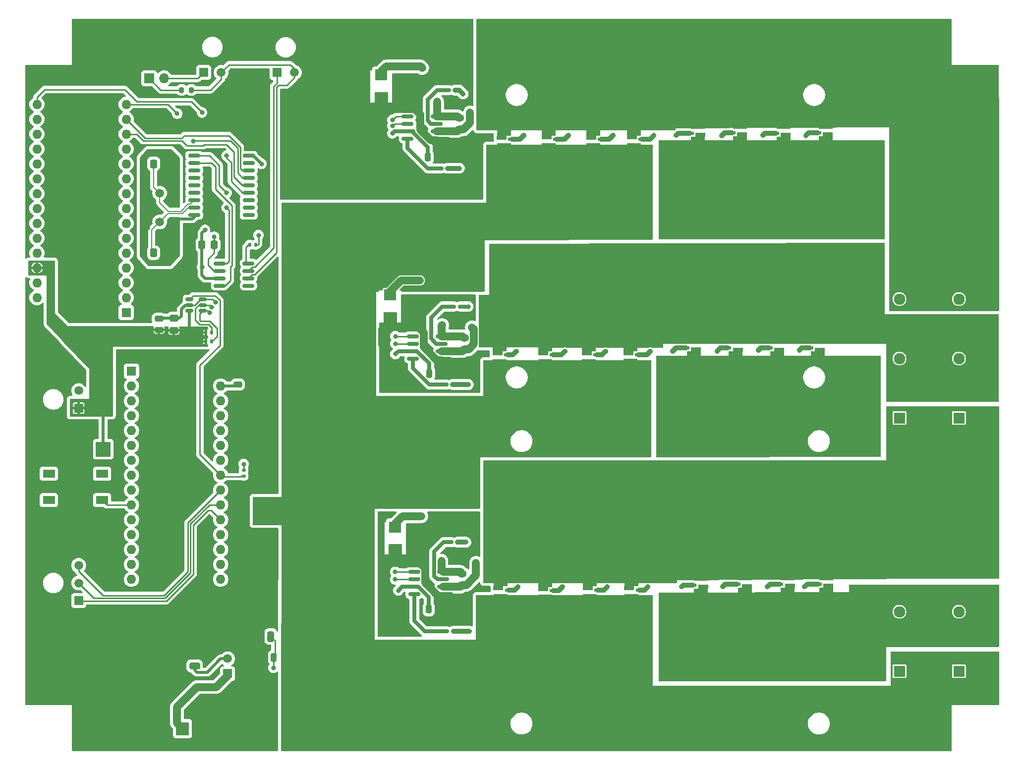
<source format=gbr>
%TF.GenerationSoftware,KiCad,Pcbnew,8.0.6*%
%TF.CreationDate,2025-02-10T16:04:45-08:00*%
%TF.ProjectId,Urban MC,55726261-6e20-44d4-932e-6b696361645f,rev?*%
%TF.SameCoordinates,Original*%
%TF.FileFunction,Copper,L1,Top*%
%TF.FilePolarity,Positive*%
%FSLAX46Y46*%
G04 Gerber Fmt 4.6, Leading zero omitted, Abs format (unit mm)*
G04 Created by KiCad (PCBNEW 8.0.6) date 2025-02-10 16:04:45*
%MOMM*%
%LPD*%
G01*
G04 APERTURE LIST*
G04 Aperture macros list*
%AMRoundRect*
0 Rectangle with rounded corners*
0 $1 Rounding radius*
0 $2 $3 $4 $5 $6 $7 $8 $9 X,Y pos of 4 corners*
0 Add a 4 corners polygon primitive as box body*
4,1,4,$2,$3,$4,$5,$6,$7,$8,$9,$2,$3,0*
0 Add four circle primitives for the rounded corners*
1,1,$1+$1,$2,$3*
1,1,$1+$1,$4,$5*
1,1,$1+$1,$6,$7*
1,1,$1+$1,$8,$9*
0 Add four rect primitives between the rounded corners*
20,1,$1+$1,$2,$3,$4,$5,0*
20,1,$1+$1,$4,$5,$6,$7,0*
20,1,$1+$1,$6,$7,$8,$9,0*
20,1,$1+$1,$8,$9,$2,$3,0*%
G04 Aperture macros list end*
%TA.AperFunction,SMDPad,CuDef*%
%ADD10R,2.500000X2.500000*%
%TD*%
%TA.AperFunction,SMDPad,CuDef*%
%ADD11R,2.159000X1.955800*%
%TD*%
%TA.AperFunction,ComponentPad*%
%ADD12R,1.600000X1.600000*%
%TD*%
%TA.AperFunction,ComponentPad*%
%ADD13O,1.600000X1.600000*%
%TD*%
%TA.AperFunction,SMDPad,CuDef*%
%ADD14R,0.352929X0.699409*%
%TD*%
%TA.AperFunction,SMDPad,CuDef*%
%ADD15R,0.350530X0.697086*%
%TD*%
%TA.AperFunction,SMDPad,CuDef*%
%ADD16R,0.350126X0.696498*%
%TD*%
%TA.AperFunction,SMDPad,CuDef*%
%ADD17R,0.350020X0.696562*%
%TD*%
%TA.AperFunction,SMDPad,CuDef*%
%ADD18R,2.410000X0.988448*%
%TD*%
%TA.AperFunction,SMDPad,CuDef*%
%ADD19R,1.680000X0.665000*%
%TD*%
%TA.AperFunction,SMDPad,CuDef*%
%ADD20R,2.360000X0.408068*%
%TD*%
%TA.AperFunction,SMDPad,CuDef*%
%ADD21R,0.410000X0.805448*%
%TD*%
%TA.AperFunction,SMDPad,CuDef*%
%ADD22R,0.409998X0.805000*%
%TD*%
%TA.AperFunction,SMDPad,CuDef*%
%ADD23R,0.410000X0.805000*%
%TD*%
%TA.AperFunction,SMDPad,CuDef*%
%ADD24R,1.160000X0.560000*%
%TD*%
%TA.AperFunction,SMDPad,CuDef*%
%ADD25RoundRect,0.250000X-0.250000X-0.475000X0.250000X-0.475000X0.250000X0.475000X-0.250000X0.475000X0*%
%TD*%
%TA.AperFunction,SMDPad,CuDef*%
%ADD26RoundRect,0.135000X-0.135000X-0.185000X0.135000X-0.185000X0.135000X0.185000X-0.135000X0.185000X0*%
%TD*%
%TA.AperFunction,ComponentPad*%
%ADD27R,1.520000X1.520000*%
%TD*%
%TA.AperFunction,ComponentPad*%
%ADD28C,1.520000*%
%TD*%
%TA.AperFunction,SMDPad,CuDef*%
%ADD29RoundRect,0.200000X-0.200000X-0.275000X0.200000X-0.275000X0.200000X0.275000X-0.200000X0.275000X0*%
%TD*%
%TA.AperFunction,ComponentPad*%
%ADD30C,1.500000*%
%TD*%
%TA.AperFunction,ComponentPad*%
%ADD31R,1.950000X1.950000*%
%TD*%
%TA.AperFunction,ComponentPad*%
%ADD32C,1.950000*%
%TD*%
%TA.AperFunction,SMDPad,CuDef*%
%ADD33RoundRect,0.250000X0.337500X0.475000X-0.337500X0.475000X-0.337500X-0.475000X0.337500X-0.475000X0*%
%TD*%
%TA.AperFunction,SMDPad,CuDef*%
%ADD34RoundRect,0.250000X2.450000X-0.650000X2.450000X0.650000X-2.450000X0.650000X-2.450000X-0.650000X0*%
%TD*%
%TA.AperFunction,ComponentPad*%
%ADD35R,1.700000X1.700000*%
%TD*%
%TA.AperFunction,ComponentPad*%
%ADD36O,1.700000X1.700000*%
%TD*%
%TA.AperFunction,SMDPad,CuDef*%
%ADD37RoundRect,0.250000X-0.475000X0.250000X-0.475000X-0.250000X0.475000X-0.250000X0.475000X0.250000X0*%
%TD*%
%TA.AperFunction,SMDPad,CuDef*%
%ADD38RoundRect,0.250000X0.475000X-0.250000X0.475000X0.250000X-0.475000X0.250000X-0.475000X-0.250000X0*%
%TD*%
%TA.AperFunction,SMDPad,CuDef*%
%ADD39RoundRect,0.150000X-0.825000X-0.150000X0.825000X-0.150000X0.825000X0.150000X-0.825000X0.150000X0*%
%TD*%
%TA.AperFunction,SMDPad,CuDef*%
%ADD40RoundRect,0.150000X-0.875000X-0.150000X0.875000X-0.150000X0.875000X0.150000X-0.875000X0.150000X0*%
%TD*%
%TA.AperFunction,SMDPad,CuDef*%
%ADD41RoundRect,0.200000X0.200000X0.275000X-0.200000X0.275000X-0.200000X-0.275000X0.200000X-0.275000X0*%
%TD*%
%TA.AperFunction,SMDPad,CuDef*%
%ADD42RoundRect,0.135000X0.185000X-0.135000X0.185000X0.135000X-0.185000X0.135000X-0.185000X-0.135000X0*%
%TD*%
%TA.AperFunction,SMDPad,CuDef*%
%ADD43RoundRect,0.250000X0.325000X0.650000X-0.325000X0.650000X-0.325000X-0.650000X0.325000X-0.650000X0*%
%TD*%
%TA.AperFunction,SMDPad,CuDef*%
%ADD44RoundRect,0.250000X0.250000X0.475000X-0.250000X0.475000X-0.250000X-0.475000X0.250000X-0.475000X0*%
%TD*%
%TA.AperFunction,SMDPad,CuDef*%
%ADD45RoundRect,0.150000X-0.512500X-0.150000X0.512500X-0.150000X0.512500X0.150000X-0.512500X0.150000X0*%
%TD*%
%TA.AperFunction,SMDPad,CuDef*%
%ADD46RoundRect,0.250000X0.475000X-0.337500X0.475000X0.337500X-0.475000X0.337500X-0.475000X-0.337500X0*%
%TD*%
%TA.AperFunction,ComponentPad*%
%ADD47R,2.250000X2.250000*%
%TD*%
%TA.AperFunction,ComponentPad*%
%ADD48C,2.250000*%
%TD*%
%TA.AperFunction,SMDPad,CuDef*%
%ADD49RoundRect,0.250000X-0.650000X0.325000X-0.650000X-0.325000X0.650000X-0.325000X0.650000X0.325000X0*%
%TD*%
%TA.AperFunction,SMDPad,CuDef*%
%ADD50R,2.100000X1.400000*%
%TD*%
%TA.AperFunction,ComponentPad*%
%ADD51R,1.508000X1.508000*%
%TD*%
%TA.AperFunction,ComponentPad*%
%ADD52C,1.508000*%
%TD*%
%TA.AperFunction,ViaPad*%
%ADD53C,0.800000*%
%TD*%
%TA.AperFunction,Conductor*%
%ADD54C,0.508000*%
%TD*%
%TA.AperFunction,Conductor*%
%ADD55C,1.340000*%
%TD*%
%TA.AperFunction,Conductor*%
%ADD56C,0.250000*%
%TD*%
%TA.AperFunction,Conductor*%
%ADD57C,0.700000*%
%TD*%
%TA.AperFunction,Conductor*%
%ADD58C,0.200000*%
%TD*%
%TA.AperFunction,Conductor*%
%ADD59C,0.850000*%
%TD*%
G04 APERTURE END LIST*
D10*
%TO.P,TP3-48V,1,1*%
%TO.N,+48V*%
X134112000Y-112649000D03*
%TD*%
%TO.P,TP2-12V,1,1*%
%TO.N,+12V*%
X117475000Y-135382000D03*
%TD*%
%TO.P,TP1-5V,1,1*%
%TO.N,+5V*%
X106045000Y-102108000D03*
%TD*%
D11*
%TO.P,D3,1*%
%TO.N,Net-(G3-VB)*%
X155937643Y-115405467D03*
%TO.P,D3,2*%
%TO.N,+12V*%
X155937643Y-119342467D03*
%TD*%
%TO.P,D2,1*%
%TO.N,Net-(G2-VB)*%
X155067000Y-75755500D03*
%TO.P,D2,2*%
%TO.N,+12V*%
X155067000Y-79692500D03*
%TD*%
%TO.P,D1,1*%
%TO.N,Net-(G1-VB)*%
X153543000Y-38173500D03*
%TO.P,D1,2*%
%TO.N,+12V*%
X153543000Y-42110500D03*
%TD*%
D12*
%TO.P,A2-CAN,1,D1/TX*%
%TO.N,unconnected-(A2-D1{slash}TX-Pad1)*%
X109982000Y-78740000D03*
D13*
%TO.P,A2-CAN,2,D0/RX*%
%TO.N,unconnected-(A2-D0{slash}RX-Pad2)*%
X109982000Y-76200000D03*
%TO.P,A2-CAN,3,~{RESET}*%
%TO.N,unconnected-(A2-~{RESET}-Pad3)*%
X109982000Y-73660000D03*
%TO.P,A2-CAN,4,GND*%
%TO.N,GND*%
X109982000Y-71120000D03*
%TO.P,A2-CAN,5,D2*%
%TO.N,unconnected-(A2-D2-Pad5)*%
X109982000Y-68580000D03*
%TO.P,A2-CAN,6,D3*%
%TO.N,unconnected-(A2-D3-Pad6)*%
X109982000Y-66040000D03*
%TO.P,A2-CAN,7,D4*%
%TO.N,unconnected-(A2-D4-Pad7)*%
X109982000Y-63500000D03*
%TO.P,A2-CAN,8,D5*%
%TO.N,unconnected-(A2-D5-Pad8)*%
X109982000Y-60960000D03*
%TO.P,A2-CAN,9,D6*%
%TO.N,unconnected-(A2-D6-Pad9)*%
X109982000Y-58420000D03*
%TO.P,A2-CAN,10,D7*%
%TO.N,unconnected-(A2-D7-Pad10)*%
X109982000Y-55880000D03*
%TO.P,A2-CAN,11,D8*%
%TO.N,unconnected-(A2-D8-Pad11)*%
X109982000Y-53340000D03*
%TO.P,A2-CAN,12,D9*%
%TO.N,unconnected-(A2-D9-Pad12)*%
X109982000Y-50800000D03*
%TO.P,A2-CAN,13,D10*%
%TO.N,CS*%
X109982000Y-48260000D03*
%TO.P,A2-CAN,14,D11*%
%TO.N,SI*%
X109982000Y-45720000D03*
%TO.P,A2-CAN,15,D12*%
%TO.N,SO*%
X109982000Y-43180000D03*
%TO.P,A2-CAN,16,D13*%
%TO.N,SCK*%
X94742000Y-43180000D03*
%TO.P,A2-CAN,17,3V3*%
%TO.N,unconnected-(A2-3V3-Pad17)*%
X94742000Y-45720000D03*
%TO.P,A2-CAN,18,AREF*%
%TO.N,unconnected-(A2-AREF-Pad18)*%
X94742000Y-48260000D03*
%TO.P,A2-CAN,19,A0*%
%TO.N,unconnected-(A2-A0-Pad19)*%
X94742000Y-50800000D03*
%TO.P,A2-CAN,20,A1*%
%TO.N,unconnected-(A2-A1-Pad20)*%
X94742000Y-53340000D03*
%TO.P,A2-CAN,21,A2*%
%TO.N,unconnected-(A2-A2-Pad21)*%
X94742000Y-55880000D03*
%TO.P,A2-CAN,22,A3*%
%TO.N,unconnected-(A2-A3-Pad22)*%
X94742000Y-58420000D03*
%TO.P,A2-CAN,23,A4*%
%TO.N,/A4*%
X94742000Y-60960000D03*
%TO.P,A2-CAN,24,A5*%
%TO.N,/A5*%
X94742000Y-63500000D03*
%TO.P,A2-CAN,25,A6*%
%TO.N,unconnected-(A2-A6-Pad25)*%
X94742000Y-66040000D03*
%TO.P,A2-CAN,26,A7*%
%TO.N,unconnected-(A2-A7-Pad26)*%
X94742000Y-68580000D03*
%TO.P,A2-CAN,27,+5V*%
%TO.N,+5V*%
X94742000Y-71120000D03*
%TO.P,A2-CAN,28,~{RESET}*%
%TO.N,unconnected-(A2-~{RESET}-Pad28)*%
X94742000Y-73660000D03*
%TO.P,A2-CAN,29,GND*%
%TO.N,GND*%
X94742000Y-76200000D03*
%TO.P,A2-CAN,30,VIN*%
%TO.N,+12V*%
X94742000Y-78740000D03*
%TD*%
D12*
%TO.P,A1-Motor Control,1,D1/TX*%
%TO.N,unconnected-(A1-D1{slash}TX-Pad1)*%
X110871000Y-88773000D03*
D13*
%TO.P,A1-Motor Control,2,D0/RX*%
%TO.N,unconnected-(A1-D0{slash}RX-Pad2)*%
X110871000Y-91313000D03*
%TO.P,A1-Motor Control,3,~{RESET}*%
%TO.N,unconnected-(A1-~{RESET}-Pad3)*%
X110871000Y-93853000D03*
%TO.P,A1-Motor Control,4,GND*%
%TO.N,GND*%
X110871000Y-96393000D03*
%TO.P,A1-Motor Control,5,D2*%
%TO.N,unconnected-(A1-D2-Pad5)*%
X110871000Y-98933000D03*
%TO.P,A1-Motor Control,6,D3*%
%TO.N,Net-(A1-D3)*%
X110871000Y-101473000D03*
%TO.P,A1-Motor Control,7,D4*%
%TO.N,unconnected-(A1-D4-Pad7)*%
X110871000Y-104013000D03*
%TO.P,A1-Motor Control,8,D5*%
%TO.N,Net-(A1-D5)*%
X110871000Y-106553000D03*
%TO.P,A1-Motor Control,9,D6*%
%TO.N,Net-(A1-D6)*%
X110871000Y-109093000D03*
%TO.P,A1-Motor Control,10,D7*%
%TO.N,Net-(A1-D7)*%
X110871000Y-111633000D03*
%TO.P,A1-Motor Control,11,D8*%
%TO.N,unconnected-(A1-D8-Pad11)*%
X110871000Y-114173000D03*
%TO.P,A1-Motor Control,12,D9*%
%TO.N,Net-(A1-D9)*%
X110871000Y-116713000D03*
%TO.P,A1-Motor Control,13,D10*%
%TO.N,Net-(A1-D10)*%
X110871000Y-119253000D03*
%TO.P,A1-Motor Control,14,D11*%
%TO.N,Net-(A1-D11)*%
X110871000Y-121793000D03*
%TO.P,A1-Motor Control,15,D12*%
%TO.N,unconnected-(A1-D12-Pad15)*%
X110871000Y-124333000D03*
%TO.P,A1-Motor Control,16,D13*%
%TO.N,unconnected-(A1-D13-Pad16)*%
X126111000Y-124333000D03*
%TO.P,A1-Motor Control,17,3V3*%
%TO.N,unconnected-(A1-3V3-Pad17)*%
X126111000Y-121793000D03*
%TO.P,A1-Motor Control,18,AREF*%
%TO.N,unconnected-(A1-AREF-Pad18)*%
X126111000Y-119253000D03*
%TO.P,A1-Motor Control,19,A0*%
%TO.N,unconnected-(A1-A0-Pad19)*%
X126111000Y-116713000D03*
%TO.P,A1-Motor Control,20,A1*%
%TO.N,/HALL C*%
X126111000Y-114173000D03*
%TO.P,A1-Motor Control,21,A2*%
%TO.N,/HALL B*%
X126111000Y-111633000D03*
%TO.P,A1-Motor Control,22,A3*%
%TO.N,/HALL A*%
X126111000Y-109093000D03*
%TO.P,A1-Motor Control,23,A4*%
%TO.N,/THROTTLE*%
X126111000Y-106553000D03*
%TO.P,A1-Motor Control,24,A5*%
%TO.N,unconnected-(A1-A5-Pad24)*%
X126111000Y-104013000D03*
%TO.P,A1-Motor Control,25,A6*%
%TO.N,unconnected-(A1-A6-Pad25)*%
X126111000Y-101473000D03*
%TO.P,A1-Motor Control,26,A7*%
%TO.N,unconnected-(A1-A7-Pad26)*%
X126111000Y-98933000D03*
%TO.P,A1-Motor Control,27,+5V*%
%TO.N,unconnected-(A1-+5V-Pad27)*%
X126111000Y-96393000D03*
%TO.P,A1-Motor Control,28,~{RESET}*%
%TO.N,unconnected-(A1-~{RESET}-Pad28)*%
X126111000Y-93853000D03*
%TO.P,A1-Motor Control,29,GND*%
%TO.N,GND*%
X126111000Y-91313000D03*
%TO.P,A1-Motor Control,30,VIN*%
%TO.N,+12V*%
X126111000Y-88773000D03*
%TD*%
D14*
%TO.P,Q17,1,SOURCE1*%
%TO.N,/PHASE 3 OUTPUT*%
X174886013Y-124208374D03*
D15*
X173585428Y-124209504D03*
D16*
X174235079Y-124209721D03*
D17*
X172935140Y-124209752D03*
D18*
X173910143Y-125052243D03*
D19*
X173545143Y-125878967D03*
D20*
%TO.P,Q17,5,DRAIN1*%
%TO.N,+48V*%
X173907643Y-127010501D03*
D21*
X174882643Y-127263743D03*
D22*
X174232642Y-127263967D03*
D23*
X173582643Y-127263967D03*
D22*
X172932644Y-127263967D03*
D24*
%TO.P,Q17,9,GATE*%
%TO.N,Net-(Q17-GATE)*%
X175257643Y-126156467D03*
%TD*%
D25*
%TO.P,C3,1*%
%TO.N,GND*%
X161483000Y-52207000D03*
%TO.P,C3,2*%
%TO.N,+12V*%
X163383000Y-52207000D03*
%TD*%
D26*
%TO.P,R9,1*%
%TO.N,Net-(G2-LO)*%
X164717000Y-91059000D03*
%TO.P,R9,2*%
%TO.N,Net-(Q13-GATE)*%
X165737000Y-91059000D03*
%TD*%
D14*
%TO.P,Q18,1,SOURCE1*%
%TO.N,/PHASE 3 OUTPUT*%
X182541013Y-124315874D03*
D15*
X181240428Y-124317004D03*
D16*
X181890079Y-124317221D03*
D17*
X180590140Y-124317252D03*
D18*
X181565143Y-125159743D03*
D19*
X181200143Y-125986467D03*
D20*
%TO.P,Q18,5,DRAIN1*%
%TO.N,+48V*%
X181562643Y-127118001D03*
D21*
X182537643Y-127371243D03*
D22*
X181887642Y-127371467D03*
D23*
X181237643Y-127371467D03*
D22*
X180587644Y-127371467D03*
D24*
%TO.P,Q18,9,GATE*%
%TO.N,Net-(Q17-GATE)*%
X182912643Y-126263967D03*
%TD*%
D27*
%TO.P,HallConnectors1,1,Pin_1*%
%TO.N,/HALL C*%
X101855999Y-127967999D03*
D28*
%TO.P,HallConnectors1,2,Pin_2*%
%TO.N,/HALL B*%
X101855999Y-124968000D03*
%TO.P,HallConnectors1,3,Pin_3*%
%TO.N,/HALL A*%
X101855999Y-121968001D03*
%TD*%
D29*
%TO.P,R11,1*%
%TO.N,Net-(G3-VS)*%
X169736000Y-121539000D03*
%TO.P,R11,2*%
%TO.N,/PHASE 3 OUTPUT*%
X171386000Y-121539000D03*
%TD*%
D14*
%TO.P,Q9,1,SOURCE1*%
%TO.N,/PHASE 2 OUTPUT*%
X197118013Y-84019204D03*
D15*
X195817428Y-84020334D03*
D16*
X196467079Y-84020551D03*
D17*
X195167140Y-84020582D03*
D18*
X196142143Y-84863073D03*
D19*
X195777143Y-85689797D03*
D20*
%TO.P,Q9,5,DRAIN1*%
%TO.N,+48V*%
X196139643Y-86821331D03*
D21*
X197114643Y-87074573D03*
D22*
X196464642Y-87074797D03*
D23*
X195814643Y-87074797D03*
D22*
X195164644Y-87074797D03*
D24*
%TO.P,Q9,9,GATE*%
%TO.N,Net-(Q10-GATE)*%
X197489643Y-85967297D03*
%TD*%
D26*
%TO.P,R4,1*%
%TO.N,Net-(U1-Rs)*%
X131062000Y-67183000D03*
%TO.P,R4,2*%
%TO.N,GND*%
X132082000Y-67183000D03*
%TD*%
D14*
%TO.P,Q14,1,SOURCE1*%
%TO.N,GND*%
X213123242Y-86762365D03*
D15*
X214423827Y-86761235D03*
D16*
X213774176Y-86761018D03*
D17*
X215074115Y-86760987D03*
D18*
X214099112Y-85918496D03*
D19*
X214464112Y-85091772D03*
D20*
%TO.P,Q14,5,DRAIN1*%
%TO.N,/PHASE 2 OUTPUT*%
X214101612Y-83960238D03*
D21*
X213126612Y-83706996D03*
D22*
X213776613Y-83706772D03*
D23*
X214426612Y-83706772D03*
D22*
X215076611Y-83706772D03*
D24*
%TO.P,Q14,9,GATE*%
%TO.N,Net-(Q13-GATE)*%
X212751612Y-84814272D03*
%TD*%
D14*
%TO.P,Q21,1,SOURCE1*%
%TO.N,GND*%
X207178606Y-127259093D03*
D15*
X208479191Y-127257963D03*
D16*
X207829540Y-127257746D03*
D17*
X209129479Y-127257715D03*
D18*
X208154476Y-126415224D03*
D19*
X208519476Y-125588500D03*
D20*
%TO.P,Q21,5,DRAIN1*%
%TO.N,/PHASE 3 OUTPUT*%
X208156976Y-124456966D03*
D21*
X207181976Y-124203724D03*
D22*
X207831977Y-124203500D03*
D23*
X208481976Y-124203500D03*
D22*
X209131975Y-124203500D03*
D24*
%TO.P,Q21,9,GATE*%
%TO.N,Net-(Q21-GATE)*%
X206806976Y-125311000D03*
%TD*%
D14*
%TO.P,Q12,1,SOURCE1*%
%TO.N,/PHASE 2 OUTPUT*%
X174752870Y-84070907D03*
D15*
X173452285Y-84072037D03*
D16*
X174101936Y-84072254D03*
D17*
X172801997Y-84072285D03*
D18*
X173777000Y-84914776D03*
D19*
X173412000Y-85741500D03*
D20*
%TO.P,Q12,5,DRAIN1*%
%TO.N,+48V*%
X173774500Y-86873034D03*
D21*
X174749500Y-87126276D03*
D22*
X174099499Y-87126500D03*
D23*
X173449500Y-87126500D03*
D22*
X172799501Y-87126500D03*
D24*
%TO.P,Q12,9,GATE*%
%TO.N,Net-(Q10-GATE)*%
X175124500Y-86019000D03*
%TD*%
D30*
%TO.P,Y1,1,1*%
%TO.N,C+*%
X115697000Y-58383000D03*
%TO.P,Y1,2,2*%
%TO.N,C-*%
X115697000Y-63263000D03*
%TD*%
D31*
%TO.P,J4,1_1*%
%TO.N,N/C*%
X242062000Y-140047500D03*
D32*
%TO.P,J4,2_1*%
X242062000Y-129887500D03*
D31*
%TO.P,J4,1_2*%
X252222000Y-140047500D03*
D32*
%TO.P,J4,2_2*%
X252222000Y-129887500D03*
%TD*%
D25*
%TO.P,C11,1*%
%TO.N,GND*%
X161657643Y-129438967D03*
%TO.P,C11,2*%
%TO.N,+12V*%
X163557643Y-129438967D03*
%TD*%
D14*
%TO.P,Q10,1,SOURCE1*%
%TO.N,/PHASE 2 OUTPUT*%
X189992870Y-84070907D03*
D15*
X188692285Y-84072037D03*
D16*
X189341936Y-84072254D03*
D17*
X188041997Y-84072285D03*
D18*
X189017000Y-84914776D03*
D19*
X188652000Y-85741500D03*
D20*
%TO.P,Q10,5,DRAIN1*%
%TO.N,+48V*%
X189014500Y-86873034D03*
D21*
X189989500Y-87126276D03*
D22*
X189339499Y-87126500D03*
D23*
X188689500Y-87126500D03*
D22*
X188039501Y-87126500D03*
D24*
%TO.P,Q10,9,GATE*%
%TO.N,Net-(Q10-GATE)*%
X190364500Y-86019000D03*
%TD*%
D14*
%TO.P,Q8,1,SOURCE1*%
%TO.N,GND*%
X228466130Y-50011559D03*
D15*
X229766715Y-50010429D03*
D16*
X229117064Y-50010212D03*
D17*
X230417003Y-50010181D03*
D18*
X229442000Y-49167690D03*
D19*
X229807000Y-48340966D03*
D20*
%TO.P,Q8,5,DRAIN1*%
%TO.N,/PHASE 1 OUTPUT*%
X229444500Y-47209432D03*
D21*
X228469500Y-46956190D03*
D22*
X229119501Y-46955966D03*
D23*
X229769500Y-46955966D03*
D22*
X230419499Y-46955966D03*
D24*
%TO.P,Q8,9,GATE*%
%TO.N,Net-(Q5-GATE)*%
X228094500Y-48063466D03*
%TD*%
D33*
%TO.P,C2,1*%
%TO.N,GND*%
X124989500Y-67183000D03*
%TO.P,C2,2*%
%TO.N,+5V*%
X122914500Y-67183000D03*
%TD*%
D34*
%TO.P,C13,1*%
%TO.N,GND*%
X236982000Y-127010000D03*
%TO.P,C13,2*%
%TO.N,/PHASE 3 OUTPUT*%
X236982000Y-121910000D03*
%TD*%
D14*
%TO.P,Q13,1,SOURCE1*%
%TO.N,GND*%
X205970460Y-86755407D03*
D15*
X207271045Y-86754277D03*
D16*
X206621394Y-86754060D03*
D17*
X207921333Y-86754029D03*
D18*
X206946330Y-85911538D03*
D19*
X207311330Y-85084814D03*
D20*
%TO.P,Q13,5,DRAIN1*%
%TO.N,/PHASE 2 OUTPUT*%
X206948830Y-83953280D03*
D21*
X205973830Y-83700038D03*
D22*
X206623831Y-83699814D03*
D23*
X207273830Y-83699814D03*
D22*
X207923829Y-83699814D03*
D24*
%TO.P,Q13,9,GATE*%
%TO.N,Net-(Q13-GATE)*%
X205598830Y-84807314D03*
%TD*%
D29*
%TO.P,R8,1*%
%TO.N,Net-(G2-VS)*%
X169038000Y-81280000D03*
%TO.P,R8,2*%
%TO.N,/PHASE 2 OUTPUT*%
X170688000Y-81280000D03*
%TD*%
D14*
%TO.P,Q19,1,SOURCE1*%
%TO.N,/PHASE 3 OUTPUT*%
X190161013Y-124208374D03*
D15*
X188860428Y-124209504D03*
D16*
X189510079Y-124209721D03*
D17*
X188210140Y-124209752D03*
D18*
X189185143Y-125052243D03*
D19*
X188820143Y-125878967D03*
D20*
%TO.P,Q19,5,DRAIN1*%
%TO.N,+48V*%
X189182643Y-127010501D03*
D21*
X190157643Y-127263743D03*
D22*
X189507642Y-127263967D03*
D23*
X188857643Y-127263967D03*
D22*
X188207644Y-127263967D03*
D24*
%TO.P,Q19,9,GATE*%
%TO.N,Net-(Q17-GATE)*%
X190532643Y-126156467D03*
%TD*%
D35*
%TO.P,SW1,1*%
%TO.N,Net-(R1-Pad2)*%
X113916577Y-38750639D03*
D36*
%TO.P,SW1,2*%
%TO.N,Net-(J1-Pin_1)*%
X116456577Y-38750639D03*
%TD*%
D37*
%TO.P,C1,1*%
%TO.N,+12V*%
X129032000Y-89159000D03*
%TO.P,C1,2*%
%TO.N,GND*%
X129032000Y-91059000D03*
%TD*%
D38*
%TO.P,C4,1*%
%TO.N,Net-(G1-VS)*%
X166878000Y-47442000D03*
%TO.P,C4,2*%
%TO.N,Net-(G1-VB)*%
X166878000Y-45542000D03*
%TD*%
D39*
%TO.P,G2,1,HIN*%
%TO.N,Net-(A1-D6)*%
X158942000Y-82804000D03*
%TO.P,G2,2,LIN*%
%TO.N,Net-(A1-D9)*%
X158942000Y-84074000D03*
%TO.P,G2,3,COM*%
%TO.N,GND*%
X158942000Y-85344000D03*
%TO.P,G2,4,LO*%
%TO.N,Net-(G2-LO)*%
X158942000Y-86614000D03*
%TO.P,G2,5,VCC*%
%TO.N,+12V*%
X163892000Y-86614000D03*
%TO.P,G2,6,VS*%
%TO.N,Net-(G2-VS)*%
X163892000Y-85344000D03*
%TO.P,G2,7,HO*%
%TO.N,Net-(G2-HO)*%
X163892000Y-84074000D03*
%TO.P,G2,8,VB*%
%TO.N,Net-(G2-VB)*%
X163892000Y-82804000D03*
%TD*%
D40*
%TO.P,U3,1,TXCAN*%
%TO.N,Net-(U1-TXD)*%
X121588000Y-51943000D03*
%TO.P,U3,2,RXCAN*%
%TO.N,Net-(U1-RXD)*%
X121588000Y-53213000D03*
%TO.P,U3,3,CLKOUT/SOF*%
%TO.N,unconnected-(U3-CLKOUT{slash}SOF-Pad3)*%
X121588000Y-54483000D03*
%TO.P,U3,4,~{TX0RTS}*%
%TO.N,unconnected-(U3-~{TX0RTS}-Pad4)*%
X121588000Y-55753000D03*
%TO.P,U3,5,~{TX1RTS}*%
%TO.N,unconnected-(U3-~{TX1RTS}-Pad5)*%
X121588000Y-57023000D03*
%TO.P,U3,6,~{TX2RTS}*%
%TO.N,unconnected-(U3-~{TX2RTS}-Pad6)*%
X121588000Y-58293000D03*
%TO.P,U3,7,OSC2*%
%TO.N,C+*%
X121588000Y-59563000D03*
%TO.P,U3,8,OSC1*%
%TO.N,C-*%
X121588000Y-60833000D03*
%TO.P,U3,9,VSS*%
%TO.N,GND*%
X121588000Y-62103000D03*
%TO.P,U3,10,~{RX1BF}*%
%TO.N,unconnected-(U3-~{RX1BF}-Pad10)*%
X130888000Y-62103000D03*
%TO.P,U3,11,~{RX0BF}*%
%TO.N,unconnected-(U3-~{RX0BF}-Pad11)*%
X130888000Y-60833000D03*
%TO.P,U3,12,~{INT}*%
%TO.N,unconnected-(U3-~{INT}-Pad12)*%
X130888000Y-59563000D03*
%TO.P,U3,13,SCK*%
%TO.N,SCK*%
X130888000Y-58293000D03*
%TO.P,U3,14,SI*%
%TO.N,CS*%
X130888000Y-57023000D03*
%TO.P,U3,15,SO*%
%TO.N,SO*%
X130888000Y-55753000D03*
%TO.P,U3,16,~{CS}*%
%TO.N,SI*%
X130888000Y-54483000D03*
%TO.P,U3,17,~{RESET}*%
%TO.N,unconnected-(U3-~{RESET}-Pad17)*%
X130888000Y-53213000D03*
%TO.P,U3,18,VDD*%
%TO.N,+5V*%
X130888000Y-51943000D03*
%TD*%
D14*
%TO.P,Q11,1,SOURCE1*%
%TO.N,/PHASE 2 OUTPUT*%
X182525370Y-84070907D03*
D15*
X181224785Y-84072037D03*
D16*
X181874436Y-84072254D03*
D17*
X180574497Y-84072285D03*
D18*
X181549500Y-84914776D03*
D19*
X181184500Y-85741500D03*
D20*
%TO.P,Q11,5,DRAIN1*%
%TO.N,+48V*%
X181547000Y-86873034D03*
D21*
X182522000Y-87126276D03*
D22*
X181871999Y-87126500D03*
D23*
X181222000Y-87126500D03*
D22*
X180572001Y-87126500D03*
D24*
%TO.P,Q11,9,GATE*%
%TO.N,Net-(Q10-GATE)*%
X182897000Y-86019000D03*
%TD*%
D14*
%TO.P,Q4,1,SOURCE1*%
%TO.N,/PHASE 1 OUTPUT*%
X197722894Y-47170373D03*
D15*
X196422309Y-47171503D03*
D16*
X197071960Y-47171720D03*
D17*
X195772021Y-47171751D03*
D18*
X196747024Y-48014242D03*
D19*
X196382024Y-48840966D03*
D20*
%TO.P,Q4,5,DRAIN1*%
%TO.N,+48V*%
X196744524Y-49972500D03*
D21*
X197719524Y-50225742D03*
D22*
X197069523Y-50225966D03*
D23*
X196419524Y-50225966D03*
D22*
X195769525Y-50225966D03*
D24*
%TO.P,Q4,9,GATE*%
%TO.N,Net-(Q1-GATE)*%
X198094524Y-49118466D03*
%TD*%
D39*
%TO.P,G3,1,HIN*%
%TO.N,Net-(A1-D10)*%
X159177643Y-123088967D03*
%TO.P,G3,2,LIN*%
%TO.N,Net-(A1-D11)*%
X159177643Y-124358967D03*
%TO.P,G3,3,COM*%
%TO.N,GND*%
X159177643Y-125628967D03*
%TO.P,G3,4,LO*%
%TO.N,Net-(G3-LO)*%
X159177643Y-126898967D03*
%TO.P,G3,5,VCC*%
%TO.N,+12V*%
X164127643Y-126898967D03*
%TO.P,G3,6,VS*%
%TO.N,Net-(G3-VS)*%
X164127643Y-125628967D03*
%TO.P,G3,7,HO*%
%TO.N,Net-(G3-HO)*%
X164127643Y-124358967D03*
%TO.P,G3,8,VB*%
%TO.N,Net-(G3-VB)*%
X164127643Y-123088967D03*
%TD*%
D41*
%TO.P,R1,1*%
%TO.N,/CAN LOW*%
X121096577Y-40725639D03*
%TO.P,R1,2*%
%TO.N,Net-(R1-Pad2)*%
X119446577Y-40725639D03*
%TD*%
D27*
%TO.P,J1,1,Pin_1*%
%TO.N,Net-(J1-Pin_1)*%
X123216425Y-37725788D03*
D28*
%TO.P,J1,2,Pin_2*%
%TO.N,/CAN LOW*%
X126216424Y-37725788D03*
%TD*%
D26*
%TO.P,R10,1*%
%TO.N,Net-(G3-HO)*%
X165587643Y-118008967D03*
%TO.P,R10,2*%
%TO.N,Net-(Q17-GATE)*%
X166607643Y-118008967D03*
%TD*%
%TO.P,R14,1*%
%TO.N,+5V*%
X123569000Y-83693000D03*
%TO.P,R14,2*%
%TO.N,/A4*%
X124589000Y-83693000D03*
%TD*%
D34*
%TO.P,C10,1*%
%TO.N,GND*%
X235712000Y-87513000D03*
%TO.P,C10,2*%
%TO.N,/PHASE 2 OUTPUT*%
X235712000Y-82413000D03*
%TD*%
D14*
%TO.P,Q23,1,SOURCE1*%
%TO.N,GND*%
X222012204Y-127128900D03*
D15*
X223312789Y-127127770D03*
D16*
X222663138Y-127127553D03*
D17*
X223963077Y-127127522D03*
D18*
X222988074Y-126285031D03*
D19*
X223353074Y-125458307D03*
D20*
%TO.P,Q23,5,DRAIN1*%
%TO.N,/PHASE 3 OUTPUT*%
X222990574Y-124326773D03*
D21*
X222015574Y-124073531D03*
D22*
X222665575Y-124073307D03*
D23*
X223315574Y-124073307D03*
D22*
X223965573Y-124073307D03*
D24*
%TO.P,Q23,9,GATE*%
%TO.N,Net-(Q21-GATE)*%
X221640574Y-125180807D03*
%TD*%
D14*
%TO.P,Q16,1,SOURCE1*%
%TO.N,GND*%
X227132130Y-86774369D03*
D15*
X228432715Y-86773239D03*
D16*
X227783064Y-86773022D03*
D17*
X229083003Y-86772991D03*
D18*
X228108000Y-85930500D03*
D19*
X228473000Y-85103776D03*
D20*
%TO.P,Q16,5,DRAIN1*%
%TO.N,/PHASE 2 OUTPUT*%
X228110500Y-83972242D03*
D21*
X227135500Y-83719000D03*
D22*
X227785501Y-83718776D03*
D23*
X228435500Y-83718776D03*
D22*
X229085499Y-83718776D03*
D24*
%TO.P,Q16,9,GATE*%
%TO.N,Net-(Q13-GATE)*%
X226760500Y-84826276D03*
%TD*%
D14*
%TO.P,Q3,1,SOURCE1*%
%TO.N,/PHASE 1 OUTPUT*%
X190726569Y-47192562D03*
D15*
X189425984Y-47193692D03*
D16*
X190075635Y-47193909D03*
D17*
X188775696Y-47193940D03*
D18*
X189750699Y-48036431D03*
D19*
X189385699Y-48863155D03*
D20*
%TO.P,Q3,5,DRAIN1*%
%TO.N,+48V*%
X189748199Y-49994689D03*
D21*
X190723199Y-50247931D03*
D22*
X190073198Y-50248155D03*
D23*
X189423199Y-50248155D03*
D22*
X188773200Y-50248155D03*
D24*
%TO.P,Q3,9,GATE*%
%TO.N,Net-(Q1-GATE)*%
X191098199Y-49140655D03*
%TD*%
D26*
%TO.P,R5,1*%
%TO.N,Net-(G1-LO)*%
X163828000Y-54102000D03*
%TO.P,R5,2*%
%TO.N,Net-(Q5-GATE)*%
X164848000Y-54102000D03*
%TD*%
D38*
%TO.P,C12,1*%
%TO.N,Net-(G3-VS)*%
X167367643Y-125308967D03*
%TO.P,C12,2*%
%TO.N,Net-(G3-VB)*%
X167367643Y-123408967D03*
%TD*%
D39*
%TO.P,U1,1,TXD*%
%TO.N,Net-(U1-TXD)*%
X125922000Y-70358000D03*
%TO.P,U1,2,VSS*%
%TO.N,GND*%
X125922000Y-71628000D03*
%TO.P,U1,3,VDD*%
%TO.N,+5V*%
X125922000Y-72898000D03*
%TO.P,U1,4,RXD*%
%TO.N,Net-(U1-RXD)*%
X125922000Y-74168000D03*
%TO.P,U1,5,Vref*%
%TO.N,unconnected-(U1-Vref-Pad5)*%
X130872000Y-74168000D03*
%TO.P,U1,6,CANL*%
%TO.N,/CAN LOW*%
X130872000Y-72898000D03*
%TO.P,U1,7,CANH*%
%TO.N,/CAN HIGH*%
X130872000Y-71628000D03*
%TO.P,U1,8,Rs*%
%TO.N,Net-(U1-Rs)*%
X130872000Y-70358000D03*
%TD*%
D42*
%TO.P,R6,1*%
%TO.N,/THROTTLE*%
X130048000Y-106684000D03*
%TO.P,R6,2*%
%TO.N,GND*%
X130048000Y-105664000D03*
%TD*%
D14*
%TO.P,Q15,1,SOURCE1*%
%TO.N,GND*%
X220212439Y-86774369D03*
D15*
X221513024Y-86773239D03*
D16*
X220863373Y-86773022D03*
D17*
X222163312Y-86772991D03*
D18*
X221188309Y-85930500D03*
D19*
X221553309Y-85103776D03*
D20*
%TO.P,Q15,5,DRAIN1*%
%TO.N,/PHASE 2 OUTPUT*%
X221190809Y-83972242D03*
D21*
X220215809Y-83719000D03*
D22*
X220865810Y-83718776D03*
D23*
X221515809Y-83718776D03*
D22*
X222165808Y-83718776D03*
D24*
%TO.P,Q15,9,GATE*%
%TO.N,Net-(Q13-GATE)*%
X219840809Y-84826276D03*
%TD*%
D38*
%TO.P,C8,1*%
%TO.N,Net-(G2-VS)*%
X167767000Y-85024000D03*
%TO.P,C8,2*%
%TO.N,Net-(G2-VB)*%
X167767000Y-83124000D03*
%TD*%
%TO.P,C18,1*%
%TO.N,+5V*%
X115570000Y-81722000D03*
%TO.P,C18,2*%
%TO.N,GND*%
X115570000Y-79822000D03*
%TD*%
D31*
%TO.P,J3,1_1*%
%TO.N,N/C*%
X242062000Y-96774000D03*
D32*
%TO.P,J3,2_1*%
X242062000Y-86614000D03*
%TO.P,J3,3_1*%
X242062000Y-76454000D03*
D31*
%TO.P,J3,1_2*%
X252222000Y-96774000D03*
D32*
%TO.P,J3,2_2*%
X252222000Y-86614000D03*
%TO.P,J3,3_2*%
X252222000Y-76454000D03*
%TD*%
D43*
%TO.P,C15,1*%
%TO.N,+48V*%
X137619000Y-134112000D03*
%TO.P,C15,2*%
%TO.N,GND*%
X134669000Y-134112000D03*
%TD*%
D26*
%TO.P,R2,1*%
%TO.N,Net-(G1-HO)*%
X165098000Y-40767000D03*
%TO.P,R2,2*%
%TO.N,Net-(Q1-GATE)*%
X166118000Y-40767000D03*
%TD*%
%TO.P,R7,1*%
%TO.N,Net-(G2-HO)*%
X165987000Y-77724000D03*
%TO.P,R7,2*%
%TO.N,Net-(Q10-GATE)*%
X167007000Y-77724000D03*
%TD*%
D29*
%TO.P,R3,1*%
%TO.N,Net-(G1-VS)*%
X168720000Y-44577000D03*
%TO.P,R3,2*%
%TO.N,/PHASE 1 OUTPUT*%
X170370000Y-44577000D03*
%TD*%
D14*
%TO.P,Q5,1,SOURCE1*%
%TO.N,GND*%
X206690106Y-50043093D03*
D15*
X207990691Y-50041963D03*
D16*
X207341040Y-50041746D03*
D17*
X208640979Y-50041715D03*
D18*
X207665976Y-49199224D03*
D19*
X208030976Y-48372500D03*
D20*
%TO.P,Q5,5,DRAIN1*%
%TO.N,/PHASE 1 OUTPUT*%
X207668476Y-47240966D03*
D21*
X206693476Y-46987724D03*
D22*
X207343477Y-46987500D03*
D23*
X207993476Y-46987500D03*
D22*
X208643475Y-46987500D03*
D24*
%TO.P,Q5,9,GATE*%
%TO.N,Net-(Q5-GATE)*%
X206318476Y-48095000D03*
%TD*%
D26*
%TO.P,R12,1*%
%TO.N,Net-(G3-LO)*%
X164827643Y-133248967D03*
%TO.P,R12,2*%
%TO.N,Net-(Q21-GATE)*%
X165847643Y-133248967D03*
%TD*%
D33*
%TO.P,C9,1*%
%TO.N,GND*%
X116734500Y-68543000D03*
%TO.P,C9,2*%
%TO.N,C-*%
X114659500Y-68543000D03*
%TD*%
D14*
%TO.P,Q24,1,SOURCE1*%
%TO.N,GND*%
X228541707Y-127140915D03*
D15*
X229842292Y-127139785D03*
D16*
X229192641Y-127139568D03*
D17*
X230492580Y-127139537D03*
D18*
X229517577Y-126297046D03*
D19*
X229882577Y-125470322D03*
D20*
%TO.P,Q24,5,DRAIN1*%
%TO.N,/PHASE 3 OUTPUT*%
X229520077Y-124338788D03*
D21*
X228545077Y-124085546D03*
D22*
X229195078Y-124085322D03*
D23*
X229845077Y-124085322D03*
D22*
X230495076Y-124085322D03*
D24*
%TO.P,Q24,9,GATE*%
%TO.N,Net-(Q21-GATE)*%
X228170077Y-125192822D03*
%TD*%
D27*
%TO.P,J2,1,Pin_1*%
%TO.N,/CAN HIGH*%
X135709506Y-37739236D03*
D28*
%TO.P,J2,2,Pin_2*%
%TO.N,/CAN LOW*%
X138709505Y-37739236D03*
%TD*%
D25*
%TO.P,C6,1*%
%TO.N,GND*%
X161737000Y-89154000D03*
%TO.P,C6,2*%
%TO.N,+12V*%
X163637000Y-89154000D03*
%TD*%
D14*
%TO.P,Q1,1,SOURCE1*%
%TO.N,/PHASE 1 OUTPUT*%
X175465137Y-47213240D03*
D15*
X174164552Y-47214370D03*
D16*
X174814203Y-47214587D03*
D17*
X173514264Y-47214618D03*
D18*
X174489267Y-48057109D03*
D19*
X174124267Y-48883833D03*
D20*
%TO.P,Q1,5,DRAIN1*%
%TO.N,+48V*%
X174486767Y-50015367D03*
D21*
X175461767Y-50268609D03*
D22*
X174811766Y-50268833D03*
D23*
X174161767Y-50268833D03*
D22*
X173511768Y-50268833D03*
D24*
%TO.P,Q1,9,GATE*%
%TO.N,Net-(Q1-GATE)*%
X175836767Y-49161333D03*
%TD*%
D14*
%TO.P,Q22,1,SOURCE1*%
%TO.N,GND*%
X214671749Y-127157060D03*
D15*
X215972334Y-127155930D03*
D16*
X215322683Y-127155713D03*
D17*
X216622622Y-127155682D03*
D18*
X215647619Y-126313191D03*
D19*
X216012619Y-125486467D03*
D20*
%TO.P,Q22,5,DRAIN1*%
%TO.N,/PHASE 3 OUTPUT*%
X215650119Y-124354933D03*
D21*
X214675119Y-124101691D03*
D22*
X215325120Y-124101467D03*
D23*
X215975119Y-124101467D03*
D22*
X216625118Y-124101467D03*
D24*
%TO.P,Q22,9,GATE*%
%TO.N,Net-(Q21-GATE)*%
X214300119Y-125208967D03*
%TD*%
D44*
%TO.P,C14,1*%
%TO.N,+48V*%
X137094000Y-137668000D03*
%TO.P,C14,2*%
%TO.N,GND*%
X135194000Y-137668000D03*
%TD*%
D14*
%TO.P,Q20,1,SOURCE1*%
%TO.N,/PHASE 3 OUTPUT*%
X197228513Y-124208374D03*
D15*
X195927928Y-124209504D03*
D16*
X196577579Y-124209721D03*
D17*
X195277640Y-124209752D03*
D18*
X196252643Y-125052243D03*
D19*
X195887643Y-125878967D03*
D20*
%TO.P,Q20,5,DRAIN1*%
%TO.N,+48V*%
X196250143Y-127010501D03*
D21*
X197225143Y-127263743D03*
D22*
X196575142Y-127263967D03*
D23*
X195925143Y-127263967D03*
D22*
X195275144Y-127263967D03*
D24*
%TO.P,Q20,9,GATE*%
%TO.N,Net-(Q17-GATE)*%
X197600143Y-126156467D03*
%TD*%
D39*
%TO.P,G1,1,HIN*%
%TO.N,Net-(A1-D3)*%
X158053000Y-45222000D03*
%TO.P,G1,2,LIN*%
%TO.N,Net-(A1-D5)*%
X158053000Y-46492000D03*
%TO.P,G1,3,COM*%
%TO.N,GND*%
X158053000Y-47762000D03*
%TO.P,G1,4,LO*%
%TO.N,Net-(G1-LO)*%
X158053000Y-49032000D03*
%TO.P,G1,5,VCC*%
%TO.N,+12V*%
X163003000Y-49032000D03*
%TO.P,G1,6,VS*%
%TO.N,Net-(G1-VS)*%
X163003000Y-47762000D03*
%TO.P,G1,7,HO*%
%TO.N,Net-(G1-HO)*%
X163003000Y-46492000D03*
%TO.P,G1,8,VB*%
%TO.N,Net-(G1-VB)*%
X163003000Y-45222000D03*
%TD*%
D45*
%TO.P,U2,1,VOUT*%
%TO.N,/THROTTLE*%
X120782500Y-76520000D03*
%TO.P,U2,2,VSS*%
%TO.N,GND*%
X120782500Y-77470000D03*
%TO.P,U2,3,VDD*%
%TO.N,+5V*%
X120782500Y-78420000D03*
%TO.P,U2,4,SDA*%
%TO.N,/A4*%
X123057500Y-78420000D03*
%TO.P,U2,5,SCL*%
%TO.N,/A5*%
X123057500Y-77470000D03*
%TO.P,U2,6,A0*%
%TO.N,GND*%
X123057500Y-76520000D03*
%TD*%
D46*
%TO.P,C17,1*%
%TO.N,+5V*%
X118110000Y-81809500D03*
%TO.P,C17,2*%
%TO.N,GND*%
X118110000Y-79734500D03*
%TD*%
D27*
%TO.P,HallPowerInput1,1,Pin_1*%
%TO.N,+5V*%
X101855999Y-95099000D03*
D28*
%TO.P,HallPowerInput1,2,Pin_2*%
%TO.N,GND*%
X101855999Y-92099001D03*
%TD*%
D34*
%TO.P,C5,1*%
%TO.N,GND*%
X236220000Y-50556000D03*
%TO.P,C5,2*%
%TO.N,/PHASE 1 OUTPUT*%
X236220000Y-45456000D03*
%TD*%
D14*
%TO.P,Q6,1,SOURCE1*%
%TO.N,GND*%
X213861130Y-50011559D03*
D15*
X215161715Y-50010429D03*
D16*
X214512064Y-50010212D03*
D17*
X215812003Y-50010181D03*
D18*
X214837000Y-49167690D03*
D19*
X215202000Y-48340966D03*
D20*
%TO.P,Q6,5,DRAIN1*%
%TO.N,/PHASE 1 OUTPUT*%
X214839500Y-47209432D03*
D21*
X213864500Y-46956190D03*
D22*
X214514501Y-46955966D03*
D23*
X215164500Y-46955966D03*
D22*
X215814499Y-46955966D03*
D24*
%TO.P,Q6,9,GATE*%
%TO.N,Net-(Q5-GATE)*%
X213489500Y-48063466D03*
%TD*%
D47*
%TO.P,D4,C*%
%TO.N,Net-(U4-VIN)*%
X119590000Y-149860000D03*
D48*
%TO.P,D4,A*%
%TO.N,+48V*%
X139490000Y-149860000D03*
%TD*%
D49*
%TO.P,C16,1*%
%TO.N,+12V*%
X121666000Y-136193000D03*
%TO.P,C16,2*%
%TO.N,GND*%
X121666000Y-139143000D03*
%TD*%
D14*
%TO.P,Q2,1,SOURCE1*%
%TO.N,/PHASE 1 OUTPUT*%
X183117894Y-47167676D03*
D15*
X181817309Y-47168806D03*
D16*
X182466960Y-47169023D03*
D17*
X181167021Y-47169054D03*
D18*
X182142024Y-48011545D03*
D19*
X181777024Y-48838269D03*
D20*
%TO.P,Q2,5,DRAIN1*%
%TO.N,+48V*%
X182139524Y-49969803D03*
D21*
X183114524Y-50223045D03*
D22*
X182464523Y-50223269D03*
D23*
X181814524Y-50223269D03*
D22*
X181164525Y-50223269D03*
D24*
%TO.P,Q2,9,GATE*%
%TO.N,Net-(Q1-GATE)*%
X183489524Y-49115769D03*
%TD*%
D26*
%TO.P,R13,1*%
%TO.N,+5V*%
X123569000Y-82169000D03*
%TO.P,R13,2*%
%TO.N,/A5*%
X124589000Y-82169000D03*
%TD*%
D33*
%TO.P,C7,1*%
%TO.N,GND*%
X116734500Y-53340000D03*
%TO.P,C7,2*%
%TO.N,C+*%
X114659500Y-53340000D03*
%TD*%
D14*
%TO.P,Q7,1,SOURCE1*%
%TO.N,GND*%
X221295106Y-50043093D03*
D15*
X222595691Y-50041963D03*
D16*
X221946040Y-50041746D03*
D17*
X223245979Y-50041715D03*
D18*
X222270976Y-49199224D03*
D19*
X222635976Y-48372500D03*
D20*
%TO.P,Q7,5,DRAIN1*%
%TO.N,/PHASE 1 OUTPUT*%
X222273476Y-47240966D03*
D21*
X221298476Y-46987724D03*
D22*
X221948477Y-46987500D03*
D23*
X222598476Y-46987500D03*
D22*
X223248475Y-46987500D03*
D24*
%TO.P,Q7,9,GATE*%
%TO.N,Net-(Q5-GATE)*%
X220923476Y-48095000D03*
%TD*%
D50*
%TO.P,SW2,2,2*%
%TO.N,GND*%
X105862500Y-106299000D03*
%TO.P,SW2,1,1*%
%TO.N,Net-(A1-D7)*%
X105862500Y-110799000D03*
%TO.P,SW2,3*%
%TO.N,N/C*%
X96762500Y-110799000D03*
%TO.P,SW2,4*%
X96762500Y-106299000D03*
%TD*%
D51*
%TO.P,U4,1,VIN*%
%TO.N,Net-(U4-VIN)*%
X127290000Y-140458000D03*
D52*
%TO.P,U4,2,GND*%
%TO.N,GND*%
X127290000Y-137918000D03*
%TO.P,U4,3,VOUT*%
%TO.N,+12V*%
X127290000Y-135378000D03*
%TD*%
D53*
%TO.N,GND*%
X229616000Y-64897000D03*
X202946000Y-64897000D03*
X222631000Y-90805000D03*
X215138000Y-129032000D03*
X249174000Y-134620000D03*
X155956000Y-85842000D03*
X236220000Y-60579000D03*
X256286000Y-134620000D03*
X215646000Y-60579000D03*
X249174000Y-126238000D03*
X215265000Y-95123000D03*
X132588000Y-65532000D03*
X256286000Y-126238000D03*
X155458000Y-48133000D03*
X208661000Y-90805000D03*
X202151524Y-52029466D03*
X156464000Y-126238000D03*
X230251000Y-90805000D03*
X236220000Y-55753000D03*
X230251000Y-95123000D03*
X215646000Y-55753000D03*
X202819000Y-90805000D03*
X229583524Y-52029466D03*
X209042000Y-136652000D03*
X235966000Y-129032000D03*
X209296000Y-64897000D03*
X221742000Y-140716000D03*
X113615685Y-64279763D03*
X236220000Y-64897000D03*
X208661000Y-95123000D03*
X202819000Y-99187000D03*
X237617000Y-95123000D03*
X209042000Y-140716000D03*
X222471524Y-52029466D03*
X235966000Y-140716000D03*
X230251000Y-99187000D03*
X201930000Y-129032000D03*
X215613524Y-52029466D03*
X105862500Y-106299000D03*
X130048000Y-104648000D03*
X229108000Y-136652000D03*
X235966000Y-136652000D03*
X222504000Y-64897000D03*
X209296000Y-55753000D03*
X215265000Y-90805000D03*
X215265000Y-99187000D03*
X202692000Y-140716000D03*
X202819000Y-95123000D03*
X202946000Y-60579000D03*
X208661000Y-99187000D03*
X229108000Y-132842000D03*
X221742000Y-132842000D03*
X221742000Y-129032000D03*
X215138000Y-140716000D03*
X209042000Y-129032000D03*
X113558238Y-57644743D03*
X215646000Y-64897000D03*
X117602000Y-64222317D03*
X202692000Y-136652000D03*
X242062000Y-126238000D03*
X209296000Y-60579000D03*
X202692000Y-132842000D03*
X222631000Y-99187000D03*
X135128000Y-139446000D03*
X236187524Y-52705000D03*
X229616000Y-60579000D03*
X202946000Y-55753000D03*
X125222000Y-76962000D03*
X237617000Y-99187000D03*
X222631000Y-95123000D03*
X229108000Y-140716000D03*
X221742000Y-136652000D03*
X235966000Y-132842000D03*
X222504000Y-60579000D03*
X209263524Y-52029466D03*
X117602000Y-57658000D03*
X256286000Y-130302000D03*
X229108000Y-129032000D03*
X209042000Y-132842000D03*
X222504000Y-55753000D03*
X124989500Y-65807500D03*
X215138000Y-136652000D03*
X237617000Y-90805000D03*
X249174000Y-130302000D03*
X215138000Y-132842000D03*
X242316000Y-134620000D03*
X229616000Y-55753000D03*
%TO.N,+5V*%
X122936000Y-70993000D03*
X112649000Y-81661000D03*
X123444000Y-64643000D03*
X133096000Y-53340000D03*
%TO.N,Net-(A1-D10)*%
X155937643Y-123088967D03*
%TO.N,Net-(A1-D9)*%
X155956000Y-84074000D03*
%TO.N,+12V*%
X133985000Y-123444000D03*
X153670000Y-84318000D03*
X133985000Y-93853000D03*
X153924000Y-122174000D03*
%TO.N,Net-(A1-D6)*%
X155956000Y-82804000D03*
%TO.N,Net-(A1-D11)*%
X155937643Y-124358967D03*
%TO.N,Net-(A1-D5)*%
X155448000Y-46863000D03*
%TO.N,Net-(A1-D3)*%
X155448000Y-45847000D03*
%TO.N,SCK*%
X127127000Y-51943000D03*
X122936000Y-44577000D03*
%TO.N,/A5*%
X124594328Y-77832310D03*
%TO.N,SO*%
X121412000Y-49493000D03*
X118681500Y-44767500D03*
%TO.N,/A4*%
X124229315Y-78763315D03*
%TO.N,Net-(G1-VB)*%
X163068000Y-42682000D03*
X160528000Y-36967000D03*
%TO.N,+48V*%
X166370000Y-104648000D03*
X197612000Y-148082000D03*
X151384000Y-113284000D03*
X159004000Y-100584000D03*
X197612000Y-143764000D03*
X140462000Y-137922000D03*
X178054000Y-146685000D03*
X197612000Y-152146000D03*
X164846000Y-139446000D03*
X137922000Y-130556000D03*
X137922000Y-69850000D03*
X178054000Y-135382000D03*
X171196000Y-152146000D03*
X144526000Y-121920000D03*
X151384000Y-65786000D03*
X171196000Y-143764000D03*
X223012000Y-148082000D03*
X151384000Y-87630000D03*
X248158000Y-148082000D03*
X235966000Y-143764000D03*
X188468000Y-94742000D03*
X188468000Y-90678000D03*
X197612000Y-139446000D03*
X151384000Y-121920000D03*
X144526000Y-130556000D03*
X137922000Y-146304000D03*
X163322000Y-69596000D03*
X188468000Y-98806000D03*
X178054000Y-130810000D03*
X151384000Y-83566000D03*
X137922000Y-126238000D03*
X137922000Y-65786000D03*
X149098000Y-69850000D03*
X235966000Y-152146000D03*
X184658000Y-152146000D03*
X144526000Y-117856000D03*
X196596000Y-60579000D03*
X151384000Y-148082000D03*
X164846000Y-143764000D03*
X229870000Y-147193000D03*
X178054000Y-139446000D03*
X178054000Y-143764000D03*
X137922000Y-74168000D03*
X195834000Y-98806000D03*
X144526000Y-96266000D03*
X137922000Y-141478000D03*
X137922000Y-108966000D03*
X189992000Y-60579000D03*
X144526000Y-65786000D03*
X151384000Y-78486000D03*
X184658000Y-139446000D03*
X166370000Y-100584000D03*
X151384000Y-100584000D03*
X137922000Y-100584000D03*
X144526000Y-104648000D03*
X171196000Y-148082000D03*
X197612000Y-135382000D03*
X164846000Y-148082000D03*
X254762000Y-138176000D03*
X180848000Y-90678000D03*
X210566000Y-143764000D03*
X248158000Y-143510000D03*
X151384000Y-126238000D03*
X176530000Y-60579000D03*
X195834000Y-90678000D03*
X137922000Y-96266000D03*
X163322000Y-60960000D03*
X144526000Y-148082000D03*
X137922000Y-121920000D03*
X223012000Y-152146000D03*
X151384000Y-108966000D03*
X216662000Y-143764000D03*
X137922000Y-61214000D03*
X144526000Y-69850000D03*
X210566000Y-152146000D03*
X170180000Y-69596000D03*
X235966000Y-148082000D03*
X137922000Y-78486000D03*
X191516000Y-130810000D03*
X180848000Y-94742000D03*
X183134000Y-60579000D03*
X144526000Y-91948000D03*
X163322000Y-74168000D03*
X191516000Y-139446000D03*
X166370000Y-108966000D03*
X191516000Y-152146000D03*
X157988000Y-143764000D03*
X196563524Y-52029466D03*
X248158000Y-152146000D03*
X164846000Y-152146000D03*
X210566000Y-148082000D03*
X137922000Y-117856000D03*
X151384000Y-139446000D03*
X191516000Y-143764000D03*
X203708000Y-148082000D03*
X151384000Y-74168000D03*
X170180000Y-74168000D03*
X171196000Y-139446000D03*
X254762000Y-143510000D03*
X137922000Y-91948000D03*
X144526000Y-74168000D03*
X151384000Y-130556000D03*
X197612000Y-130810000D03*
X137922000Y-113284000D03*
X163322000Y-65532000D03*
X140462000Y-134366000D03*
X144526000Y-126238000D03*
X183101524Y-52029466D03*
X184658000Y-143764000D03*
X184658000Y-130810000D03*
X171196000Y-130810000D03*
X164846000Y-135636000D03*
X171196000Y-135382000D03*
X144526000Y-108966000D03*
X191516000Y-148082000D03*
X195834000Y-94742000D03*
X137922000Y-87630000D03*
X189992000Y-64643000D03*
X144526000Y-152146000D03*
X159004000Y-104648000D03*
X248158000Y-138430000D03*
X196596000Y-64643000D03*
X189959524Y-52029466D03*
X144526000Y-83566000D03*
X191516000Y-135382000D03*
X151384000Y-91948000D03*
X178054000Y-152146000D03*
X151384000Y-117856000D03*
X151384000Y-61214000D03*
X183134000Y-64643000D03*
X203708000Y-143764000D03*
X157988000Y-135636000D03*
X144526000Y-78486000D03*
X184658000Y-148082000D03*
X180848000Y-98806000D03*
X170180000Y-65532000D03*
X176530000Y-56007000D03*
X189992000Y-56007000D03*
X242062000Y-143510000D03*
X173228000Y-98806000D03*
X176530000Y-64643000D03*
X196596000Y-56007000D03*
X144526000Y-100584000D03*
X138176000Y-152400000D03*
X183134000Y-56007000D03*
X242062000Y-148082000D03*
X144526000Y-113284000D03*
X229870000Y-152146000D03*
X156718000Y-69596000D03*
X157988000Y-152146000D03*
X137922000Y-104648000D03*
X137922000Y-81788000D03*
X151384000Y-143764000D03*
X176497524Y-52029466D03*
X173228000Y-94742000D03*
X157988000Y-139446000D03*
X156718000Y-65532000D03*
X216662000Y-148082000D03*
X151384000Y-152146000D03*
X170180000Y-60960000D03*
X184658000Y-135382000D03*
X216662000Y-152146000D03*
X173228000Y-90678000D03*
X144526000Y-61214000D03*
X229870000Y-143764000D03*
X203708000Y-152146000D03*
X151384000Y-104648000D03*
X157988000Y-148082000D03*
X144526000Y-143764000D03*
X223012000Y-143764000D03*
X144526000Y-87630000D03*
X151384000Y-135636000D03*
X144526000Y-135636000D03*
X144526000Y-139446000D03*
X242062000Y-152146000D03*
X156718000Y-60960000D03*
X159004000Y-108966000D03*
X151384000Y-96266000D03*
%TO.N,/PHASE 1 OUTPUT*%
X249174000Y-60960000D03*
X211803524Y-39075466D03*
X182085524Y-44663466D03*
X241808000Y-31750000D03*
X249174000Y-43688000D03*
X174719524Y-44663466D03*
X249174000Y-77470000D03*
X211803524Y-44663466D03*
X249174000Y-49276000D03*
X256286000Y-72136000D03*
X234188000Y-31750000D03*
X189705524Y-39075466D03*
X256286000Y-66548000D03*
X234188000Y-43434000D03*
X241808000Y-55118000D03*
X226789524Y-44663466D03*
X241808000Y-60960000D03*
X256286000Y-60960000D03*
X241808000Y-37846000D03*
X234155524Y-37846000D03*
X241808000Y-72136000D03*
X226789524Y-39075466D03*
X204437524Y-44663466D03*
X197104000Y-33274000D03*
X197071524Y-44663466D03*
X204437524Y-39075466D03*
X241808000Y-66548000D03*
X249174000Y-31750000D03*
X182085524Y-39075466D03*
X249174000Y-72136000D03*
X249174000Y-66548000D03*
X219423524Y-39075466D03*
X219423524Y-44663466D03*
X226822000Y-33274000D03*
X256286000Y-55118000D03*
X182118000Y-33274000D03*
X219456000Y-33274000D03*
X241808000Y-49276000D03*
X211836000Y-33274000D03*
X256286000Y-43688000D03*
X249174000Y-37846000D03*
X174752000Y-33274000D03*
X189738000Y-33274000D03*
X174719524Y-39075466D03*
X256286000Y-77470000D03*
X204470000Y-33274000D03*
X241808000Y-43688000D03*
X197071524Y-39075466D03*
X256286000Y-37846000D03*
X256286000Y-49276000D03*
X249174000Y-55118000D03*
X189705524Y-44663466D03*
%TO.N,Net-(G2-VB)*%
X163957000Y-80899000D03*
X160147000Y-73279000D03*
%TO.N,/PHASE 2 OUTPUT*%
X254254000Y-85090000D03*
X254254000Y-91186000D03*
X189103000Y-73914000D03*
X203962000Y-69596000D03*
X196596000Y-69723000D03*
X218948000Y-77597000D03*
X244094000Y-90932000D03*
X196596000Y-77597000D03*
X203962000Y-77597000D03*
X173990000Y-69850000D03*
X218948000Y-73660000D03*
X189103000Y-81407000D03*
X226568000Y-77597000D03*
X218948000Y-69596000D03*
X203962000Y-81524000D03*
X233680000Y-73660000D03*
X226568000Y-81524000D03*
X181610000Y-69850000D03*
X196596000Y-81524000D03*
X254254000Y-79756000D03*
X233680000Y-77597000D03*
X181610000Y-73914000D03*
X173990000Y-73914000D03*
X211582000Y-81524000D03*
X173990000Y-81524000D03*
X244094000Y-85090000D03*
X233680000Y-69596000D03*
X211582000Y-69596000D03*
X189103000Y-69850000D03*
X226568000Y-69596000D03*
X181610000Y-77724000D03*
X173990000Y-77724000D03*
X218948000Y-81524000D03*
X196596000Y-73787000D03*
X244094000Y-79756000D03*
X211582000Y-77597000D03*
X189103000Y-77724000D03*
X226568000Y-73660000D03*
X233680000Y-80518000D03*
X203962000Y-73660000D03*
X181610000Y-81524000D03*
X211582000Y-73660000D03*
%TO.N,Net-(G3-VB)*%
X160382643Y-113563967D03*
X163822643Y-121183967D03*
%TO.N,/PHASE 3 OUTPUT*%
X256032000Y-121412000D03*
X233426000Y-121412000D03*
X203454000Y-114554000D03*
X196342000Y-107696000D03*
X173990000Y-114554000D03*
X173990000Y-121412000D03*
X188976000Y-107696000D03*
X225806000Y-121412000D03*
X256032000Y-107696000D03*
X256032000Y-96520000D03*
X210820000Y-107696000D03*
X196342000Y-114554000D03*
X181356000Y-121412000D03*
X256032000Y-114554000D03*
X181356000Y-107696000D03*
X225806000Y-107696000D03*
X248666000Y-107696000D03*
X256032000Y-103124000D03*
X218440000Y-107696000D03*
X241046000Y-103124000D03*
X218440000Y-114554000D03*
X188976000Y-114554000D03*
X173990000Y-107696000D03*
X196342000Y-121412000D03*
X210820000Y-114554000D03*
X203454000Y-107696000D03*
X203454000Y-121412000D03*
X218440000Y-121412000D03*
X225806000Y-114554000D03*
X241046000Y-114554000D03*
X248666000Y-103124000D03*
X248666000Y-121412000D03*
X241046000Y-121412000D03*
X188976000Y-121412000D03*
X233426000Y-114554000D03*
X181356000Y-114554000D03*
X248666000Y-96520000D03*
X241046000Y-107696000D03*
X248666000Y-114554000D03*
X210820000Y-121412000D03*
X233426000Y-107696000D03*
%TO.N,Net-(Q1-GATE)*%
X177884524Y-48473466D03*
X167513000Y-41402000D03*
X193124524Y-48473466D03*
X185504524Y-48473466D03*
X200109524Y-48473466D03*
%TO.N,Net-(Q5-GATE)*%
X166878000Y-54102000D03*
X226060000Y-48514000D03*
X211709000Y-48514000D03*
X218694000Y-48473466D03*
X203941733Y-48493733D03*
%TO.N,Net-(Q10-GATE)*%
X199517000Y-85344000D03*
X168402000Y-77724000D03*
X191897000Y-85344000D03*
X184912000Y-85344000D03*
X176657000Y-85344000D03*
%TO.N,Net-(Q17-GATE)*%
X168002643Y-118008967D03*
X184512643Y-125628967D03*
X176892643Y-125628967D03*
X199117643Y-125628967D03*
X192132643Y-125628967D03*
%TO.N,Net-(Q13-GATE)*%
X168402000Y-91059000D03*
X224956484Y-85217324D03*
X217971484Y-85217324D03*
X210947000Y-85344000D03*
X203327000Y-85344000D03*
%TO.N,Net-(Q21-GATE)*%
X211905119Y-125628967D03*
X225875119Y-125628967D03*
X204851000Y-125603000D03*
X219525119Y-125628967D03*
X168637643Y-133248967D03*
%TO.N,Net-(U1-TXD)*%
X127127000Y-60833000D03*
X127127000Y-58293000D03*
%TD*%
D54*
%TO.N,+5V*%
X120782500Y-81655500D02*
X120777000Y-81661000D01*
X120782500Y-78420000D02*
X120782500Y-81655500D01*
D55*
%TO.N,Net-(U4-VIN)*%
X118618000Y-146177000D02*
X118618000Y-148888000D01*
X118618000Y-148888000D02*
X119590000Y-149860000D01*
X127290000Y-140807000D02*
X125349000Y-142748000D01*
X127290000Y-140458000D02*
X127290000Y-140807000D01*
X125349000Y-142748000D02*
X122047000Y-142748000D01*
X122047000Y-142748000D02*
X118618000Y-146177000D01*
D56*
%TO.N,/HALL A*%
X120502001Y-114701999D02*
X126111000Y-109093000D01*
X120502001Y-123081207D02*
X120502001Y-114701999D01*
X106034000Y-127116000D02*
X116467208Y-127116000D01*
X101855999Y-122937999D02*
X106034000Y-127116000D01*
X116467208Y-127116000D02*
X120502001Y-123081207D01*
X101855999Y-121968001D02*
X101855999Y-122937999D01*
D54*
%TO.N,GND*%
X121666000Y-139827000D02*
X121666000Y-139143000D01*
X122047000Y-140208000D02*
X121666000Y-139827000D01*
X123825000Y-140208000D02*
X122047000Y-140208000D01*
X126115000Y-137918000D02*
X123825000Y-140208000D01*
X127290000Y-137918000D02*
X126115000Y-137918000D01*
%TO.N,+12V*%
X120474000Y-135001000D02*
X117856000Y-135001000D01*
X121666000Y-136193000D02*
X120474000Y-135001000D01*
X117856000Y-135001000D02*
X117475000Y-135382000D01*
%TO.N,+5V*%
X106045000Y-102108000D02*
X106045000Y-96139000D01*
D56*
%TO.N,/THROTTLE*%
X122555000Y-87757000D02*
X122555000Y-102997000D01*
X122555000Y-102997000D02*
X126111000Y-106553000D01*
X125984000Y-84328000D02*
X122555000Y-87757000D01*
X125984000Y-76698695D02*
X125984000Y-84328000D01*
X125180305Y-75895000D02*
X125984000Y-76698695D01*
X120782500Y-76520000D02*
X121407500Y-75895000D01*
X121407500Y-75895000D02*
X125180305Y-75895000D01*
%TO.N,/HALL B*%
X104453999Y-127566000D02*
X116653604Y-127566000D01*
X124207396Y-111633000D02*
X126111000Y-111633000D01*
X101855999Y-124968000D02*
X104453999Y-127566000D01*
X120952001Y-123267603D02*
X120952001Y-114888395D01*
X120952001Y-114888395D02*
X124207396Y-111633000D01*
X116653604Y-127566000D02*
X120952001Y-123267603D01*
%TO.N,/THROTTLE*%
X129540000Y-106807000D02*
X129663000Y-106684000D01*
X126111000Y-106553000D02*
X126365000Y-106807000D01*
X126365000Y-106807000D02*
X129540000Y-106807000D01*
X129663000Y-106684000D02*
X130048000Y-106684000D01*
%TO.N,/HALL C*%
X123954792Y-112522000D02*
X121412000Y-115064792D01*
X101904000Y-128016000D02*
X101855999Y-127967999D01*
X121412000Y-115064792D02*
X121412000Y-123444000D01*
X121412000Y-123444000D02*
X116840000Y-128016000D01*
X126111000Y-114173000D02*
X124460000Y-112522000D01*
X116840000Y-128016000D02*
X101904000Y-128016000D01*
X124460000Y-112522000D02*
X123954792Y-112522000D01*
%TO.N,GND*%
X132082000Y-67183000D02*
X132461000Y-67183000D01*
D57*
X158942000Y-85344000D02*
X159641106Y-85344000D01*
X159027999Y-47762000D02*
X158053000Y-47762000D01*
D54*
X117602000Y-64222317D02*
X117602000Y-63373000D01*
D56*
X124968000Y-71628000D02*
X125922000Y-71628000D01*
D54*
X121266474Y-62738000D02*
X121744737Y-62259737D01*
X120120001Y-77470000D02*
X119380000Y-78210001D01*
X118110000Y-79734500D02*
X115570000Y-79734500D01*
D56*
X123952000Y-70612000D02*
X124968000Y-71628000D01*
X135382000Y-134825000D02*
X135382000Y-137480000D01*
X121715000Y-62230000D02*
X121588000Y-62103000D01*
X121719092Y-77470000D02*
X122669092Y-76520000D01*
D54*
X128778000Y-91313000D02*
X129032000Y-91059000D01*
D57*
X158053000Y-47762000D02*
X155829000Y-47762000D01*
X158752106Y-47762000D02*
X158053000Y-47762000D01*
X155829000Y-47762000D02*
X155458000Y-48133000D01*
D56*
X124989500Y-67183000D02*
X124989500Y-68558500D01*
D54*
X126111000Y-91313000D02*
X126172000Y-91252000D01*
X126111000Y-91313000D02*
X128778000Y-91313000D01*
D56*
X124989500Y-68558500D02*
X123952000Y-69596000D01*
D57*
X159177643Y-125628967D02*
X157073033Y-125628967D01*
D56*
X124780000Y-76520000D02*
X125222000Y-76962000D01*
X132588000Y-67056000D02*
X132588000Y-65532000D01*
X120782500Y-77470000D02*
X121719092Y-77470000D01*
X127040000Y-137668000D02*
X127290000Y-137918000D01*
D54*
X117602000Y-63373000D02*
X118237000Y-62738000D01*
D57*
X161737000Y-87439894D02*
X161737000Y-89154000D01*
X161657643Y-127409861D02*
X161657643Y-129438967D01*
D56*
X135194000Y-139380000D02*
X135128000Y-139446000D01*
X123952000Y-69596000D02*
X123952000Y-70612000D01*
D57*
X159177643Y-125628967D02*
X159876749Y-125628967D01*
D56*
X120782500Y-77470000D02*
X120374500Y-77470000D01*
D57*
X156454000Y-85344000D02*
X155956000Y-85842000D01*
D56*
X122669092Y-76520000D02*
X123057500Y-76520000D01*
D57*
X161483000Y-52207000D02*
X161483000Y-50492894D01*
D56*
X134669000Y-134112000D02*
X135382000Y-134825000D01*
D57*
X159641106Y-85344000D02*
X161737000Y-87439894D01*
D54*
X118237000Y-62738000D02*
X121266474Y-62738000D01*
X120782500Y-77470000D02*
X120120001Y-77470000D01*
D57*
X157073033Y-125628967D02*
X156464000Y-126238000D01*
D54*
X119380000Y-78210001D02*
X119380000Y-79375000D01*
X119020500Y-79734500D02*
X118110000Y-79734500D01*
D56*
X135382000Y-137480000D02*
X135194000Y-137668000D01*
D57*
X159876749Y-125628967D02*
X161657643Y-127409861D01*
D56*
X130048000Y-105664000D02*
X130048000Y-104648000D01*
D57*
X161483000Y-50492894D02*
X158752106Y-47762000D01*
D56*
X132461000Y-67183000D02*
X132588000Y-67056000D01*
X132572000Y-65548000D02*
X132588000Y-65532000D01*
X135194000Y-137668000D02*
X135194000Y-139380000D01*
D54*
X119380000Y-79375000D02*
X119020500Y-79734500D01*
D56*
X124968000Y-65786000D02*
X124989500Y-65807500D01*
X123057500Y-76520000D02*
X124780000Y-76520000D01*
D57*
X158942000Y-85344000D02*
X156454000Y-85344000D01*
D56*
X124989500Y-67183000D02*
X124989500Y-65807500D01*
D54*
%TO.N,+5V*%
X122914500Y-67183000D02*
X122914500Y-65172500D01*
X123444000Y-72898000D02*
X125922000Y-72898000D01*
X133096000Y-53340000D02*
X131699000Y-51943000D01*
X122914500Y-72368500D02*
X123444000Y-72898000D01*
X122914500Y-67183000D02*
X122914500Y-72368500D01*
X131699000Y-51943000D02*
X130888000Y-51943000D01*
X122914500Y-65172500D02*
X123444000Y-64643000D01*
D56*
%TO.N,Net-(A1-D10)*%
X159177643Y-123088967D02*
X155937643Y-123088967D01*
%TO.N,Net-(A1-D9)*%
X158942000Y-84074000D02*
X155956000Y-84074000D01*
D55*
%TO.N,+12V*%
X162017446Y-49302000D02*
X163003000Y-49302000D01*
D57*
X165608000Y-51572000D02*
X165608000Y-49667000D01*
D55*
X153924000Y-122174000D02*
X155937643Y-120160357D01*
X159747643Y-121183967D02*
X161022643Y-122458967D01*
X157187219Y-121183967D02*
X159747643Y-121183967D01*
X161022643Y-122458967D02*
X161022643Y-124945621D01*
D57*
X164192643Y-130073967D02*
X165462643Y-130073967D01*
D55*
X153670000Y-81681424D02*
X155067000Y-80284424D01*
D57*
X165862000Y-88519000D02*
X165862000Y-87249000D01*
D55*
X160787000Y-82174000D02*
X159750200Y-81137200D01*
X161022643Y-124945621D02*
X163245989Y-127168967D01*
D57*
X165862000Y-87249000D02*
X165227000Y-86614000D01*
D55*
X155919776Y-81137200D02*
X159750200Y-81137200D01*
X154792576Y-43952000D02*
X159258000Y-43952000D01*
D57*
X163637000Y-89154000D02*
X165227000Y-89154000D01*
D55*
X153670000Y-84318000D02*
X153670000Y-81681424D01*
X155067000Y-80284424D02*
X155067000Y-79692500D01*
X160787000Y-84660654D02*
X163010346Y-86884000D01*
D57*
X164973000Y-52207000D02*
X165608000Y-51572000D01*
D55*
X160247999Y-44941999D02*
X160247999Y-47532553D01*
X163010346Y-86884000D02*
X163892000Y-86884000D01*
X155937643Y-120160357D02*
X155937643Y-119342467D01*
D57*
X165462643Y-130073967D02*
X166097643Y-129438967D01*
D55*
X163245989Y-127168967D02*
X164127643Y-127168967D01*
X160787000Y-84660654D02*
X160787000Y-82174000D01*
X159258000Y-43952000D02*
X160247999Y-44941999D01*
D57*
X163383000Y-52207000D02*
X164973000Y-52207000D01*
X165227000Y-89154000D02*
X165862000Y-88519000D01*
D54*
X128646000Y-88773000D02*
X129032000Y-89159000D01*
D55*
X155937643Y-119342467D02*
X155937643Y-119934391D01*
D57*
X165608000Y-49667000D02*
X164973000Y-49032000D01*
X163557643Y-129438967D02*
X164192643Y-130073967D01*
D55*
X153543000Y-42110500D02*
X153543000Y-42702424D01*
D57*
X164973000Y-49032000D02*
X163003000Y-49032000D01*
D55*
X155067000Y-80284424D02*
X155919776Y-81137200D01*
D57*
X166097643Y-127533967D02*
X166097643Y-129438967D01*
X165227000Y-86614000D02*
X163892000Y-86614000D01*
X164127643Y-126898967D02*
X165462643Y-126898967D01*
D55*
X160247999Y-47532553D02*
X162017446Y-49302000D01*
D57*
X165462643Y-126898967D02*
X166097643Y-127533967D01*
D55*
X153543000Y-42702424D02*
X154792576Y-43952000D01*
X155937643Y-119934391D02*
X157187219Y-121183967D01*
D54*
X126111000Y-88773000D02*
X128646000Y-88773000D01*
D56*
%TO.N,Net-(A1-D6)*%
X158942000Y-82804000D02*
X155956000Y-82804000D01*
%TO.N,Net-(A1-D11)*%
X159177643Y-124358967D02*
X155937643Y-124358967D01*
%TO.N,Net-(A1-D5)*%
X158053000Y-46492000D02*
X155819000Y-46492000D01*
X155819000Y-46492000D02*
X155448000Y-46863000D01*
%TO.N,Net-(A1-D7)*%
X106696500Y-111633000D02*
X105862500Y-110799000D01*
X110871000Y-111633000D02*
X106696500Y-111633000D01*
%TO.N,Net-(A1-D3)*%
X156073000Y-45222000D02*
X155448000Y-45847000D01*
X158053000Y-45222000D02*
X156073000Y-45222000D01*
%TO.N,SCK*%
X122936000Y-44577000D02*
X121089000Y-42730000D01*
X109728000Y-40640000D02*
X96022000Y-40640000D01*
X121089000Y-42730000D02*
X111818000Y-42730000D01*
X96022000Y-40640000D02*
X94742000Y-41920000D01*
X127127000Y-52324000D02*
X127947000Y-53144000D01*
X111818000Y-42730000D02*
X109728000Y-40640000D01*
X129863001Y-58293000D02*
X130888000Y-58293000D01*
X94742000Y-41920000D02*
X94742000Y-43180000D01*
X127947000Y-56376999D02*
X129863001Y-58293000D01*
X127947000Y-53144000D02*
X127947000Y-56376999D01*
X127127000Y-51943000D02*
X127127000Y-52324000D01*
%TO.N,/A5*%
X124589000Y-81282000D02*
X124589000Y-82169000D01*
X124079000Y-80772000D02*
X124589000Y-81282000D01*
X122355488Y-77470000D02*
X121793000Y-78032488D01*
X124587000Y-77851000D02*
X124594328Y-77843672D01*
X124206000Y-77470000D02*
X124587000Y-77851000D01*
X123057500Y-77470000D02*
X122355488Y-77470000D01*
X124594328Y-77843672D02*
X124594328Y-77832310D01*
X122555000Y-80772000D02*
X124079000Y-80772000D01*
X94996000Y-63500000D02*
X94742000Y-63500000D01*
X121793000Y-78032488D02*
X121793000Y-80010000D01*
X123057500Y-77470000D02*
X124206000Y-77470000D01*
X121793000Y-80010000D02*
X122555000Y-80772000D01*
%TO.N,SI*%
X119449000Y-48953000D02*
X119888000Y-48514000D01*
X129863001Y-54483000D02*
X130888000Y-54483000D01*
X129482000Y-50486604D02*
X129482000Y-54101999D01*
X119888000Y-48514000D02*
X127509396Y-48514000D01*
X113215000Y-48953000D02*
X119449000Y-48953000D01*
X109982000Y-45720000D02*
X113215000Y-48953000D01*
X129482000Y-54101999D02*
X129863001Y-54483000D01*
X127509396Y-48514000D02*
X129482000Y-50486604D01*
%TO.N,CS*%
X109982000Y-48260000D02*
X111760000Y-48260000D01*
X112903000Y-49403000D02*
X119507000Y-49403000D01*
X123317000Y-50038000D02*
X127127000Y-50038000D01*
X127127000Y-50038000D02*
X128397000Y-51308000D01*
X123137000Y-50218000D02*
X123317000Y-50038000D01*
X111760000Y-48260000D02*
X112903000Y-49403000D01*
X119507000Y-49403000D02*
X120322000Y-50218000D01*
X128397000Y-55556999D02*
X129863001Y-57023000D01*
X129863001Y-57023000D02*
X130888000Y-57023000D01*
X120322000Y-50218000D02*
X123137000Y-50218000D01*
X128397000Y-51308000D02*
X128397000Y-55556999D01*
%TO.N,SO*%
X117094000Y-43180000D02*
X109982000Y-43180000D01*
X121502000Y-49403000D02*
X127762000Y-49403000D01*
X118681500Y-44767500D02*
X117094000Y-43180000D01*
X127762000Y-49403000D02*
X129032000Y-50673000D01*
X121412000Y-49493000D02*
X121502000Y-49403000D01*
X129032000Y-54921999D02*
X129863001Y-55753000D01*
X129863001Y-55753000D02*
X130888000Y-55753000D01*
X129032000Y-50673000D02*
X129032000Y-54921999D01*
%TO.N,/A4*%
X125476000Y-81532604D02*
X125476000Y-82806000D01*
X124229315Y-78763315D02*
X123886000Y-78420000D01*
X125476000Y-82806000D02*
X124589000Y-83693000D01*
X122555000Y-78922500D02*
X122555000Y-80135604D01*
X122682698Y-80263302D02*
X124206698Y-80263302D01*
X124206698Y-80263302D02*
X125476000Y-81532604D01*
X122555000Y-80135604D02*
X122682698Y-80263302D01*
X123886000Y-78420000D02*
X123057500Y-78420000D01*
X123057500Y-78420000D02*
X122555000Y-78922500D01*
D55*
%TO.N,Net-(G1-VS)*%
X166878000Y-47442000D02*
X167603000Y-47442000D01*
X168720000Y-46325000D02*
X168720000Y-44577000D01*
X166558000Y-47762000D02*
X166878000Y-47442000D01*
X163003000Y-47762000D02*
X166558000Y-47762000D01*
X167603000Y-47442000D02*
X168720000Y-46325000D01*
%TO.N,Net-(G1-VB)*%
X166558000Y-45222000D02*
X166878000Y-45542000D01*
X153543000Y-38173500D02*
X153543000Y-37581576D01*
X160289800Y-36728800D02*
X160528000Y-36967000D01*
X154395776Y-36728800D02*
X160289800Y-36728800D01*
X163003000Y-45222000D02*
X166558000Y-45222000D01*
X163068000Y-45157000D02*
X163003000Y-45222000D01*
X153543000Y-37581576D02*
X154395776Y-36728800D01*
X163068000Y-42682000D02*
X163068000Y-45157000D01*
D56*
%TO.N,Net-(J1-Pin_1)*%
X116456577Y-38750639D02*
X122191574Y-38750639D01*
X122191574Y-38750639D02*
X123216425Y-37725788D01*
%TO.N,/CAN HIGH*%
X131517000Y-70983000D02*
X131897908Y-70983000D01*
X135186000Y-40074000D02*
X135709506Y-39550494D01*
X130872000Y-71628000D02*
X131517000Y-70983000D01*
X131897908Y-70983000D02*
X135186000Y-67694908D01*
X135186000Y-67694908D02*
X135186000Y-40074000D01*
X135709506Y-39550494D02*
X135709506Y-37739236D01*
%TO.N,/CAN LOW*%
X138664404Y-37507801D02*
X138664404Y-38119596D01*
X135636000Y-68514908D02*
X135636000Y-40260396D01*
X137414000Y-39878000D02*
X138709505Y-38582495D01*
X131897908Y-72253000D02*
X135636000Y-68514908D01*
X127519411Y-36422801D02*
X126216424Y-37725788D01*
X138709505Y-38582495D02*
X138709505Y-37739236D01*
X131517000Y-72253000D02*
X131897908Y-72253000D01*
X138022801Y-36422801D02*
X127519411Y-36422801D01*
X121096577Y-40725639D02*
X124374361Y-40725639D01*
X126216424Y-38883576D02*
X126216424Y-37725788D01*
X138709505Y-37109505D02*
X138022801Y-36422801D01*
X135636000Y-40260396D02*
X136018396Y-39878000D01*
X136018396Y-39878000D02*
X137414000Y-39878000D01*
X138709505Y-37739236D02*
X138709505Y-37109505D01*
X130872000Y-72898000D02*
X131517000Y-72253000D01*
X124374361Y-40725639D02*
X126216424Y-38883576D01*
D58*
%TO.N,C+*%
X119287448Y-61468000D02*
X120522448Y-60233000D01*
X120522448Y-60233000D02*
X120918000Y-60233000D01*
X115697000Y-59987938D02*
X117177062Y-61468000D01*
X120918000Y-60233000D02*
X121588000Y-59563000D01*
X117177062Y-61468000D02*
X119287448Y-61468000D01*
X114659500Y-57345500D02*
X114659500Y-53340000D01*
X115697000Y-58383000D02*
X115697000Y-59987938D01*
X115697000Y-58383000D02*
X114659500Y-57345500D01*
D55*
%TO.N,Net-(G2-VB)*%
X167447000Y-82804000D02*
X167767000Y-83124000D01*
X155067000Y-75755500D02*
X155067000Y-75163576D01*
X163892000Y-82804000D02*
X167447000Y-82804000D01*
X163892000Y-80964000D02*
X163957000Y-80899000D01*
X163892000Y-82804000D02*
X163892000Y-80964000D01*
X155067000Y-75163576D02*
X156951576Y-73279000D01*
X156951576Y-73279000D02*
X160147000Y-73279000D01*
%TO.N,Net-(G2-VS)*%
X167767000Y-85024000D02*
X168492000Y-85024000D01*
X167447000Y-85344000D02*
X167767000Y-85024000D01*
X169362000Y-81604000D02*
X169038000Y-81280000D01*
X168492000Y-85024000D02*
X169362000Y-84154000D01*
X163892000Y-85344000D02*
X167447000Y-85344000D01*
X169362000Y-84154000D02*
X169362000Y-81604000D01*
D58*
%TO.N,C-*%
X114300000Y-64660000D02*
X115697000Y-63263000D01*
X114659500Y-68543000D02*
X114300000Y-68183500D01*
X115697000Y-63263000D02*
X117092000Y-61868000D01*
X117092000Y-61868000D02*
X119545686Y-61868000D01*
X119545686Y-61868000D02*
X120580686Y-60833000D01*
X120580686Y-60833000D02*
X121588000Y-60833000D01*
X114300000Y-68183500D02*
X114300000Y-64660000D01*
D55*
%TO.N,Net-(G3-VS)*%
X169736000Y-121539000D02*
X169736000Y-123665610D01*
X167047643Y-125628967D02*
X164127643Y-125628967D01*
X168092643Y-125308967D02*
X167367643Y-125308967D01*
X169736000Y-123665610D02*
X168092643Y-125308967D01*
X167367643Y-125308967D02*
X167047643Y-125628967D01*
%TO.N,Net-(G3-VB)*%
X164127643Y-123088967D02*
X163822643Y-122783967D01*
X167367643Y-123408967D02*
X167047643Y-123088967D01*
X157187219Y-113563967D02*
X160382643Y-113563967D01*
X167047643Y-123088967D02*
X164127643Y-123088967D01*
X163822643Y-122783967D02*
X163822643Y-121183967D01*
X155937643Y-114813543D02*
X157187219Y-113563967D01*
X155937643Y-115405467D02*
X155937643Y-114813543D01*
D57*
%TO.N,Net-(G1-HO)*%
X161478000Y-45941999D02*
X162028001Y-46492000D01*
X165098000Y-40767000D02*
X163078000Y-40767000D01*
X163078000Y-40767000D02*
X161478000Y-42367000D01*
X161478000Y-42367000D02*
X161478000Y-45941999D01*
X162028001Y-46492000D02*
X163003000Y-46492000D01*
%TO.N,Net-(G1-LO)*%
X158053000Y-49032000D02*
X158053000Y-50640298D01*
X158053000Y-50640298D02*
X161524702Y-54112000D01*
X161524702Y-54112000D02*
X163828000Y-54112000D01*
%TO.N,Net-(G2-LO)*%
X158942000Y-88222298D02*
X158942000Y-86614000D01*
X161778702Y-91059000D02*
X158942000Y-88222298D01*
X164717000Y-91059000D02*
X161778702Y-91059000D01*
%TO.N,Net-(G2-HO)*%
X162052000Y-79629000D02*
X163957000Y-77724000D01*
X162052000Y-83208999D02*
X162052000Y-79629000D01*
X163957000Y-77724000D02*
X165987000Y-77724000D01*
X162917001Y-84074000D02*
X162052000Y-83208999D01*
X163892000Y-84074000D02*
X162917001Y-84074000D01*
%TO.N,Net-(G3-LO)*%
X159177643Y-131408967D02*
X161017643Y-133248967D01*
X159177643Y-126898967D02*
X159177643Y-131408967D01*
X161017643Y-133248967D02*
X164827643Y-133248967D01*
D59*
%TO.N,Net-(Q1-GATE)*%
X198097024Y-49118466D02*
X199464524Y-49118466D01*
X175839267Y-49161333D02*
X177196657Y-49161333D01*
X191100699Y-49140655D02*
X192457335Y-49140655D01*
X192457335Y-49140655D02*
X193124524Y-48473466D01*
X166878000Y-40767000D02*
X167513000Y-41402000D01*
X166118000Y-40767000D02*
X166878000Y-40767000D01*
X199464524Y-49118466D02*
X200109524Y-48473466D01*
X184862221Y-49115769D02*
X185504524Y-48473466D01*
X183492024Y-49115769D02*
X184862221Y-49115769D01*
X177196657Y-49161333D02*
X177884524Y-48473466D01*
%TO.N,Net-(Q5-GATE)*%
X228092000Y-48063466D02*
X226510534Y-48063466D01*
X218694000Y-48473466D02*
X219072466Y-48095000D01*
X226510534Y-48063466D02*
X226060000Y-48514000D01*
X213487000Y-48063466D02*
X212159534Y-48063466D01*
X212159534Y-48063466D02*
X211709000Y-48514000D01*
X203941733Y-48493733D02*
X204340466Y-48095000D01*
X219072466Y-48095000D02*
X220920976Y-48095000D01*
X204340466Y-48095000D02*
X206315976Y-48095000D01*
X164848000Y-54102000D02*
X166878000Y-54102000D01*
%TO.N,Net-(Q10-GATE)*%
X175982000Y-86019000D02*
X176657000Y-85344000D01*
D57*
X167007000Y-77724000D02*
X168402000Y-77724000D01*
D59*
X198893703Y-85967297D02*
X199517000Y-85344000D01*
X175127000Y-86019000D02*
X175982000Y-86019000D01*
X191222000Y-86019000D02*
X191897000Y-85344000D01*
X182899500Y-86019000D02*
X184237000Y-86019000D01*
X184237000Y-86019000D02*
X184912000Y-85344000D01*
X197492143Y-85967297D02*
X198893703Y-85967297D01*
X190367000Y-86019000D02*
X191222000Y-86019000D01*
%TO.N,Net-(Q17-GATE)*%
X198590143Y-126156467D02*
X199117643Y-125628967D01*
X176365143Y-126156467D02*
X176892643Y-125628967D01*
X197602643Y-126156467D02*
X198590143Y-126156467D01*
X168002643Y-118008967D02*
X166607643Y-118008967D01*
X190535143Y-126156467D02*
X191605143Y-126156467D01*
X191605143Y-126156467D02*
X192132643Y-125628967D01*
X183877643Y-126263967D02*
X184512643Y-125628967D01*
X182915143Y-126263967D02*
X183877643Y-126263967D01*
X175260143Y-126156467D02*
X176365143Y-126156467D01*
%TO.N,Net-(Q13-GATE)*%
X219838309Y-84826276D02*
X218362532Y-84826276D01*
X210947000Y-85344000D02*
X211476728Y-84814272D01*
X225347532Y-84826276D02*
X226758000Y-84826276D01*
X224956484Y-85217324D02*
X225347532Y-84826276D01*
X218362532Y-84826276D02*
X217971484Y-85217324D01*
X165737000Y-91059000D02*
X168402000Y-91059000D01*
X203327000Y-85344000D02*
X203863686Y-84807314D01*
X203863686Y-84807314D02*
X205596330Y-84807314D01*
X211476728Y-84814272D02*
X212749112Y-84814272D01*
%TO.N,Net-(Q21-GATE)*%
X228167577Y-125192822D02*
X226311264Y-125192822D01*
X214297619Y-125208967D02*
X212325119Y-125208967D01*
X212325119Y-125208967D02*
X211905119Y-125628967D01*
X205143000Y-125311000D02*
X206804476Y-125311000D01*
X219973279Y-125180807D02*
X219525119Y-125628967D01*
X204851000Y-125603000D02*
X205143000Y-125311000D01*
X221638074Y-125180807D02*
X219973279Y-125180807D01*
X226311264Y-125192822D02*
X225875119Y-125628967D01*
X168637643Y-133248967D02*
X165847643Y-133248967D01*
D57*
%TO.N,Net-(G3-HO)*%
X162602643Y-123808966D02*
X163152644Y-124358967D01*
X162602643Y-119598967D02*
X162602643Y-123808966D01*
X162602643Y-119598967D02*
X164192643Y-118008967D01*
X163152644Y-124358967D02*
X164127643Y-124358967D01*
X165587643Y-118008967D02*
X164192643Y-118008967D01*
D56*
%TO.N,Net-(R1-Pad2)*%
X113916577Y-38750639D02*
X115891577Y-40725639D01*
X115891577Y-40725639D02*
X119446577Y-40725639D01*
%TO.N,Net-(U1-Rs)*%
X130429000Y-69915000D02*
X130429000Y-67564000D01*
X130872000Y-70358000D02*
X130429000Y-69915000D01*
X130810000Y-67183000D02*
X131062000Y-67183000D01*
X130429000Y-67564000D02*
X130810000Y-67183000D01*
%TO.N,Net-(U1-TXD)*%
X127127000Y-70358000D02*
X127508000Y-69977000D01*
X127508000Y-69977000D02*
X127508000Y-61214000D01*
X127127000Y-58293000D02*
X125857000Y-57023000D01*
X125857000Y-57023000D02*
X125857000Y-53594000D01*
X124206000Y-51943000D02*
X121588000Y-51943000D01*
X125857000Y-53594000D02*
X124206000Y-51943000D01*
X125922000Y-70358000D02*
X127127000Y-70358000D01*
X127508000Y-61214000D02*
X127127000Y-60833000D01*
%TO.N,Net-(U1-RXD)*%
X128016000Y-70739000D02*
X128016000Y-60452000D01*
X125222000Y-53848000D02*
X124587000Y-53213000D01*
X127762000Y-73302999D02*
X127762000Y-70993000D01*
X127762000Y-70993000D02*
X128016000Y-70739000D01*
X124587000Y-53213000D02*
X121588000Y-53213000D01*
X125222000Y-57658000D02*
X125222000Y-53848000D01*
X126896999Y-74168000D02*
X127762000Y-73302999D01*
X125922000Y-74168000D02*
X126896999Y-74168000D01*
X128016000Y-60452000D02*
X125222000Y-57658000D01*
%TD*%
%TA.AperFunction,Conductor*%
%TO.N,GND*%
G36*
X239398100Y-49306575D02*
G01*
X239465122Y-49326313D01*
X239510835Y-49379153D01*
X239522000Y-49430575D01*
X239522000Y-66166853D01*
X239502315Y-66233892D01*
X239449511Y-66279647D01*
X239398000Y-66290853D01*
X201039223Y-66290853D01*
X200972184Y-66271168D01*
X200926429Y-66218364D01*
X200915223Y-66166862D01*
X200915223Y-66166853D01*
X200914008Y-49400103D01*
X200933688Y-49333066D01*
X200986488Y-49287307D01*
X201038104Y-49276098D01*
X239398100Y-49306575D01*
G37*
%TD.AperFunction*%
%TD*%
%TA.AperFunction,Conductor*%
%TO.N,+12V*%
G36*
X169236539Y-28594685D02*
G01*
X169282294Y-28647489D01*
X169293500Y-28699000D01*
X169293500Y-43361933D01*
X169273815Y-43428972D01*
X169221011Y-43474727D01*
X169151853Y-43484671D01*
X169131182Y-43479864D01*
X168994094Y-43435322D01*
X168903106Y-43420911D01*
X168812120Y-43406500D01*
X168627880Y-43406500D01*
X168567222Y-43416107D01*
X168445905Y-43435322D01*
X168270686Y-43492253D01*
X168106524Y-43575899D01*
X168036895Y-43626488D01*
X167957471Y-43684193D01*
X167957469Y-43684195D01*
X167957468Y-43684195D01*
X167827195Y-43814468D01*
X167827195Y-43814469D01*
X167827193Y-43814471D01*
X167780684Y-43878484D01*
X167718899Y-43963524D01*
X167635253Y-44127686D01*
X167578321Y-44302906D01*
X167577549Y-44307784D01*
X167547615Y-44370917D01*
X167488301Y-44407844D01*
X167418439Y-44406842D01*
X167367396Y-44376059D01*
X167320524Y-44329187D01*
X167171478Y-44220901D01*
X167171477Y-44220900D01*
X167171475Y-44220899D01*
X167089395Y-44179077D01*
X167007313Y-44137253D01*
X166832094Y-44080322D01*
X166741106Y-44065911D01*
X166650120Y-44051500D01*
X166650119Y-44051500D01*
X164362500Y-44051500D01*
X164295461Y-44031815D01*
X164249706Y-43979011D01*
X164238500Y-43927500D01*
X164238500Y-42589880D01*
X164228583Y-42527266D01*
X164209678Y-42407907D01*
X164156468Y-42244142D01*
X164152746Y-42232686D01*
X164147384Y-42222163D01*
X164069101Y-42068525D01*
X163960807Y-41919471D01*
X163870517Y-41829181D01*
X163837032Y-41767858D01*
X163842016Y-41698166D01*
X163883888Y-41642233D01*
X163949352Y-41617816D01*
X163958198Y-41617500D01*
X165181768Y-41617500D01*
X165181769Y-41617499D01*
X165346082Y-41584816D01*
X165371249Y-41574390D01*
X165384095Y-41569880D01*
X165431501Y-41556107D01*
X165487393Y-41539869D01*
X165487398Y-41539865D01*
X165494555Y-41536770D01*
X165495415Y-41538757D01*
X165552375Y-41524301D01*
X165616673Y-41545113D01*
X165679611Y-41587167D01*
X165679612Y-41587167D01*
X165679613Y-41587168D01*
X165767856Y-41623719D01*
X165848042Y-41656933D01*
X165848046Y-41656933D01*
X165848047Y-41656934D01*
X166026843Y-41692500D01*
X166026846Y-41692500D01*
X166443283Y-41692500D01*
X166510322Y-41712185D01*
X166530964Y-41728819D01*
X166923028Y-42120883D01*
X167074605Y-42222163D01*
X167074609Y-42222165D01*
X167074612Y-42222167D01*
X167243042Y-42291934D01*
X167243046Y-42291934D01*
X167243047Y-42291935D01*
X167421843Y-42327501D01*
X167421846Y-42327501D01*
X167604156Y-42327501D01*
X167724445Y-42303573D01*
X167782958Y-42291934D01*
X167951389Y-42222167D01*
X168102972Y-42120883D01*
X168231883Y-41991972D01*
X168304208Y-41883730D01*
X168333163Y-41840395D01*
X168333163Y-41840394D01*
X168333167Y-41840389D01*
X168402934Y-41671958D01*
X168420268Y-41584815D01*
X168438501Y-41493156D01*
X168438501Y-41310843D01*
X168402935Y-41132047D01*
X168402934Y-41132046D01*
X168402934Y-41132042D01*
X168333167Y-40963612D01*
X168333165Y-40963609D01*
X168333163Y-40963605D01*
X168231883Y-40812028D01*
X168231880Y-40812025D01*
X167467974Y-40048118D01*
X167467967Y-40048113D01*
X167316391Y-39946833D01*
X167316387Y-39946831D01*
X167147962Y-39877068D01*
X167147952Y-39877065D01*
X166969156Y-39841500D01*
X166969154Y-39841500D01*
X166026846Y-39841500D01*
X166026844Y-39841500D01*
X165848047Y-39877065D01*
X165848041Y-39877067D01*
X165679614Y-39946831D01*
X165679609Y-39946834D01*
X165616671Y-39988887D01*
X165549993Y-40009763D01*
X165495364Y-39995343D01*
X165494549Y-39997228D01*
X165487388Y-39994128D01*
X165384105Y-39964122D01*
X165371248Y-39959607D01*
X165346092Y-39949187D01*
X165346075Y-39949182D01*
X165181771Y-39916500D01*
X165181767Y-39916500D01*
X162994233Y-39916500D01*
X162994228Y-39916500D01*
X162829925Y-39949182D01*
X162829917Y-39949184D01*
X162808188Y-39958185D01*
X162808187Y-39958185D01*
X162675143Y-40013292D01*
X162675130Y-40013299D01*
X162535838Y-40106372D01*
X162535834Y-40106375D01*
X160817375Y-41824834D01*
X160817372Y-41824838D01*
X160724299Y-41964131D01*
X160724292Y-41964144D01*
X160703096Y-42015319D01*
X160703096Y-42015320D01*
X160660184Y-42118917D01*
X160660182Y-42118925D01*
X160627500Y-42283228D01*
X160627500Y-46025770D01*
X160660182Y-46190074D01*
X160660183Y-46190078D01*
X160660184Y-46190081D01*
X160675665Y-46227454D01*
X160724296Y-46344862D01*
X160724297Y-46344865D01*
X160817372Y-46484160D01*
X160817375Y-46484164D01*
X161485835Y-47152624D01*
X161485843Y-47152630D01*
X161537405Y-47187083D01*
X161582211Y-47240695D01*
X161590918Y-47310020D01*
X161578580Y-47344111D01*
X161579353Y-47344446D01*
X161576254Y-47351606D01*
X161530402Y-47509426D01*
X161530401Y-47509432D01*
X161527500Y-47546298D01*
X161527500Y-47977701D01*
X161530401Y-48014567D01*
X161530402Y-48014573D01*
X161576254Y-48172393D01*
X161576255Y-48172396D01*
X161659917Y-48313862D01*
X161659923Y-48313870D01*
X161776129Y-48430076D01*
X161776133Y-48430079D01*
X161776135Y-48430081D01*
X161917602Y-48513744D01*
X161959224Y-48525836D01*
X162075426Y-48559597D01*
X162075429Y-48559597D01*
X162075431Y-48559598D01*
X162099634Y-48561502D01*
X162105622Y-48561974D01*
X162170911Y-48586857D01*
X162183575Y-48597911D01*
X162240471Y-48654807D01*
X162389525Y-48763101D01*
X162504464Y-48821666D01*
X162553686Y-48846746D01*
X162641295Y-48875211D01*
X162728907Y-48903678D01*
X162910880Y-48932500D01*
X162910881Y-48932500D01*
X166650119Y-48932500D01*
X166650120Y-48932500D01*
X166832093Y-48903678D01*
X167007316Y-48846745D01*
X167171475Y-48763101D01*
X167198558Y-48743424D01*
X167320530Y-48654807D01*
X167326518Y-48648819D01*
X167387841Y-48615334D01*
X167414199Y-48612500D01*
X167695119Y-48612500D01*
X167695120Y-48612500D01*
X167877093Y-48583678D01*
X168052316Y-48526745D01*
X168216475Y-48443101D01*
X168243905Y-48423172D01*
X168365530Y-48334807D01*
X169106391Y-47593944D01*
X169167712Y-47560461D01*
X169237403Y-47565445D01*
X169293337Y-47607316D01*
X169315233Y-47655256D01*
X169316257Y-47659963D01*
X169316259Y-47659969D01*
X169350383Y-47762497D01*
X169350386Y-47762503D01*
X169428171Y-47883537D01*
X169428179Y-47883548D01*
X169473923Y-47936340D01*
X169473926Y-47936343D01*
X169473930Y-47936347D01*
X169582664Y-48030567D01*
X169582667Y-48030568D01*
X169582668Y-48030569D01*
X169681287Y-48075608D01*
X169713541Y-48090338D01*
X169780580Y-48110023D01*
X169780584Y-48110024D01*
X169923000Y-48130500D01*
X172659768Y-48130500D01*
X172726807Y-48150185D01*
X172772562Y-48202989D01*
X172783767Y-48254498D01*
X172783767Y-48382307D01*
X172783767Y-48503451D01*
X172783767Y-49264203D01*
X172783768Y-49264209D01*
X172790175Y-49323814D01*
X172805599Y-49365166D01*
X172810583Y-49434858D01*
X172777098Y-49496181D01*
X172715775Y-49529666D01*
X172689417Y-49532500D01*
X171574000Y-49532500D01*
X171573991Y-49532500D01*
X171573990Y-49532501D01*
X171466549Y-49544052D01*
X171466537Y-49544054D01*
X171415027Y-49555260D01*
X171312502Y-49589383D01*
X171312496Y-49589386D01*
X171191462Y-49667171D01*
X171191451Y-49667179D01*
X171138659Y-49712923D01*
X171044433Y-49821664D01*
X171044430Y-49821668D01*
X170984664Y-49952534D01*
X170964976Y-50019582D01*
X170944500Y-50162001D01*
X170944500Y-59314500D01*
X170924815Y-59381539D01*
X170872011Y-59427294D01*
X170820500Y-59438500D01*
X136648881Y-59438500D01*
X136541670Y-59450000D01*
X136541667Y-59450000D01*
X136541663Y-59450001D01*
X136490264Y-59461156D01*
X136490247Y-59461161D01*
X136424575Y-59482967D01*
X136354748Y-59485411D01*
X136294685Y-59449716D01*
X136263454Y-59387214D01*
X136261500Y-59365285D01*
X136261500Y-45847000D01*
X154542540Y-45847000D01*
X154562326Y-46035256D01*
X154562327Y-46035259D01*
X154620820Y-46215283D01*
X154665690Y-46293001D01*
X154682162Y-46360901D01*
X154665690Y-46416999D01*
X154620820Y-46494716D01*
X154562327Y-46674740D01*
X154562326Y-46674744D01*
X154542540Y-46863000D01*
X154562326Y-47051256D01*
X154562327Y-47051259D01*
X154620818Y-47231277D01*
X154620821Y-47231284D01*
X154715467Y-47395216D01*
X154725930Y-47406836D01*
X154738306Y-47420582D01*
X154768535Y-47483574D01*
X154759909Y-47552909D01*
X154738307Y-47586523D01*
X154725466Y-47600784D01*
X154630821Y-47764715D01*
X154630818Y-47764722D01*
X154575054Y-47936347D01*
X154572326Y-47944744D01*
X154552540Y-48133000D01*
X154572326Y-48321256D01*
X154572327Y-48321259D01*
X154630818Y-48501277D01*
X154630821Y-48501284D01*
X154725467Y-48665216D01*
X154828307Y-48779431D01*
X154852129Y-48805888D01*
X155005265Y-48917148D01*
X155005270Y-48917151D01*
X155178192Y-48994142D01*
X155178197Y-48994144D01*
X155363354Y-49033500D01*
X155363355Y-49033500D01*
X155552644Y-49033500D01*
X155552646Y-49033500D01*
X155737803Y-48994144D01*
X155910730Y-48917151D01*
X156063871Y-48805888D01*
X156190533Y-48665216D01*
X156190535Y-48665212D01*
X156191701Y-48663608D01*
X156192615Y-48662902D01*
X156194881Y-48660387D01*
X156195341Y-48660801D01*
X156247034Y-48620946D01*
X156292015Y-48612500D01*
X156463747Y-48612500D01*
X156530786Y-48632185D01*
X156576541Y-48684989D01*
X156586485Y-48754147D01*
X156582824Y-48771092D01*
X156580402Y-48779426D01*
X156580401Y-48779432D01*
X156577500Y-48816298D01*
X156577500Y-49247701D01*
X156580401Y-49284567D01*
X156580402Y-49284573D01*
X156626254Y-49442393D01*
X156626255Y-49442396D01*
X156626256Y-49442398D01*
X156652479Y-49486739D01*
X156709917Y-49583862D01*
X156709923Y-49583870D01*
X156826129Y-49700076D01*
X156826132Y-49700078D01*
X156826135Y-49700081D01*
X156967602Y-49783744D01*
X157029520Y-49801733D01*
X157113095Y-49826014D01*
X157171981Y-49863620D01*
X157201187Y-49927092D01*
X157202500Y-49945090D01*
X157202500Y-50724065D01*
X157235184Y-50888380D01*
X157236270Y-50891001D01*
X157236266Y-50891002D01*
X157236276Y-50891016D01*
X157299292Y-51043154D01*
X157299299Y-51043167D01*
X157392372Y-51182459D01*
X157392375Y-51182463D01*
X160982532Y-54772619D01*
X160982533Y-54772620D01*
X160982536Y-54772622D01*
X160982540Y-54772626D01*
X161121839Y-54865704D01*
X161231286Y-54911037D01*
X161276620Y-54929816D01*
X161440930Y-54962499D01*
X161440934Y-54962500D01*
X161440935Y-54962500D01*
X163911768Y-54962500D01*
X163911769Y-54962499D01*
X164076082Y-54929816D01*
X164182106Y-54885897D01*
X164194942Y-54881390D01*
X164217393Y-54874869D01*
X164217398Y-54874865D01*
X164224557Y-54871769D01*
X164225418Y-54873758D01*
X164282366Y-54859301D01*
X164346673Y-54880113D01*
X164409611Y-54922167D01*
X164409612Y-54922167D01*
X164409613Y-54922168D01*
X164506984Y-54962500D01*
X164578042Y-54991933D01*
X164578046Y-54991933D01*
X164578047Y-54991934D01*
X164756843Y-55027500D01*
X164756846Y-55027500D01*
X166969156Y-55027500D01*
X167089445Y-55003572D01*
X167147958Y-54991933D01*
X167297925Y-54929815D01*
X167316387Y-54922168D01*
X167316391Y-54922166D01*
X167410475Y-54859301D01*
X167467972Y-54820883D01*
X167596883Y-54691972D01*
X167651655Y-54610000D01*
X167698166Y-54540391D01*
X167698168Y-54540387D01*
X167767931Y-54371962D01*
X167767933Y-54371958D01*
X167794082Y-54240500D01*
X167803500Y-54193156D01*
X167803500Y-54010843D01*
X167767934Y-53832047D01*
X167767933Y-53832046D01*
X167767933Y-53832042D01*
X167749068Y-53786497D01*
X167698168Y-53663612D01*
X167698166Y-53663608D01*
X167596886Y-53512032D01*
X167596880Y-53512024D01*
X167467975Y-53383119D01*
X167467967Y-53383113D01*
X167316391Y-53281833D01*
X167316387Y-53281831D01*
X167147962Y-53212068D01*
X167147952Y-53212065D01*
X166969156Y-53176500D01*
X166969154Y-53176500D01*
X164756846Y-53176500D01*
X164756844Y-53176500D01*
X164578047Y-53212065D01*
X164578041Y-53212067D01*
X164409614Y-53281831D01*
X164409607Y-53281835D01*
X164346673Y-53323886D01*
X164279995Y-53344763D01*
X164225374Y-53330344D01*
X164224558Y-53332231D01*
X164217391Y-53329130D01*
X164063208Y-53284335D01*
X164063202Y-53284334D01*
X164027188Y-53281500D01*
X164027181Y-53281500D01*
X164024525Y-53281500D01*
X164000334Y-53279117D01*
X163960298Y-53271153D01*
X163911768Y-53261500D01*
X163911767Y-53261500D01*
X162479517Y-53261500D01*
X162412478Y-53241815D01*
X162366723Y-53189011D01*
X162356779Y-53119853D01*
X162373977Y-53072405D01*
X162417814Y-53001334D01*
X162472999Y-52834797D01*
X162483500Y-52732009D01*
X162483499Y-51681992D01*
X162472999Y-51579203D01*
X162417814Y-51412666D01*
X162403024Y-51388688D01*
X162351961Y-51305900D01*
X162333500Y-51240804D01*
X162333500Y-50409126D01*
X162333499Y-50409122D01*
X162322436Y-50353504D01*
X162300816Y-50244812D01*
X162236703Y-50090031D01*
X162177045Y-50000747D01*
X162143627Y-49950733D01*
X162093390Y-49900496D01*
X162025162Y-49832268D01*
X160967773Y-48774879D01*
X159906927Y-47714032D01*
X159873442Y-47652709D01*
X159872991Y-47650542D01*
X159845816Y-47513924D01*
X159845815Y-47513918D01*
X159781702Y-47359137D01*
X159708964Y-47250277D01*
X159688625Y-47219837D01*
X159570163Y-47101375D01*
X159554598Y-47090975D01*
X159518591Y-47066916D01*
X159473788Y-47013306D01*
X159465080Y-46943981D01*
X159477423Y-46909893D01*
X159476646Y-46909557D01*
X159479739Y-46902405D01*
X159479744Y-46902398D01*
X159525598Y-46744569D01*
X159528500Y-46707694D01*
X159528500Y-46276306D01*
X159525598Y-46239431D01*
X159522118Y-46227454D01*
X159491836Y-46123224D01*
X159479744Y-46081602D01*
X159396081Y-45940135D01*
X159396078Y-45940132D01*
X159391298Y-45933969D01*
X159393750Y-45932066D01*
X159367155Y-45883421D01*
X159372104Y-45813726D01*
X159392940Y-45781304D01*
X159391298Y-45780031D01*
X159396075Y-45773870D01*
X159396081Y-45773865D01*
X159479744Y-45632398D01*
X159520156Y-45493302D01*
X159525597Y-45474573D01*
X159525598Y-45474567D01*
X159528288Y-45440388D01*
X159528500Y-45437694D01*
X159528500Y-45006306D01*
X159525598Y-44969431D01*
X159479744Y-44811602D01*
X159396081Y-44670135D01*
X159396079Y-44670133D01*
X159396076Y-44670129D01*
X159279870Y-44553923D01*
X159279862Y-44553917D01*
X159138396Y-44470255D01*
X159138393Y-44470254D01*
X158980573Y-44424402D01*
X158980567Y-44424401D01*
X158943701Y-44421500D01*
X158943694Y-44421500D01*
X157162306Y-44421500D01*
X157162298Y-44421500D01*
X157125432Y-44424401D01*
X157125426Y-44424402D01*
X156967606Y-44470254D01*
X156967603Y-44470255D01*
X156826137Y-44553917D01*
X156826129Y-44553923D01*
X156819872Y-44560181D01*
X156758549Y-44593666D01*
X156732191Y-44596500D01*
X156011392Y-44596500D01*
X156000693Y-44598628D01*
X156000692Y-44598627D01*
X155890555Y-44620535D01*
X155890547Y-44620537D01*
X155776716Y-44667687D01*
X155699174Y-44719500D01*
X155699173Y-44719501D01*
X155674263Y-44736144D01*
X155674262Y-44736145D01*
X155500228Y-44910181D01*
X155438905Y-44943666D01*
X155412547Y-44946500D01*
X155353354Y-44946500D01*
X155320897Y-44953398D01*
X155168197Y-44985855D01*
X155168192Y-44985857D01*
X154995270Y-45062848D01*
X154995265Y-45062851D01*
X154842129Y-45174111D01*
X154715466Y-45314785D01*
X154620821Y-45478715D01*
X154620818Y-45478722D01*
X154572106Y-45628644D01*
X154562326Y-45658744D01*
X154542540Y-45847000D01*
X136261500Y-45847000D01*
X136261500Y-40627500D01*
X136281185Y-40560461D01*
X136333989Y-40514706D01*
X136385500Y-40503500D01*
X137475607Y-40503500D01*
X137536029Y-40491481D01*
X137596452Y-40479463D01*
X137649357Y-40457549D01*
X137710286Y-40432312D01*
X137767588Y-40394023D01*
X137767589Y-40394023D01*
X137797478Y-40374050D01*
X137812733Y-40363858D01*
X137899858Y-40276733D01*
X137899859Y-40276730D01*
X137906925Y-40269665D01*
X137906928Y-40269661D01*
X139108234Y-39068355D01*
X139108238Y-39068353D01*
X139195363Y-38981228D01*
X139251555Y-38897129D01*
X139302250Y-38853641D01*
X139342163Y-38835031D01*
X139522834Y-38708524D01*
X139678793Y-38552565D01*
X139805300Y-38371894D01*
X139898512Y-38171999D01*
X139955597Y-37958956D01*
X139974820Y-37739236D01*
X139973643Y-37725788D01*
X139960930Y-37580475D01*
X139955597Y-37519516D01*
X139923251Y-37398800D01*
X151688800Y-37398800D01*
X151688800Y-42885200D01*
X152412700Y-42885200D01*
X152412700Y-41205800D01*
X152432385Y-41138761D01*
X152485189Y-41093006D01*
X152536700Y-41081800D01*
X154549300Y-41081800D01*
X154616339Y-41101485D01*
X154662094Y-41154289D01*
X154673300Y-41205800D01*
X154673300Y-42885200D01*
X155397200Y-42885200D01*
X155397200Y-38023300D01*
X155416885Y-37956261D01*
X155469689Y-37910506D01*
X155521200Y-37899300D01*
X159779537Y-37899300D01*
X159846576Y-37918985D01*
X159852415Y-37922976D01*
X159914525Y-37968102D01*
X159979364Y-38001139D01*
X160078683Y-38051745D01*
X160078686Y-38051746D01*
X160141829Y-38072262D01*
X160253907Y-38108678D01*
X160435880Y-38137500D01*
X160435881Y-38137500D01*
X160620120Y-38137500D01*
X160620121Y-38137500D01*
X160802093Y-38108678D01*
X160977316Y-38051745D01*
X161141475Y-37968102D01*
X161290530Y-37859807D01*
X161420807Y-37729530D01*
X161529102Y-37580475D01*
X161612745Y-37416316D01*
X161669678Y-37241093D01*
X161698500Y-37059121D01*
X161698500Y-36874880D01*
X161669678Y-36692907D01*
X161630688Y-36572908D01*
X161612746Y-36517686D01*
X161612745Y-36517683D01*
X161570126Y-36434040D01*
X161529102Y-36353525D01*
X161420807Y-36204470D01*
X161052330Y-35835993D01*
X161052324Y-35835987D01*
X160903278Y-35727701D01*
X160903277Y-35727700D01*
X160903275Y-35727699D01*
X160821195Y-35685877D01*
X160739113Y-35644053D01*
X160563894Y-35587122D01*
X160472906Y-35572711D01*
X160381920Y-35558300D01*
X154303656Y-35558300D01*
X154242998Y-35567907D01*
X154121681Y-35587122D01*
X153946462Y-35644053D01*
X153946459Y-35644054D01*
X153782299Y-35727699D01*
X153633243Y-35835995D01*
X152810456Y-36658781D01*
X152749133Y-36692266D01*
X152722775Y-36695100D01*
X152415630Y-36695100D01*
X152415623Y-36695101D01*
X152356016Y-36701508D01*
X152221171Y-36751802D01*
X152221164Y-36751806D01*
X152105955Y-36838052D01*
X152105952Y-36838055D01*
X152019706Y-36953264D01*
X152019702Y-36953271D01*
X151969408Y-37088117D01*
X151963001Y-37147716D01*
X151963000Y-37147735D01*
X151963000Y-37274800D01*
X151943315Y-37341839D01*
X151890511Y-37387594D01*
X151839000Y-37398800D01*
X151688800Y-37398800D01*
X139923251Y-37398800D01*
X139898512Y-37306473D01*
X139805300Y-37106579D01*
X139678793Y-36925907D01*
X139678791Y-36925904D01*
X139522835Y-36769948D01*
X139342167Y-36643443D01*
X139342159Y-36643439D01*
X139142269Y-36550229D01*
X139142270Y-36550229D01*
X139027580Y-36519497D01*
X138971994Y-36487404D01*
X138512999Y-36028409D01*
X138512979Y-36028387D01*
X138421534Y-35936942D01*
X138370310Y-35902716D01*
X138329175Y-35875230D01*
X138319087Y-35868489D01*
X138319084Y-35868487D01*
X138319081Y-35868486D01*
X138238593Y-35835148D01*
X138205254Y-35821338D01*
X138195228Y-35819344D01*
X138144830Y-35809319D01*
X138084411Y-35797301D01*
X138084408Y-35797301D01*
X138084407Y-35797301D01*
X127581018Y-35797301D01*
X127457804Y-35797301D01*
X127457800Y-35797301D01*
X127397382Y-35809319D01*
X127354154Y-35817917D01*
X127336957Y-35821338D01*
X127301579Y-35835993D01*
X127301578Y-35835993D01*
X127223126Y-35868487D01*
X127213038Y-35875229D01*
X127213037Y-35875230D01*
X127120679Y-35936941D01*
X127093982Y-35963639D01*
X127033553Y-36024068D01*
X127033550Y-36024071D01*
X126598586Y-36459034D01*
X126537263Y-36492519D01*
X126478814Y-36491128D01*
X126436155Y-36479698D01*
X126436138Y-36479695D01*
X126216426Y-36460473D01*
X126216422Y-36460473D01*
X125996709Y-36479695D01*
X125996699Y-36479697D01*
X125783668Y-36536778D01*
X125783659Y-36536782D01*
X125583768Y-36629992D01*
X125583766Y-36629993D01*
X125403092Y-36756501D01*
X125247137Y-36912456D01*
X125120629Y-37093130D01*
X125120628Y-37093132D01*
X125027418Y-37293023D01*
X125027414Y-37293032D01*
X124970333Y-37506063D01*
X124970331Y-37506073D01*
X124951109Y-37725786D01*
X124951109Y-37725789D01*
X124970331Y-37945502D01*
X124970333Y-37945512D01*
X125027414Y-38158543D01*
X125027419Y-38158557D01*
X125120627Y-38358442D01*
X125120631Y-38358450D01*
X125247136Y-38539118D01*
X125374032Y-38666014D01*
X125407517Y-38727337D01*
X125402533Y-38797029D01*
X125374032Y-38841376D01*
X124151590Y-40063820D01*
X124090267Y-40097305D01*
X124063909Y-40100139D01*
X121973179Y-40100139D01*
X121906140Y-40080454D01*
X121867063Y-40040290D01*
X121852048Y-40015453D01*
X121852045Y-40015449D01*
X121731765Y-39895169D01*
X121701822Y-39877068D01*
X121586183Y-39807161D01*
X121423773Y-39756553D01*
X121423771Y-39756552D01*
X121423769Y-39756552D01*
X121374355Y-39752062D01*
X121353193Y-39750139D01*
X120839961Y-39750139D01*
X120820722Y-39751887D01*
X120769384Y-39756552D01*
X120606970Y-39807161D01*
X120461388Y-39895169D01*
X120461387Y-39895170D01*
X120359258Y-39997300D01*
X120297935Y-40030785D01*
X120228243Y-40025801D01*
X120183896Y-39997300D01*
X120081765Y-39895169D01*
X120051822Y-39877068D01*
X119936183Y-39807161D01*
X119773773Y-39756553D01*
X119773771Y-39756552D01*
X119773769Y-39756552D01*
X119724355Y-39752062D01*
X119703193Y-39750139D01*
X119189961Y-39750139D01*
X119170722Y-39751887D01*
X119119384Y-39756552D01*
X118956970Y-39807161D01*
X118811388Y-39895169D01*
X118691108Y-40015449D01*
X118691105Y-40015453D01*
X118676091Y-40040290D01*
X118624563Y-40087477D01*
X118569975Y-40100139D01*
X117277095Y-40100139D01*
X117210056Y-40080454D01*
X117164301Y-40027650D01*
X117154357Y-39958492D01*
X117183382Y-39894936D01*
X117205971Y-39874564D01*
X117327978Y-39789134D01*
X117495072Y-39622040D01*
X117630229Y-39429016D01*
X117684806Y-39385391D01*
X117731804Y-39376139D01*
X122253181Y-39376139D01*
X122313603Y-39364120D01*
X122374026Y-39352102D01*
X122374029Y-39352100D01*
X122374032Y-39352100D01*
X122407361Y-39338293D01*
X122407360Y-39338293D01*
X122407366Y-39338291D01*
X122487860Y-39304951D01*
X122556804Y-39258883D01*
X122590307Y-39236497D01*
X122677432Y-39149372D01*
X122677434Y-39149368D01*
X122804198Y-39022603D01*
X122865519Y-38989121D01*
X122891877Y-38986287D01*
X124024296Y-38986287D01*
X124024297Y-38986287D01*
X124083908Y-38979879D01*
X124218756Y-38929584D01*
X124333971Y-38843334D01*
X124420221Y-38728119D01*
X124470516Y-38593271D01*
X124476925Y-38533661D01*
X124476924Y-36917916D01*
X124470516Y-36858305D01*
X124462963Y-36838055D01*
X124420222Y-36723459D01*
X124420218Y-36723452D01*
X124333972Y-36608243D01*
X124333969Y-36608240D01*
X124218760Y-36521994D01*
X124218753Y-36521990D01*
X124083907Y-36471696D01*
X124083908Y-36471696D01*
X124024308Y-36465289D01*
X124024306Y-36465288D01*
X124024298Y-36465288D01*
X124024289Y-36465288D01*
X122408554Y-36465288D01*
X122408548Y-36465289D01*
X122348941Y-36471696D01*
X122214096Y-36521990D01*
X122214089Y-36521994D01*
X122098880Y-36608240D01*
X122098877Y-36608243D01*
X122012631Y-36723452D01*
X122012627Y-36723459D01*
X121962333Y-36858305D01*
X121955926Y-36917904D01*
X121955926Y-36917911D01*
X121955925Y-36917923D01*
X121955925Y-38001139D01*
X121936240Y-38068178D01*
X121883436Y-38113933D01*
X121831925Y-38125139D01*
X117731804Y-38125139D01*
X117664765Y-38105454D01*
X117630229Y-38072262D01*
X117495071Y-37879236D01*
X117327979Y-37712145D01*
X117327972Y-37712140D01*
X117134411Y-37576606D01*
X117134407Y-37576604D01*
X117134405Y-37576603D01*
X116920240Y-37476736D01*
X116920236Y-37476735D01*
X116920232Y-37476733D01*
X116691990Y-37415577D01*
X116691980Y-37415575D01*
X116456578Y-37394980D01*
X116456576Y-37394980D01*
X116221173Y-37415575D01*
X116221163Y-37415577D01*
X115992921Y-37476733D01*
X115992912Y-37476737D01*
X115778748Y-37576603D01*
X115778746Y-37576604D01*
X115585177Y-37712142D01*
X115463250Y-37834069D01*
X115401927Y-37867553D01*
X115332235Y-37862569D01*
X115276302Y-37820697D01*
X115259387Y-37789720D01*
X115210374Y-37658310D01*
X115210370Y-37658303D01*
X115124124Y-37543094D01*
X115124121Y-37543091D01*
X115008912Y-37456845D01*
X115008905Y-37456841D01*
X114874059Y-37406547D01*
X114874060Y-37406547D01*
X114814460Y-37400140D01*
X114814458Y-37400139D01*
X114814450Y-37400139D01*
X114814441Y-37400139D01*
X113018706Y-37400139D01*
X113018700Y-37400140D01*
X112959093Y-37406547D01*
X112824248Y-37456841D01*
X112824241Y-37456845D01*
X112709032Y-37543091D01*
X112709029Y-37543094D01*
X112622783Y-37658303D01*
X112622779Y-37658310D01*
X112572485Y-37793156D01*
X112566078Y-37852755D01*
X112566077Y-37852774D01*
X112566077Y-39648509D01*
X112566078Y-39648515D01*
X112572485Y-39708122D01*
X112622779Y-39842967D01*
X112622783Y-39842974D01*
X112709029Y-39958183D01*
X112709031Y-39958185D01*
X112824241Y-40044432D01*
X112824248Y-40044436D01*
X112959094Y-40094730D01*
X112959093Y-40094730D01*
X112966021Y-40095474D01*
X113018704Y-40101139D01*
X114331124Y-40101138D01*
X114398163Y-40120823D01*
X114418805Y-40137457D01*
X115402593Y-41121245D01*
X115402622Y-41121276D01*
X115492841Y-41211495D01*
X115492844Y-41211497D01*
X115569767Y-41262895D01*
X115595287Y-41279948D01*
X115595289Y-41279949D01*
X115595292Y-41279951D01*
X115630413Y-41294498D01*
X115630415Y-41294500D01*
X115630416Y-41294500D01*
X115658552Y-41306154D01*
X115709125Y-41327102D01*
X115769548Y-41339120D01*
X115829970Y-41351139D01*
X115829971Y-41351139D01*
X118569975Y-41351139D01*
X118637014Y-41370824D01*
X118676091Y-41410988D01*
X118691105Y-41435824D01*
X118691108Y-41435828D01*
X118811388Y-41556108D01*
X118811390Y-41556109D01*
X118811392Y-41556111D01*
X118956971Y-41644117D01*
X119119381Y-41694725D01*
X119189961Y-41701139D01*
X119189964Y-41701139D01*
X119703190Y-41701139D01*
X119703193Y-41701139D01*
X119773773Y-41694725D01*
X119936183Y-41644117D01*
X120081762Y-41556111D01*
X120116607Y-41521266D01*
X120183896Y-41453978D01*
X120245219Y-41420493D01*
X120314911Y-41425477D01*
X120359258Y-41453978D01*
X120461388Y-41556108D01*
X120461390Y-41556109D01*
X120461392Y-41556111D01*
X120606971Y-41644117D01*
X120769381Y-41694725D01*
X120839961Y-41701139D01*
X120839964Y-41701139D01*
X121353190Y-41701139D01*
X121353193Y-41701139D01*
X121423773Y-41694725D01*
X121586183Y-41644117D01*
X121731762Y-41556111D01*
X121852049Y-41435824D01*
X121867063Y-41410988D01*
X121918591Y-41363801D01*
X121973179Y-41351139D01*
X124435968Y-41351139D01*
X124496390Y-41339120D01*
X124556813Y-41327102D01*
X124607381Y-41306156D01*
X124670647Y-41279951D01*
X124728247Y-41241463D01*
X124773094Y-41211497D01*
X124860219Y-41124372D01*
X124860219Y-41124370D01*
X124870427Y-41114163D01*
X124870428Y-41114160D01*
X126702281Y-39282310D01*
X126706139Y-39276537D01*
X126770735Y-39179862D01*
X126817887Y-39066028D01*
X126827158Y-39019418D01*
X126836615Y-38971879D01*
X126838975Y-38960005D01*
X126841924Y-38945183D01*
X126841924Y-38891145D01*
X126861609Y-38824106D01*
X126894801Y-38789570D01*
X127029753Y-38695076D01*
X127185712Y-38539117D01*
X127312219Y-38358446D01*
X127405431Y-38158551D01*
X127462516Y-37945508D01*
X127480562Y-37739237D01*
X127481739Y-37725789D01*
X127481739Y-37725786D01*
X127475835Y-37658303D01*
X127462516Y-37506068D01*
X127454656Y-37476736D01*
X127451083Y-37463400D01*
X127452744Y-37393550D01*
X127483172Y-37343628D01*
X127742183Y-37084617D01*
X127803505Y-37051135D01*
X127829863Y-37048301D01*
X134325006Y-37048301D01*
X134392045Y-37067986D01*
X134437800Y-37120790D01*
X134449006Y-37172301D01*
X134449006Y-38547106D01*
X134449007Y-38547112D01*
X134455414Y-38606719D01*
X134505708Y-38741564D01*
X134505712Y-38741571D01*
X134591958Y-38856780D01*
X134591961Y-38856783D01*
X134707170Y-38943029D01*
X134707177Y-38943033D01*
X134712942Y-38945183D01*
X134842023Y-38993327D01*
X134901633Y-38999736D01*
X134960006Y-38999735D01*
X135027044Y-39019418D01*
X135072800Y-39072222D01*
X135084006Y-39123735D01*
X135084006Y-39240041D01*
X135064321Y-39307080D01*
X135047687Y-39327722D01*
X134787270Y-39588139D01*
X134787267Y-39588142D01*
X134753374Y-39622035D01*
X134700142Y-39675266D01*
X134679550Y-39706085D01*
X134679549Y-39706084D01*
X134631689Y-39777712D01*
X134631687Y-39777716D01*
X134615666Y-39816392D01*
X134615667Y-39816393D01*
X134590538Y-39877063D01*
X134590536Y-39877068D01*
X134584537Y-39891548D01*
X134564134Y-39994128D01*
X134564133Y-39994133D01*
X134560500Y-40012394D01*
X134560500Y-67384456D01*
X134540815Y-67451495D01*
X134524181Y-67472137D01*
X132290313Y-69706004D01*
X132228990Y-69739489D01*
X132159298Y-69734505D01*
X132114951Y-69706004D01*
X132098870Y-69689923D01*
X132098862Y-69689917D01*
X131957396Y-69606255D01*
X131957393Y-69606254D01*
X131799573Y-69560402D01*
X131799567Y-69560401D01*
X131762701Y-69557500D01*
X131762694Y-69557500D01*
X131178500Y-69557500D01*
X131111461Y-69537815D01*
X131065706Y-69485011D01*
X131054500Y-69433500D01*
X131054500Y-68127499D01*
X131074185Y-68060460D01*
X131126989Y-68014705D01*
X131178500Y-68003499D01*
X131261168Y-68003499D01*
X131261180Y-68003499D01*
X131297204Y-68000665D01*
X131451393Y-67955869D01*
X131508882Y-67921869D01*
X131576602Y-67904688D01*
X131635117Y-67921869D01*
X131692607Y-67955869D01*
X131692610Y-67955869D01*
X131692612Y-67955871D01*
X131846791Y-68000664D01*
X131846794Y-68000664D01*
X131846796Y-68000665D01*
X131882819Y-68003500D01*
X132281180Y-68003499D01*
X132317204Y-68000665D01*
X132471393Y-67955869D01*
X132609598Y-67874135D01*
X132721299Y-67762433D01*
X132752623Y-67741515D01*
X132751912Y-67740184D01*
X132757274Y-67737316D01*
X132757286Y-67737312D01*
X132823051Y-67693368D01*
X132859733Y-67668858D01*
X132946858Y-67581733D01*
X132946859Y-67581731D01*
X132953925Y-67574665D01*
X132953928Y-67574661D01*
X132986729Y-67541860D01*
X132986733Y-67541858D01*
X133073858Y-67454733D01*
X133111350Y-67398623D01*
X133142312Y-67352286D01*
X133189463Y-67238451D01*
X133192957Y-67220888D01*
X133213500Y-67117606D01*
X133213500Y-66230687D01*
X133233185Y-66163648D01*
X133245350Y-66147715D01*
X133277803Y-66111672D01*
X133320533Y-66064216D01*
X133415179Y-65900284D01*
X133473674Y-65720256D01*
X133493460Y-65532000D01*
X133473674Y-65343744D01*
X133415179Y-65163716D01*
X133320533Y-64999784D01*
X133193871Y-64859112D01*
X133164627Y-64837865D01*
X133040734Y-64747851D01*
X133040729Y-64747848D01*
X132867807Y-64670857D01*
X132867802Y-64670855D01*
X132722001Y-64639865D01*
X132682646Y-64631500D01*
X132493354Y-64631500D01*
X132460897Y-64638398D01*
X132308197Y-64670855D01*
X132308192Y-64670857D01*
X132135270Y-64747848D01*
X132135265Y-64747851D01*
X131982129Y-64859111D01*
X131855466Y-64999785D01*
X131760821Y-65163715D01*
X131760818Y-65163722D01*
X131711377Y-65315888D01*
X131702326Y-65343744D01*
X131682540Y-65532000D01*
X131702326Y-65720256D01*
X131702327Y-65720259D01*
X131760818Y-65900277D01*
X131760821Y-65900284D01*
X131855467Y-66064216D01*
X131870984Y-66081449D01*
X131930650Y-66147715D01*
X131960880Y-66210706D01*
X131962500Y-66230687D01*
X131962500Y-66241604D01*
X131942815Y-66308643D01*
X131890011Y-66354398D01*
X131852993Y-66363988D01*
X131853031Y-66364196D01*
X131850185Y-66364715D01*
X131848235Y-66365221D01*
X131846799Y-66365334D01*
X131846797Y-66365334D01*
X131692611Y-66410129D01*
X131692604Y-66410132D01*
X131635119Y-66444128D01*
X131567395Y-66461309D01*
X131508881Y-66444128D01*
X131451395Y-66410132D01*
X131451388Y-66410129D01*
X131297208Y-66365335D01*
X131297202Y-66365334D01*
X131261181Y-66362500D01*
X130862830Y-66362500D01*
X130862808Y-66362501D01*
X130826794Y-66365335D01*
X130672611Y-66410129D01*
X130672606Y-66410131D01*
X130534404Y-66491863D01*
X130534396Y-66491869D01*
X130420869Y-66605396D01*
X130420862Y-66605405D01*
X130339133Y-66743601D01*
X130339129Y-66743610D01*
X130337497Y-66749229D01*
X130306105Y-66802302D01*
X130030269Y-67078140D01*
X129943144Y-67165264D01*
X129943138Y-67165272D01*
X129874690Y-67267708D01*
X129874688Y-67267713D01*
X129827540Y-67381538D01*
X129827535Y-67381554D01*
X129808891Y-67475289D01*
X129808891Y-67475290D01*
X129803500Y-67502391D01*
X129803500Y-69525533D01*
X129783815Y-69592572D01*
X129742622Y-69632265D01*
X129645135Y-69689919D01*
X129645129Y-69689923D01*
X129528923Y-69806129D01*
X129528917Y-69806137D01*
X129445255Y-69947603D01*
X129445254Y-69947606D01*
X129399402Y-70105426D01*
X129399401Y-70105432D01*
X129396500Y-70142298D01*
X129396500Y-70573701D01*
X129399401Y-70610567D01*
X129399402Y-70610573D01*
X129445254Y-70768393D01*
X129445255Y-70768396D01*
X129528917Y-70909862D01*
X129533702Y-70916031D01*
X129531256Y-70917927D01*
X129557857Y-70966642D01*
X129552873Y-71036334D01*
X129532069Y-71068703D01*
X129533702Y-71069969D01*
X129528917Y-71076137D01*
X129445255Y-71217603D01*
X129445254Y-71217606D01*
X129399402Y-71375426D01*
X129399401Y-71375432D01*
X129396500Y-71412298D01*
X129396500Y-71843701D01*
X129399401Y-71880567D01*
X129399402Y-71880573D01*
X129445254Y-72038393D01*
X129445255Y-72038396D01*
X129528917Y-72179862D01*
X129533702Y-72186031D01*
X129531256Y-72187927D01*
X129557857Y-72236642D01*
X129552873Y-72306334D01*
X129532069Y-72338703D01*
X129533702Y-72339969D01*
X129528917Y-72346137D01*
X129445255Y-72487603D01*
X129445254Y-72487606D01*
X129399402Y-72645426D01*
X129399401Y-72645432D01*
X129396500Y-72682298D01*
X129396500Y-73113701D01*
X129399401Y-73150567D01*
X129399402Y-73150573D01*
X129445254Y-73308393D01*
X129445255Y-73308396D01*
X129528917Y-73449862D01*
X129533702Y-73456031D01*
X129531256Y-73457927D01*
X129557857Y-73506642D01*
X129552873Y-73576334D01*
X129532069Y-73608703D01*
X129533702Y-73609969D01*
X129528917Y-73616137D01*
X129445255Y-73757603D01*
X129445254Y-73757606D01*
X129399402Y-73915426D01*
X129399401Y-73915432D01*
X129396500Y-73952298D01*
X129396500Y-74383701D01*
X129399401Y-74420567D01*
X129399402Y-74420573D01*
X129445254Y-74578393D01*
X129445255Y-74578396D01*
X129528917Y-74719862D01*
X129528923Y-74719870D01*
X129645129Y-74836076D01*
X129645133Y-74836079D01*
X129645135Y-74836081D01*
X129786602Y-74919744D01*
X129818520Y-74929017D01*
X129944426Y-74965597D01*
X129944429Y-74965597D01*
X129944431Y-74965598D01*
X129981306Y-74968500D01*
X129981314Y-74968500D01*
X131762686Y-74968500D01*
X131762694Y-74968500D01*
X131799569Y-74965598D01*
X131799571Y-74965597D01*
X131799573Y-74965597D01*
X131841191Y-74953505D01*
X131957398Y-74919744D01*
X132098865Y-74836081D01*
X132215081Y-74719865D01*
X132298744Y-74578398D01*
X132344598Y-74420569D01*
X132347500Y-74383694D01*
X132347500Y-73952306D01*
X132344598Y-73915431D01*
X132336248Y-73886692D01*
X132307825Y-73788859D01*
X132298744Y-73757602D01*
X132215081Y-73616135D01*
X132215078Y-73616132D01*
X132210298Y-73609969D01*
X132212750Y-73608066D01*
X132186155Y-73559421D01*
X132191104Y-73489726D01*
X132211940Y-73457304D01*
X132210298Y-73456031D01*
X132215075Y-73449870D01*
X132215081Y-73449865D01*
X132298744Y-73308398D01*
X132344598Y-73150569D01*
X132347500Y-73113694D01*
X132347500Y-72739361D01*
X132367185Y-72672322D01*
X132383819Y-72651680D01*
X132393970Y-72641528D01*
X132393973Y-72641523D01*
X135798844Y-69236653D01*
X135860165Y-69203170D01*
X135929857Y-69208154D01*
X135985790Y-69250026D01*
X136010207Y-69315490D01*
X136010523Y-69324455D01*
X135980584Y-100613834D01*
X135980552Y-100647451D01*
X135980552Y-100647452D01*
X135971978Y-109606578D01*
X135952229Y-109673598D01*
X135899381Y-109719303D01*
X135847979Y-109730459D01*
X131695998Y-109730497D01*
X131695983Y-109730498D01*
X131588529Y-109742052D01*
X131588515Y-109742055D01*
X131537035Y-109753255D01*
X131537031Y-109753256D01*
X131434496Y-109787384D01*
X131434492Y-109787386D01*
X131313462Y-109865168D01*
X131313451Y-109865177D01*
X131260659Y-109910921D01*
X131166433Y-110019662D01*
X131166430Y-110019666D01*
X131106664Y-110150532D01*
X131086976Y-110217580D01*
X131086115Y-110223568D01*
X131066500Y-110359998D01*
X131066500Y-114938000D01*
X131066501Y-114938009D01*
X131078052Y-115045450D01*
X131078054Y-115045462D01*
X131089260Y-115096972D01*
X131123383Y-115199497D01*
X131123386Y-115199503D01*
X131201171Y-115320537D01*
X131201179Y-115320548D01*
X131246923Y-115373340D01*
X131246926Y-115373343D01*
X131246930Y-115373347D01*
X131355664Y-115467567D01*
X131486541Y-115527338D01*
X131553580Y-115547023D01*
X131553584Y-115547024D01*
X131696000Y-115567500D01*
X135839672Y-115567500D01*
X135906711Y-115587185D01*
X135952466Y-115639989D01*
X135963672Y-115691611D01*
X135948075Y-133186931D01*
X135928331Y-133253952D01*
X135875486Y-133299660D01*
X135806319Y-133309542D01*
X135742789Y-133280461D01*
X135706370Y-133225824D01*
X135678814Y-133142666D01*
X135586712Y-132993344D01*
X135462656Y-132869288D01*
X135313334Y-132777186D01*
X135146797Y-132722001D01*
X135146795Y-132722000D01*
X135044010Y-132711500D01*
X134293998Y-132711500D01*
X134293980Y-132711501D01*
X134191203Y-132722000D01*
X134191200Y-132722001D01*
X134024668Y-132777185D01*
X134024663Y-132777187D01*
X133875342Y-132869289D01*
X133751289Y-132993342D01*
X133659187Y-133142663D01*
X133659185Y-133142668D01*
X133644518Y-133186931D01*
X133604001Y-133309203D01*
X133604001Y-133309204D01*
X133604000Y-133309204D01*
X133593500Y-133411983D01*
X133593500Y-134812001D01*
X133593501Y-134812018D01*
X133604000Y-134914796D01*
X133604001Y-134914799D01*
X133659185Y-135081331D01*
X133659186Y-135081334D01*
X133751288Y-135230656D01*
X133875344Y-135354712D01*
X134024666Y-135446814D01*
X134191203Y-135501999D01*
X134293991Y-135512500D01*
X134632500Y-135512499D01*
X134699539Y-135532183D01*
X134745294Y-135584987D01*
X134756500Y-135636499D01*
X134756500Y-136374959D01*
X134736815Y-136441998D01*
X134684011Y-136487753D01*
X134671505Y-136492665D01*
X134624666Y-136508186D01*
X134475342Y-136600289D01*
X134351289Y-136724342D01*
X134259187Y-136873663D01*
X134259186Y-136873666D01*
X134204001Y-137040203D01*
X134204001Y-137040204D01*
X134204000Y-137040204D01*
X134193500Y-137142983D01*
X134193500Y-138193001D01*
X134193501Y-138193019D01*
X134204000Y-138295796D01*
X134204001Y-138295799D01*
X134259185Y-138462331D01*
X134259187Y-138462336D01*
X134351289Y-138611657D01*
X134434476Y-138694844D01*
X134467961Y-138756167D01*
X134462977Y-138825859D01*
X134438945Y-138865497D01*
X134395466Y-138913785D01*
X134300821Y-139077715D01*
X134300818Y-139077722D01*
X134242327Y-139257740D01*
X134242326Y-139257744D01*
X134222540Y-139446000D01*
X134242326Y-139634256D01*
X134242327Y-139634259D01*
X134300818Y-139814277D01*
X134300821Y-139814284D01*
X134395467Y-139978216D01*
X134469745Y-140060710D01*
X134522129Y-140118888D01*
X134675265Y-140230148D01*
X134675270Y-140230151D01*
X134848192Y-140307142D01*
X134848197Y-140307144D01*
X135033354Y-140346500D01*
X135033355Y-140346500D01*
X135222644Y-140346500D01*
X135222646Y-140346500D01*
X135407803Y-140307144D01*
X135580730Y-140230151D01*
X135733871Y-140118888D01*
X135733881Y-140118875D01*
X135734836Y-140118018D01*
X135735521Y-140117688D01*
X135739129Y-140115068D01*
X135739608Y-140115727D01*
X135797826Y-140087784D01*
X135867161Y-140096404D01*
X135920830Y-140141141D01*
X135941792Y-140207792D01*
X135941815Y-140210273D01*
X135934092Y-148873866D01*
X135934062Y-148907452D01*
X135929927Y-153546111D01*
X135910183Y-153613132D01*
X135857338Y-153658840D01*
X135805927Y-153670000D01*
X100835000Y-153670000D01*
X100767961Y-153650315D01*
X100722206Y-153597511D01*
X100711000Y-153546000D01*
X100711000Y-146084880D01*
X117447500Y-146084880D01*
X117447500Y-148980119D01*
X117476322Y-149162094D01*
X117533253Y-149337313D01*
X117616901Y-149501478D01*
X117725187Y-149650524D01*
X117928181Y-149853518D01*
X117961666Y-149914841D01*
X117964500Y-149941199D01*
X117964500Y-151032870D01*
X117964501Y-151032876D01*
X117970908Y-151092483D01*
X118021202Y-151227328D01*
X118021206Y-151227335D01*
X118107452Y-151342544D01*
X118107455Y-151342547D01*
X118222664Y-151428793D01*
X118222671Y-151428797D01*
X118357517Y-151479091D01*
X118357516Y-151479091D01*
X118364444Y-151479835D01*
X118417127Y-151485500D01*
X120762872Y-151485499D01*
X120822483Y-151479091D01*
X120957331Y-151428796D01*
X121072546Y-151342546D01*
X121158796Y-151227331D01*
X121209091Y-151092483D01*
X121215500Y-151032873D01*
X121215499Y-148687128D01*
X121209091Y-148627517D01*
X121158796Y-148492669D01*
X121158795Y-148492668D01*
X121158793Y-148492664D01*
X121072547Y-148377455D01*
X121072544Y-148377452D01*
X120957335Y-148291206D01*
X120957328Y-148291202D01*
X120822482Y-148240908D01*
X120822483Y-148240908D01*
X120762883Y-148234501D01*
X120762881Y-148234500D01*
X120762873Y-148234500D01*
X120762865Y-148234500D01*
X119912500Y-148234500D01*
X119845461Y-148214815D01*
X119799706Y-148162011D01*
X119788500Y-148110500D01*
X119788500Y-146713199D01*
X119808185Y-146646160D01*
X119824819Y-146625518D01*
X122495518Y-143954819D01*
X122556841Y-143921334D01*
X122583199Y-143918500D01*
X125441119Y-143918500D01*
X125441120Y-143918500D01*
X125623093Y-143889678D01*
X125798316Y-143832745D01*
X125962475Y-143749101D01*
X126046161Y-143688299D01*
X126111524Y-143640812D01*
X126111526Y-143640809D01*
X126111530Y-143640807D01*
X128003518Y-141748817D01*
X128064841Y-141715333D01*
X128088569Y-141712781D01*
X128088564Y-141712676D01*
X128090533Y-141712570D01*
X128091199Y-141712499D01*
X128091871Y-141712499D01*
X128091872Y-141712499D01*
X128151483Y-141706091D01*
X128286331Y-141655796D01*
X128401546Y-141569546D01*
X128487796Y-141454331D01*
X128538091Y-141319483D01*
X128544500Y-141259873D01*
X128544499Y-139656128D01*
X128538091Y-139596517D01*
X128508806Y-139518001D01*
X128487797Y-139461671D01*
X128487793Y-139461664D01*
X128401547Y-139346455D01*
X128401544Y-139346452D01*
X128286335Y-139260206D01*
X128286328Y-139260202D01*
X128151482Y-139209908D01*
X128151483Y-139209908D01*
X128091883Y-139203501D01*
X128091881Y-139203500D01*
X128091873Y-139203500D01*
X128091865Y-139203500D01*
X128034547Y-139203500D01*
X127967508Y-139183815D01*
X127921753Y-139131011D01*
X127911809Y-139061853D01*
X127940834Y-138998297D01*
X127963424Y-138977925D01*
X128099457Y-138882674D01*
X128254674Y-138727457D01*
X128380579Y-138547646D01*
X128473347Y-138348703D01*
X128530161Y-138136674D01*
X128549292Y-137918000D01*
X128530161Y-137699326D01*
X128473347Y-137487297D01*
X128380579Y-137288354D01*
X128380577Y-137288351D01*
X128380576Y-137288349D01*
X128254677Y-137108547D01*
X128254672Y-137108541D01*
X128099458Y-136953327D01*
X128099452Y-136953322D01*
X127919650Y-136827423D01*
X127919642Y-136827419D01*
X127720708Y-136734655D01*
X127720706Y-136734654D01*
X127720703Y-136734653D01*
X127569885Y-136694240D01*
X127508675Y-136677839D01*
X127508668Y-136677838D01*
X127290002Y-136658708D01*
X127289998Y-136658708D01*
X127071331Y-136677838D01*
X127071324Y-136677839D01*
X126948902Y-136710642D01*
X126859297Y-136734653D01*
X126859295Y-136734653D01*
X126859291Y-136734655D01*
X126660357Y-136827419D01*
X126660349Y-136827423D01*
X126480547Y-136953322D01*
X126325325Y-137108543D01*
X126323868Y-137110625D01*
X126322987Y-137111328D01*
X126321847Y-137112688D01*
X126321573Y-137112458D01*
X126269290Y-137154249D01*
X126222294Y-137163500D01*
X126195446Y-137163500D01*
X126195426Y-137163499D01*
X126189312Y-137163499D01*
X126040688Y-137163499D01*
X126040687Y-137163499D01*
X125988614Y-137173857D01*
X125936541Y-137184216D01*
X125936540Y-137184216D01*
X125894927Y-137192493D01*
X125894918Y-137192495D01*
X125838045Y-137216053D01*
X125757614Y-137249368D01*
X125634031Y-137331942D01*
X125634030Y-137331943D01*
X123548794Y-139417181D01*
X123487471Y-139450666D01*
X123461113Y-139453500D01*
X123190500Y-139453500D01*
X123123461Y-139433815D01*
X123077706Y-139381011D01*
X123066500Y-139329500D01*
X123066499Y-138767998D01*
X123066498Y-138767980D01*
X123055999Y-138665203D01*
X123055998Y-138665200D01*
X123000814Y-138498666D01*
X122908712Y-138349344D01*
X122784656Y-138225288D01*
X122640989Y-138136674D01*
X122635336Y-138133187D01*
X122635331Y-138133185D01*
X122633862Y-138132698D01*
X122468797Y-138078001D01*
X122468795Y-138078000D01*
X122366010Y-138067500D01*
X120965998Y-138067500D01*
X120965981Y-138067501D01*
X120863203Y-138078000D01*
X120863200Y-138078001D01*
X120696668Y-138133185D01*
X120696663Y-138133187D01*
X120547342Y-138225289D01*
X120423289Y-138349342D01*
X120331187Y-138498663D01*
X120331185Y-138498668D01*
X120314954Y-138547650D01*
X120276001Y-138665203D01*
X120276001Y-138665204D01*
X120276000Y-138665204D01*
X120265500Y-138767983D01*
X120265500Y-139518001D01*
X120265501Y-139518019D01*
X120276000Y-139620796D01*
X120276001Y-139620799D01*
X120331185Y-139787331D01*
X120331186Y-139787334D01*
X120423288Y-139936656D01*
X120547344Y-140060712D01*
X120696666Y-140152814D01*
X120863203Y-140207999D01*
X120965991Y-140218500D01*
X120966060Y-140218507D01*
X121030752Y-140244903D01*
X121056560Y-140272974D01*
X121079390Y-140307142D01*
X121079942Y-140307967D01*
X121079945Y-140307971D01*
X121456601Y-140684625D01*
X121456620Y-140684646D01*
X121566028Y-140794054D01*
X121566035Y-140794060D01*
X121689608Y-140876628D01*
X121689609Y-140876628D01*
X121689610Y-140876629D01*
X121826920Y-140933505D01*
X121972683Y-140962499D01*
X121972687Y-140962500D01*
X121972688Y-140962500D01*
X123744554Y-140962500D01*
X123744574Y-140962501D01*
X123750688Y-140962501D01*
X123899314Y-140962501D01*
X124020894Y-140938315D01*
X124020894Y-140938316D01*
X124020900Y-140938313D01*
X124045080Y-140933505D01*
X124115693Y-140904256D01*
X124182389Y-140876630D01*
X124305966Y-140794059D01*
X126261266Y-138838759D01*
X126322589Y-138805274D01*
X126392281Y-138810258D01*
X126436628Y-138838759D01*
X126480541Y-138882672D01*
X126480547Y-138882677D01*
X126616576Y-138977925D01*
X126660201Y-139032502D01*
X126667395Y-139102000D01*
X126635872Y-139164355D01*
X126575643Y-139199769D01*
X126545455Y-139203500D01*
X126488130Y-139203500D01*
X126488123Y-139203501D01*
X126428516Y-139209908D01*
X126293671Y-139260202D01*
X126293664Y-139260206D01*
X126178455Y-139346452D01*
X126178452Y-139346455D01*
X126092206Y-139461664D01*
X126092202Y-139461671D01*
X126041908Y-139596517D01*
X126039298Y-139620799D01*
X126035501Y-139656123D01*
X126035500Y-139656135D01*
X126035500Y-140354800D01*
X126015815Y-140421839D01*
X125999181Y-140442481D01*
X124900482Y-141541181D01*
X124839159Y-141574666D01*
X124812801Y-141577500D01*
X121954880Y-141577500D01*
X121894222Y-141587107D01*
X121772905Y-141606322D01*
X121772902Y-141606322D01*
X121620650Y-141655793D01*
X121620641Y-141655796D01*
X121612600Y-141658408D01*
X121597682Y-141663255D01*
X121433521Y-141746901D01*
X121284475Y-141855187D01*
X121284471Y-141855191D01*
X117725196Y-145414465D01*
X117725190Y-145414472D01*
X117704571Y-145442854D01*
X117704570Y-145442856D01*
X117660734Y-145503190D01*
X117616899Y-145563524D01*
X117533253Y-145727686D01*
X117476322Y-145902905D01*
X117447500Y-146084880D01*
X100711000Y-146084880D01*
X100711000Y-145796000D01*
X92834000Y-145796000D01*
X92766961Y-145776315D01*
X92721206Y-145723511D01*
X92710000Y-145672000D01*
X92710000Y-124853258D01*
X95785500Y-124853258D01*
X95785500Y-125082741D01*
X95802009Y-125208129D01*
X95815452Y-125310238D01*
X95861953Y-125483785D01*
X95874842Y-125531887D01*
X95962650Y-125743876D01*
X95962657Y-125743890D01*
X95984273Y-125781330D01*
X96065815Y-125922566D01*
X96077392Y-125942617D01*
X96217081Y-126124661D01*
X96217089Y-126124670D01*
X96379330Y-126286911D01*
X96379338Y-126286918D01*
X96379339Y-126286919D01*
X96392541Y-126297049D01*
X96561382Y-126426607D01*
X96561385Y-126426608D01*
X96561388Y-126426611D01*
X96760112Y-126541344D01*
X96760117Y-126541346D01*
X96760123Y-126541349D01*
X96798249Y-126557141D01*
X96972113Y-126629158D01*
X97193762Y-126688548D01*
X97421266Y-126718500D01*
X97421273Y-126718500D01*
X97650727Y-126718500D01*
X97650734Y-126718500D01*
X97878238Y-126688548D01*
X98099887Y-126629158D01*
X98311888Y-126541344D01*
X98510612Y-126426611D01*
X98692661Y-126286919D01*
X98692665Y-126286914D01*
X98692670Y-126286911D01*
X98854911Y-126124670D01*
X98854914Y-126124665D01*
X98854919Y-126124661D01*
X98994611Y-125942612D01*
X99109344Y-125743888D01*
X99197158Y-125531887D01*
X99256548Y-125310238D01*
X99286500Y-125082734D01*
X99286500Y-124853266D01*
X99256548Y-124625762D01*
X99197158Y-124404113D01*
X99147190Y-124283480D01*
X99109349Y-124192123D01*
X99109346Y-124192117D01*
X99109344Y-124192112D01*
X98994611Y-123993388D01*
X98994608Y-123993385D01*
X98994607Y-123993382D01*
X98859113Y-123816805D01*
X98854919Y-123811339D01*
X98854918Y-123811338D01*
X98854911Y-123811330D01*
X98692670Y-123649089D01*
X98692661Y-123649081D01*
X98510617Y-123509392D01*
X98504066Y-123505610D01*
X98420294Y-123457244D01*
X98311890Y-123394657D01*
X98311876Y-123394650D01*
X98099887Y-123306842D01*
X98091717Y-123304653D01*
X97878238Y-123247452D01*
X97840215Y-123242446D01*
X97650741Y-123217500D01*
X97650734Y-123217500D01*
X97421266Y-123217500D01*
X97421258Y-123217500D01*
X97204715Y-123246009D01*
X97193762Y-123247452D01*
X97104330Y-123271415D01*
X96972112Y-123306842D01*
X96760123Y-123394650D01*
X96760109Y-123394657D01*
X96561382Y-123509392D01*
X96379338Y-123649081D01*
X96217081Y-123811338D01*
X96077392Y-123993382D01*
X95962657Y-124192109D01*
X95962650Y-124192123D01*
X95874842Y-124404112D01*
X95874842Y-124404113D01*
X95819265Y-124611534D01*
X95815453Y-124625759D01*
X95815451Y-124625770D01*
X95785500Y-124853258D01*
X92710000Y-124853258D01*
X92710000Y-110051135D01*
X95212000Y-110051135D01*
X95212000Y-111546870D01*
X95212001Y-111546876D01*
X95218408Y-111606483D01*
X95268702Y-111741328D01*
X95268706Y-111741335D01*
X95354952Y-111856544D01*
X95354955Y-111856547D01*
X95470164Y-111942793D01*
X95470171Y-111942797D01*
X95605017Y-111993091D01*
X95605016Y-111993091D01*
X95611944Y-111993835D01*
X95664627Y-111999500D01*
X97860372Y-111999499D01*
X97919983Y-111993091D01*
X98054831Y-111942796D01*
X98170046Y-111856546D01*
X98256296Y-111741331D01*
X98306591Y-111606483D01*
X98313000Y-111546873D01*
X98312999Y-110051135D01*
X104312000Y-110051135D01*
X104312000Y-111546870D01*
X104312001Y-111546876D01*
X104318408Y-111606483D01*
X104368702Y-111741328D01*
X104368706Y-111741335D01*
X104454952Y-111856544D01*
X104454955Y-111856547D01*
X104570164Y-111942793D01*
X104570171Y-111942797D01*
X104705017Y-111993091D01*
X104705016Y-111993091D01*
X104711944Y-111993835D01*
X104764627Y-111999500D01*
X106127045Y-111999499D01*
X106194084Y-112019184D01*
X106214726Y-112035818D01*
X106297761Y-112118853D01*
X106297765Y-112118856D01*
X106297767Y-112118858D01*
X106316515Y-112131385D01*
X106335394Y-112144000D01*
X106335395Y-112144000D01*
X106400214Y-112187312D01*
X106480707Y-112220652D01*
X106514048Y-112234463D01*
X106574471Y-112246481D01*
X106634893Y-112258500D01*
X106634894Y-112258500D01*
X109656812Y-112258500D01*
X109723851Y-112278185D01*
X109758387Y-112311377D01*
X109870954Y-112472141D01*
X110031858Y-112633045D01*
X110031861Y-112633047D01*
X110218266Y-112763568D01*
X110276275Y-112790618D01*
X110328714Y-112836791D01*
X110347866Y-112903984D01*
X110327650Y-112970865D01*
X110276275Y-113015382D01*
X110218267Y-113042431D01*
X110218265Y-113042432D01*
X110031858Y-113172954D01*
X109870954Y-113333858D01*
X109740432Y-113520265D01*
X109740431Y-113520267D01*
X109644261Y-113726502D01*
X109644258Y-113726511D01*
X109585366Y-113946302D01*
X109585364Y-113946313D01*
X109565532Y-114172998D01*
X109565532Y-114173001D01*
X109585364Y-114399686D01*
X109585366Y-114399697D01*
X109644258Y-114619488D01*
X109644260Y-114619493D01*
X109644261Y-114619496D01*
X109684433Y-114705644D01*
X109740431Y-114825732D01*
X109740432Y-114825734D01*
X109870954Y-115012141D01*
X110031858Y-115173045D01*
X110031861Y-115173047D01*
X110218266Y-115303568D01*
X110276275Y-115330618D01*
X110328714Y-115376791D01*
X110347866Y-115443984D01*
X110327650Y-115510865D01*
X110276275Y-115555382D01*
X110218267Y-115582431D01*
X110218265Y-115582432D01*
X110031858Y-115712954D01*
X109870954Y-115873858D01*
X109740432Y-116060265D01*
X109740431Y-116060267D01*
X109644261Y-116266502D01*
X109644258Y-116266511D01*
X109585366Y-116486302D01*
X109585364Y-116486313D01*
X109565532Y-116712998D01*
X109565532Y-116713001D01*
X109585364Y-116939686D01*
X109585366Y-116939697D01*
X109644258Y-117159488D01*
X109644261Y-117159497D01*
X109740431Y-117365732D01*
X109740432Y-117365734D01*
X109870954Y-117552141D01*
X110031858Y-117713045D01*
X110031861Y-117713047D01*
X110218266Y-117843568D01*
X110276275Y-117870618D01*
X110328714Y-117916791D01*
X110347866Y-117983984D01*
X110327650Y-118050865D01*
X110276275Y-118095381D01*
X110259272Y-118103310D01*
X110218267Y-118122431D01*
X110218265Y-118122432D01*
X110031858Y-118252954D01*
X109870954Y-118413858D01*
X109740432Y-118600265D01*
X109740431Y-118600267D01*
X109644261Y-118806502D01*
X109644258Y-118806511D01*
X109585366Y-119026302D01*
X109585364Y-119026313D01*
X109565532Y-119252998D01*
X109565532Y-119253001D01*
X109585364Y-119479686D01*
X109585366Y-119479697D01*
X109644258Y-119699488D01*
X109644261Y-119699497D01*
X109740431Y-119905732D01*
X109740432Y-119905734D01*
X109870954Y-120092141D01*
X110031858Y-120253045D01*
X110031861Y-120253047D01*
X110218266Y-120383568D01*
X110276275Y-120410618D01*
X110328714Y-120456791D01*
X110347866Y-120523984D01*
X110327650Y-120590865D01*
X110276275Y-120635382D01*
X110218267Y-120662431D01*
X110218265Y-120662432D01*
X110031858Y-120792954D01*
X109870954Y-120953858D01*
X109740432Y-121140265D01*
X109740431Y-121140267D01*
X109644261Y-121346502D01*
X109644258Y-121346511D01*
X109585366Y-121566302D01*
X109585364Y-121566313D01*
X109565532Y-121792998D01*
X109565532Y-121793001D01*
X109585364Y-122019686D01*
X109585366Y-122019697D01*
X109644258Y-122239488D01*
X109644261Y-122239497D01*
X109740431Y-122445732D01*
X109740432Y-122445734D01*
X109870954Y-122632141D01*
X110031858Y-122793045D01*
X110031861Y-122793047D01*
X110218266Y-122923568D01*
X110247691Y-122937289D01*
X110276275Y-122950618D01*
X110328714Y-122996791D01*
X110347866Y-123063984D01*
X110327650Y-123130865D01*
X110276275Y-123175382D01*
X110218267Y-123202431D01*
X110218265Y-123202432D01*
X110031858Y-123332954D01*
X109870954Y-123493858D01*
X109740432Y-123680265D01*
X109740431Y-123680267D01*
X109644261Y-123886502D01*
X109644258Y-123886511D01*
X109585366Y-124106302D01*
X109585364Y-124106313D01*
X109565532Y-124332998D01*
X109565532Y-124333001D01*
X109585364Y-124559686D01*
X109585366Y-124559697D01*
X109644258Y-124779488D01*
X109644261Y-124779497D01*
X109740431Y-124985732D01*
X109740432Y-124985734D01*
X109870954Y-125172141D01*
X110031858Y-125333045D01*
X110031861Y-125333047D01*
X110218266Y-125463568D01*
X110424504Y-125559739D01*
X110424509Y-125559740D01*
X110424511Y-125559741D01*
X110444556Y-125565112D01*
X110644308Y-125618635D01*
X110806230Y-125632801D01*
X110870998Y-125638468D01*
X110871000Y-125638468D01*
X110871002Y-125638468D01*
X110927673Y-125633509D01*
X111097692Y-125618635D01*
X111317496Y-125559739D01*
X111523734Y-125463568D01*
X111710139Y-125333047D01*
X111871047Y-125172139D01*
X112001568Y-124985734D01*
X112097739Y-124779496D01*
X112156635Y-124559692D01*
X112176468Y-124333000D01*
X112156635Y-124106308D01*
X112097739Y-123886504D01*
X112001568Y-123680266D01*
X111871047Y-123493861D01*
X111871045Y-123493858D01*
X111710141Y-123332954D01*
X111523734Y-123202432D01*
X111523728Y-123202429D01*
X111465725Y-123175382D01*
X111413285Y-123129210D01*
X111394133Y-123062017D01*
X111414348Y-122995135D01*
X111465725Y-122950618D01*
X111523734Y-122923568D01*
X111710139Y-122793047D01*
X111871047Y-122632139D01*
X112001568Y-122445734D01*
X112097739Y-122239496D01*
X112156635Y-122019692D01*
X112176468Y-121793000D01*
X112156635Y-121566308D01*
X112097739Y-121346504D01*
X112001568Y-121140266D01*
X111871047Y-120953861D01*
X111871045Y-120953858D01*
X111710141Y-120792954D01*
X111523734Y-120662432D01*
X111523728Y-120662429D01*
X111488914Y-120646195D01*
X111465724Y-120635381D01*
X111413285Y-120589210D01*
X111394133Y-120522017D01*
X111414348Y-120455135D01*
X111465725Y-120410618D01*
X111523734Y-120383568D01*
X111710139Y-120253047D01*
X111871047Y-120092139D01*
X112001568Y-119905734D01*
X112097739Y-119699496D01*
X112156635Y-119479692D01*
X112176468Y-119253000D01*
X112156635Y-119026308D01*
X112103173Y-118826783D01*
X112097741Y-118806511D01*
X112097738Y-118806502D01*
X112086236Y-118781836D01*
X112001568Y-118600266D01*
X111871047Y-118413861D01*
X111871045Y-118413858D01*
X111710141Y-118252954D01*
X111523734Y-118122432D01*
X111523728Y-118122429D01*
X111496038Y-118109517D01*
X111465724Y-118095381D01*
X111413285Y-118049210D01*
X111394133Y-117982017D01*
X111414348Y-117915135D01*
X111465725Y-117870618D01*
X111523734Y-117843568D01*
X111710139Y-117713047D01*
X111871047Y-117552139D01*
X112001568Y-117365734D01*
X112097739Y-117159496D01*
X112156635Y-116939692D01*
X112176468Y-116713000D01*
X112156635Y-116486308D01*
X112097739Y-116266504D01*
X112001568Y-116060266D01*
X111871047Y-115873861D01*
X111871045Y-115873858D01*
X111710141Y-115712954D01*
X111523734Y-115582432D01*
X111523728Y-115582429D01*
X111465725Y-115555382D01*
X111413285Y-115509210D01*
X111394133Y-115442017D01*
X111414348Y-115375135D01*
X111465725Y-115330618D01*
X111523734Y-115303568D01*
X111710139Y-115173047D01*
X111871047Y-115012139D01*
X112001568Y-114825734D01*
X112097739Y-114619496D01*
X112156635Y-114399692D01*
X112175397Y-114185238D01*
X112176468Y-114173001D01*
X112176468Y-114172998D01*
X112170801Y-114108230D01*
X112156635Y-113946308D01*
X112097739Y-113726504D01*
X112001568Y-113520266D01*
X111871047Y-113333861D01*
X111871045Y-113333858D01*
X111710141Y-113172954D01*
X111523734Y-113042432D01*
X111523728Y-113042429D01*
X111465725Y-113015382D01*
X111413285Y-112969210D01*
X111394133Y-112902017D01*
X111414348Y-112835135D01*
X111465725Y-112790618D01*
X111523734Y-112763568D01*
X111710139Y-112633047D01*
X111871047Y-112472139D01*
X112001568Y-112285734D01*
X112097739Y-112079496D01*
X112156635Y-111859692D01*
X112176468Y-111633000D01*
X112156635Y-111406308D01*
X112097739Y-111186504D01*
X112001568Y-110980266D01*
X111871047Y-110793861D01*
X111871045Y-110793858D01*
X111710141Y-110632954D01*
X111523734Y-110502432D01*
X111523728Y-110502429D01*
X111465725Y-110475382D01*
X111413285Y-110429210D01*
X111394133Y-110362017D01*
X111414348Y-110295135D01*
X111465725Y-110250618D01*
X111523734Y-110223568D01*
X111710139Y-110093047D01*
X111871047Y-109932139D01*
X112001568Y-109745734D01*
X112097739Y-109539496D01*
X112156635Y-109319692D01*
X112176468Y-109093000D01*
X112156635Y-108866308D01*
X112097739Y-108646504D01*
X112001568Y-108440266D01*
X111871047Y-108253861D01*
X111871045Y-108253858D01*
X111710141Y-108092954D01*
X111523734Y-107962432D01*
X111523728Y-107962429D01*
X111465725Y-107935382D01*
X111413285Y-107889210D01*
X111394133Y-107822017D01*
X111414348Y-107755135D01*
X111465725Y-107710618D01*
X111523734Y-107683568D01*
X111710139Y-107553047D01*
X111871047Y-107392139D01*
X112001568Y-107205734D01*
X112097739Y-106999496D01*
X112156635Y-106779692D01*
X112176468Y-106553000D01*
X112156635Y-106326308D01*
X112097739Y-106106504D01*
X112001568Y-105900266D01*
X111871047Y-105713861D01*
X111871045Y-105713858D01*
X111710141Y-105552954D01*
X111523734Y-105422432D01*
X111523728Y-105422429D01*
X111465725Y-105395382D01*
X111413285Y-105349210D01*
X111394133Y-105282017D01*
X111414348Y-105215135D01*
X111465725Y-105170618D01*
X111523734Y-105143568D01*
X111710139Y-105013047D01*
X111871047Y-104852139D01*
X112001568Y-104665734D01*
X112097739Y-104459496D01*
X112156635Y-104239692D01*
X112176468Y-104013000D01*
X112156635Y-103786308D01*
X112097739Y-103566504D01*
X112001568Y-103360266D01*
X111871047Y-103173861D01*
X111871045Y-103173858D01*
X111710141Y-103012954D01*
X111523734Y-102882432D01*
X111523728Y-102882429D01*
X111465725Y-102855382D01*
X111413285Y-102809210D01*
X111394133Y-102742017D01*
X111414348Y-102675135D01*
X111465725Y-102630618D01*
X111523734Y-102603568D01*
X111710139Y-102473047D01*
X111871047Y-102312139D01*
X112001568Y-102125734D01*
X112097739Y-101919496D01*
X112156635Y-101699692D01*
X112176468Y-101473000D01*
X112156635Y-101246308D01*
X112097739Y-101026504D01*
X112001568Y-100820266D01*
X111903839Y-100680693D01*
X111871045Y-100633858D01*
X111710141Y-100472954D01*
X111523734Y-100342432D01*
X111523728Y-100342429D01*
X111465725Y-100315382D01*
X111413285Y-100269210D01*
X111394133Y-100202017D01*
X111414348Y-100135135D01*
X111465725Y-100090618D01*
X111523734Y-100063568D01*
X111710139Y-99933047D01*
X111871047Y-99772139D01*
X112001568Y-99585734D01*
X112097739Y-99379496D01*
X112156635Y-99159692D01*
X112176468Y-98933000D01*
X112156635Y-98706308D01*
X112097739Y-98486504D01*
X112001568Y-98280266D01*
X111871047Y-98093861D01*
X111871045Y-98093858D01*
X111710141Y-97932954D01*
X111523734Y-97802432D01*
X111523728Y-97802429D01*
X111465725Y-97775382D01*
X111413285Y-97729210D01*
X111394133Y-97662017D01*
X111414348Y-97595135D01*
X111465725Y-97550618D01*
X111523734Y-97523568D01*
X111710139Y-97393047D01*
X111871047Y-97232139D01*
X112001568Y-97045734D01*
X112097739Y-96839496D01*
X112156635Y-96619692D01*
X112176468Y-96393000D01*
X112156635Y-96166308D01*
X112097739Y-95946504D01*
X112001568Y-95740266D01*
X111871047Y-95553861D01*
X111871045Y-95553858D01*
X111710141Y-95392954D01*
X111523734Y-95262432D01*
X111523728Y-95262429D01*
X111465725Y-95235382D01*
X111413285Y-95189210D01*
X111394133Y-95122017D01*
X111414348Y-95055135D01*
X111465725Y-95010618D01*
X111523734Y-94983568D01*
X111710139Y-94853047D01*
X111871047Y-94692139D01*
X112001568Y-94505734D01*
X112097739Y-94299496D01*
X112156635Y-94079692D01*
X112176468Y-93853000D01*
X112156635Y-93626308D01*
X112097739Y-93406504D01*
X112001568Y-93200266D01*
X111871047Y-93013861D01*
X111871045Y-93013858D01*
X111710141Y-92852954D01*
X111523734Y-92722432D01*
X111523728Y-92722429D01*
X111465725Y-92695382D01*
X111413285Y-92649210D01*
X111394133Y-92582017D01*
X111414348Y-92515135D01*
X111465725Y-92470618D01*
X111523734Y-92443568D01*
X111710139Y-92313047D01*
X111871047Y-92152139D01*
X112001568Y-91965734D01*
X112097739Y-91759496D01*
X112156635Y-91539692D01*
X112176468Y-91313000D01*
X112156635Y-91086308D01*
X112097739Y-90866504D01*
X112001568Y-90660266D01*
X111871047Y-90473861D01*
X111871045Y-90473858D01*
X111710143Y-90312956D01*
X111685536Y-90295726D01*
X111641912Y-90241149D01*
X111634719Y-90171650D01*
X111666241Y-90109296D01*
X111726471Y-90073882D01*
X111743404Y-90070861D01*
X111778483Y-90067091D01*
X111913331Y-90016796D01*
X112028546Y-89930546D01*
X112114796Y-89815331D01*
X112165091Y-89680483D01*
X112171500Y-89620873D01*
X112171499Y-87925128D01*
X112165091Y-87865517D01*
X112137739Y-87792183D01*
X112114797Y-87730671D01*
X112114793Y-87730664D01*
X112028547Y-87615455D01*
X112028544Y-87615452D01*
X111913335Y-87529206D01*
X111913328Y-87529202D01*
X111778482Y-87478908D01*
X111778483Y-87478908D01*
X111718883Y-87472501D01*
X111718881Y-87472500D01*
X111718873Y-87472500D01*
X111718864Y-87472500D01*
X110023129Y-87472500D01*
X110023123Y-87472501D01*
X109963516Y-87478908D01*
X109828671Y-87529202D01*
X109828664Y-87529206D01*
X109713455Y-87615452D01*
X109713452Y-87615455D01*
X109627206Y-87730664D01*
X109627202Y-87730671D01*
X109576908Y-87865517D01*
X109572521Y-87906328D01*
X109570501Y-87925123D01*
X109570500Y-87925135D01*
X109570500Y-89620870D01*
X109570501Y-89620876D01*
X109576908Y-89680483D01*
X109627202Y-89815328D01*
X109627206Y-89815335D01*
X109713452Y-89930544D01*
X109713455Y-89930547D01*
X109828664Y-90016793D01*
X109828671Y-90016797D01*
X109873618Y-90033561D01*
X109963517Y-90067091D01*
X109998596Y-90070862D01*
X110063144Y-90097599D01*
X110102993Y-90154991D01*
X110105488Y-90224816D01*
X110069836Y-90284905D01*
X110056464Y-90295725D01*
X110031858Y-90312954D01*
X109870954Y-90473858D01*
X109740432Y-90660265D01*
X109740431Y-90660267D01*
X109644261Y-90866502D01*
X109644258Y-90866511D01*
X109585366Y-91086302D01*
X109585364Y-91086313D01*
X109565532Y-91312998D01*
X109565532Y-91313001D01*
X109585364Y-91539686D01*
X109585366Y-91539697D01*
X109644258Y-91759488D01*
X109644261Y-91759497D01*
X109740431Y-91965732D01*
X109740432Y-91965734D01*
X109870954Y-92152141D01*
X110031858Y-92313045D01*
X110031861Y-92313047D01*
X110218266Y-92443568D01*
X110250288Y-92458500D01*
X110276275Y-92470618D01*
X110328714Y-92516791D01*
X110347866Y-92583984D01*
X110327650Y-92650865D01*
X110276275Y-92695382D01*
X110218267Y-92722431D01*
X110218265Y-92722432D01*
X110031858Y-92852954D01*
X109870954Y-93013858D01*
X109740432Y-93200265D01*
X109740431Y-93200267D01*
X109644261Y-93406502D01*
X109644258Y-93406511D01*
X109585366Y-93626302D01*
X109585364Y-93626313D01*
X109565532Y-93852998D01*
X109565532Y-93853001D01*
X109585364Y-94079686D01*
X109585366Y-94079697D01*
X109644258Y-94299488D01*
X109644261Y-94299497D01*
X109740431Y-94505732D01*
X109740432Y-94505734D01*
X109870954Y-94692141D01*
X110031858Y-94853045D01*
X110078693Y-94885839D01*
X110218266Y-94983568D01*
X110276275Y-95010618D01*
X110328714Y-95056791D01*
X110347866Y-95123984D01*
X110327650Y-95190865D01*
X110276275Y-95235382D01*
X110218267Y-95262431D01*
X110218265Y-95262432D01*
X110031858Y-95392954D01*
X109870954Y-95553858D01*
X109740432Y-95740265D01*
X109740431Y-95740267D01*
X109644261Y-95946502D01*
X109644258Y-95946511D01*
X109585366Y-96166302D01*
X109585364Y-96166313D01*
X109565532Y-96392998D01*
X109565532Y-96393001D01*
X109585364Y-96619686D01*
X109585366Y-96619697D01*
X109644258Y-96839488D01*
X109644261Y-96839497D01*
X109740431Y-97045732D01*
X109740432Y-97045734D01*
X109870954Y-97232141D01*
X110031858Y-97393045D01*
X110031861Y-97393047D01*
X110218266Y-97523568D01*
X110276275Y-97550618D01*
X110328714Y-97596791D01*
X110347866Y-97663984D01*
X110327650Y-97730865D01*
X110276275Y-97775382D01*
X110218267Y-97802431D01*
X110218265Y-97802432D01*
X110031858Y-97932954D01*
X109870954Y-98093858D01*
X109740432Y-98280265D01*
X109740431Y-98280267D01*
X109644261Y-98486502D01*
X109644258Y-98486511D01*
X109585366Y-98706302D01*
X109585364Y-98706313D01*
X109565532Y-98932998D01*
X109565532Y-98933001D01*
X109585364Y-99159686D01*
X109585366Y-99159697D01*
X109644258Y-99379488D01*
X109644261Y-99379497D01*
X109740431Y-99585732D01*
X109740432Y-99585734D01*
X109870954Y-99772141D01*
X110031858Y-99933045D01*
X110031861Y-99933047D01*
X110218266Y-100063568D01*
X110276275Y-100090618D01*
X110328714Y-100136791D01*
X110347866Y-100203984D01*
X110327650Y-100270865D01*
X110276275Y-100315382D01*
X110218267Y-100342431D01*
X110218265Y-100342432D01*
X110031858Y-100472954D01*
X109870954Y-100633858D01*
X109740432Y-100820265D01*
X109740431Y-100820267D01*
X109644261Y-101026502D01*
X109644258Y-101026511D01*
X109585366Y-101246302D01*
X109585364Y-101246313D01*
X109565532Y-101472998D01*
X109565532Y-101473001D01*
X109585364Y-101699686D01*
X109585366Y-101699697D01*
X109644258Y-101919488D01*
X109644261Y-101919497D01*
X109740431Y-102125732D01*
X109740432Y-102125734D01*
X109870954Y-102312141D01*
X110031858Y-102473045D01*
X110031861Y-102473047D01*
X110218266Y-102603568D01*
X110276275Y-102630618D01*
X110328714Y-102676791D01*
X110347866Y-102743984D01*
X110327650Y-102810865D01*
X110276275Y-102855382D01*
X110218267Y-102882431D01*
X110218265Y-102882432D01*
X110031858Y-103012954D01*
X109870954Y-103173858D01*
X109740432Y-103360265D01*
X109740431Y-103360267D01*
X109644261Y-103566502D01*
X109644258Y-103566511D01*
X109585366Y-103786302D01*
X109585364Y-103786313D01*
X109565532Y-104012998D01*
X109565532Y-104013001D01*
X109585364Y-104239686D01*
X109585366Y-104239697D01*
X109644258Y-104459488D01*
X109644261Y-104459497D01*
X109740431Y-104665732D01*
X109740432Y-104665734D01*
X109870954Y-104852141D01*
X110031858Y-105013045D01*
X110031861Y-105013047D01*
X110218266Y-105143568D01*
X110243224Y-105155206D01*
X110276275Y-105170618D01*
X110328714Y-105216791D01*
X110347866Y-105283984D01*
X110327650Y-105350865D01*
X110276275Y-105395382D01*
X110218267Y-105422431D01*
X110218265Y-105422432D01*
X110031858Y-105552954D01*
X109870954Y-105713858D01*
X109740432Y-105900265D01*
X109740431Y-105900267D01*
X109644261Y-106106502D01*
X109644258Y-106106511D01*
X109585366Y-106326302D01*
X109585364Y-106326313D01*
X109565532Y-106552998D01*
X109565532Y-106553001D01*
X109585364Y-106779686D01*
X109585366Y-106779697D01*
X109644258Y-106999488D01*
X109644261Y-106999497D01*
X109740431Y-107205732D01*
X109740432Y-107205734D01*
X109870954Y-107392141D01*
X110031858Y-107553045D01*
X110031861Y-107553047D01*
X110218266Y-107683568D01*
X110276275Y-107710618D01*
X110328714Y-107756791D01*
X110347866Y-107823984D01*
X110327650Y-107890865D01*
X110276275Y-107935382D01*
X110218267Y-107962431D01*
X110218265Y-107962432D01*
X110031858Y-108092954D01*
X109870954Y-108253858D01*
X109740432Y-108440265D01*
X109740431Y-108440267D01*
X109644261Y-108646502D01*
X109644258Y-108646511D01*
X109585366Y-108866302D01*
X109585364Y-108866313D01*
X109565532Y-109092998D01*
X109565532Y-109093001D01*
X109585364Y-109319686D01*
X109585366Y-109319697D01*
X109644258Y-109539488D01*
X109644261Y-109539497D01*
X109740431Y-109745732D01*
X109740432Y-109745734D01*
X109870954Y-109932141D01*
X110031858Y-110093045D01*
X110031861Y-110093047D01*
X110218266Y-110223568D01*
X110276275Y-110250618D01*
X110328714Y-110296791D01*
X110347866Y-110363984D01*
X110327650Y-110430865D01*
X110276275Y-110475382D01*
X110218267Y-110502431D01*
X110218265Y-110502432D01*
X110031858Y-110632954D01*
X109870954Y-110793858D01*
X109758387Y-110954623D01*
X109703811Y-110998248D01*
X109656812Y-111007500D01*
X107537000Y-111007500D01*
X107469961Y-110987815D01*
X107424206Y-110935011D01*
X107413000Y-110883500D01*
X107412999Y-110051129D01*
X107412998Y-110051123D01*
X107412997Y-110051116D01*
X107406591Y-109991517D01*
X107384445Y-109932141D01*
X107356297Y-109856671D01*
X107356293Y-109856664D01*
X107270047Y-109741455D01*
X107270044Y-109741452D01*
X107154835Y-109655206D01*
X107154828Y-109655202D01*
X107019982Y-109604908D01*
X107019983Y-109604908D01*
X106960383Y-109598501D01*
X106960381Y-109598500D01*
X106960373Y-109598500D01*
X106960364Y-109598500D01*
X104764629Y-109598500D01*
X104764623Y-109598501D01*
X104705016Y-109604908D01*
X104570171Y-109655202D01*
X104570164Y-109655206D01*
X104454955Y-109741452D01*
X104454952Y-109741455D01*
X104368706Y-109856664D01*
X104368702Y-109856671D01*
X104318408Y-109991517D01*
X104312001Y-110051116D01*
X104312001Y-110051123D01*
X104312000Y-110051135D01*
X98312999Y-110051135D01*
X98312999Y-110051128D01*
X98306591Y-109991517D01*
X98284445Y-109932141D01*
X98256297Y-109856671D01*
X98256293Y-109856664D01*
X98170047Y-109741455D01*
X98170044Y-109741452D01*
X98054835Y-109655206D01*
X98054828Y-109655202D01*
X97919982Y-109604908D01*
X97919983Y-109604908D01*
X97860383Y-109598501D01*
X97860381Y-109598500D01*
X97860373Y-109598500D01*
X97860364Y-109598500D01*
X95664629Y-109598500D01*
X95664623Y-109598501D01*
X95605016Y-109604908D01*
X95470171Y-109655202D01*
X95470164Y-109655206D01*
X95354955Y-109741452D01*
X95354952Y-109741455D01*
X95268706Y-109856664D01*
X95268702Y-109856671D01*
X95218408Y-109991517D01*
X95212001Y-110051116D01*
X95212001Y-110051123D01*
X95212000Y-110051135D01*
X92710000Y-110051135D01*
X92710000Y-105551135D01*
X95212000Y-105551135D01*
X95212000Y-107046870D01*
X95212001Y-107046876D01*
X95218408Y-107106483D01*
X95268702Y-107241328D01*
X95268706Y-107241335D01*
X95354952Y-107356544D01*
X95354955Y-107356547D01*
X95470164Y-107442793D01*
X95470171Y-107442797D01*
X95605017Y-107493091D01*
X95605016Y-107493091D01*
X95611944Y-107493835D01*
X95664627Y-107499500D01*
X97860372Y-107499499D01*
X97919983Y-107493091D01*
X98054831Y-107442796D01*
X98170046Y-107356546D01*
X98256296Y-107241331D01*
X98306591Y-107106483D01*
X98313000Y-107046873D01*
X98312999Y-105551135D01*
X104312000Y-105551135D01*
X104312000Y-107046870D01*
X104312001Y-107046876D01*
X104318408Y-107106483D01*
X104368702Y-107241328D01*
X104368706Y-107241335D01*
X104454952Y-107356544D01*
X104454955Y-107356547D01*
X104570164Y-107442793D01*
X104570171Y-107442797D01*
X104705017Y-107493091D01*
X104705016Y-107493091D01*
X104711944Y-107493835D01*
X104764627Y-107499500D01*
X106960372Y-107499499D01*
X107019983Y-107493091D01*
X107154831Y-107442796D01*
X107270046Y-107356546D01*
X107356296Y-107241331D01*
X107406591Y-107106483D01*
X107413000Y-107046873D01*
X107412999Y-105551128D01*
X107406591Y-105491517D01*
X107396637Y-105464830D01*
X107356297Y-105356671D01*
X107356293Y-105356664D01*
X107270047Y-105241455D01*
X107270044Y-105241452D01*
X107154835Y-105155206D01*
X107154828Y-105155202D01*
X107019982Y-105104908D01*
X107019983Y-105104908D01*
X106960383Y-105098501D01*
X106960381Y-105098500D01*
X106960373Y-105098500D01*
X106960364Y-105098500D01*
X104764629Y-105098500D01*
X104764623Y-105098501D01*
X104705016Y-105104908D01*
X104570171Y-105155202D01*
X104570164Y-105155206D01*
X104454955Y-105241452D01*
X104454952Y-105241455D01*
X104368706Y-105356664D01*
X104368702Y-105356671D01*
X104318408Y-105491517D01*
X104312001Y-105551116D01*
X104312001Y-105551123D01*
X104312000Y-105551135D01*
X98312999Y-105551135D01*
X98312999Y-105551128D01*
X98306591Y-105491517D01*
X98296637Y-105464830D01*
X98256297Y-105356671D01*
X98256293Y-105356664D01*
X98170047Y-105241455D01*
X98170044Y-105241452D01*
X98054835Y-105155206D01*
X98054828Y-105155202D01*
X97919982Y-105104908D01*
X97919983Y-105104908D01*
X97860383Y-105098501D01*
X97860381Y-105098500D01*
X97860373Y-105098500D01*
X97860364Y-105098500D01*
X95664629Y-105098500D01*
X95664623Y-105098501D01*
X95605016Y-105104908D01*
X95470171Y-105155202D01*
X95470164Y-105155206D01*
X95354955Y-105241452D01*
X95354952Y-105241455D01*
X95268706Y-105356664D01*
X95268702Y-105356671D01*
X95218408Y-105491517D01*
X95212001Y-105551116D01*
X95212001Y-105551123D01*
X95212000Y-105551135D01*
X92710000Y-105551135D01*
X92710000Y-93484258D01*
X95785500Y-93484258D01*
X95785500Y-93713741D01*
X95810446Y-93903215D01*
X95815452Y-93941238D01*
X95815453Y-93941240D01*
X95874842Y-94162887D01*
X95962650Y-94374876D01*
X95962657Y-94374890D01*
X96077392Y-94573617D01*
X96217081Y-94755661D01*
X96217089Y-94755670D01*
X96379330Y-94917911D01*
X96379338Y-94917918D01*
X96561382Y-95057607D01*
X96561385Y-95057608D01*
X96561388Y-95057611D01*
X96760112Y-95172344D01*
X96760117Y-95172346D01*
X96760123Y-95172349D01*
X96804825Y-95190865D01*
X96972113Y-95260158D01*
X97193762Y-95319548D01*
X97421266Y-95349500D01*
X97421273Y-95349500D01*
X97650727Y-95349500D01*
X97650734Y-95349500D01*
X97878238Y-95319548D01*
X98099887Y-95260158D01*
X98311888Y-95172344D01*
X98510612Y-95057611D01*
X98692661Y-94917919D01*
X98692665Y-94917914D01*
X98692670Y-94917911D01*
X98854911Y-94755670D01*
X98854914Y-94755665D01*
X98854919Y-94755661D01*
X98994611Y-94573612D01*
X99109344Y-94374888D01*
X99197158Y-94162887D01*
X99256548Y-93941238D01*
X99286500Y-93713734D01*
X99286500Y-93484266D01*
X99256548Y-93256762D01*
X99197158Y-93035113D01*
X99109344Y-92823112D01*
X98994611Y-92624388D01*
X98994608Y-92624385D01*
X98994607Y-92624382D01*
X98858675Y-92447234D01*
X98854919Y-92442339D01*
X98854918Y-92442338D01*
X98854911Y-92442330D01*
X98692670Y-92280089D01*
X98692661Y-92280081D01*
X98510617Y-92140392D01*
X98311890Y-92025657D01*
X98311876Y-92025650D01*
X98099887Y-91937842D01*
X97878238Y-91878452D01*
X97840215Y-91873446D01*
X97650741Y-91848500D01*
X97650734Y-91848500D01*
X97421266Y-91848500D01*
X97421258Y-91848500D01*
X97206196Y-91876815D01*
X97193762Y-91878452D01*
X97106961Y-91901710D01*
X96972112Y-91937842D01*
X96760123Y-92025650D01*
X96760109Y-92025657D01*
X96561382Y-92140392D01*
X96379338Y-92280081D01*
X96217081Y-92442338D01*
X96077392Y-92624382D01*
X95962657Y-92823109D01*
X95962650Y-92823123D01*
X95874842Y-93035112D01*
X95815453Y-93256759D01*
X95815451Y-93256770D01*
X95785500Y-93484258D01*
X92710000Y-93484258D01*
X92710000Y-72814359D01*
X92729685Y-72747320D01*
X92782489Y-72701565D01*
X92851647Y-72691621D01*
X92915200Y-72720644D01*
X93001664Y-72795567D01*
X93001667Y-72795568D01*
X93001668Y-72795569D01*
X93119687Y-72849468D01*
X93132541Y-72855338D01*
X93199580Y-72875023D01*
X93199584Y-72875024D01*
X93342000Y-72895500D01*
X93468908Y-72895500D01*
X93535947Y-72915185D01*
X93581702Y-72967989D01*
X93591646Y-73037147D01*
X93581290Y-73071905D01*
X93515262Y-73213502D01*
X93515258Y-73213511D01*
X93456366Y-73433302D01*
X93456364Y-73433313D01*
X93436532Y-73659998D01*
X93436532Y-73660001D01*
X93456364Y-73886686D01*
X93456366Y-73886697D01*
X93515258Y-74106488D01*
X93515261Y-74106497D01*
X93611431Y-74312732D01*
X93611432Y-74312734D01*
X93741954Y-74499141D01*
X93902858Y-74660045D01*
X93902861Y-74660047D01*
X94089266Y-74790568D01*
X94147275Y-74817618D01*
X94199714Y-74863791D01*
X94218866Y-74930984D01*
X94198650Y-74997865D01*
X94147275Y-75042382D01*
X94089267Y-75069431D01*
X94089265Y-75069432D01*
X93902858Y-75199954D01*
X93741954Y-75360858D01*
X93611432Y-75547265D01*
X93611431Y-75547267D01*
X93515261Y-75753502D01*
X93515258Y-75753511D01*
X93456366Y-75973302D01*
X93456364Y-75973313D01*
X93436532Y-76199998D01*
X93436532Y-76200001D01*
X93456364Y-76426686D01*
X93456366Y-76426697D01*
X93515258Y-76646488D01*
X93515261Y-76646497D01*
X93611431Y-76852732D01*
X93611432Y-76852734D01*
X93741954Y-77039141D01*
X93902858Y-77200045D01*
X93942914Y-77228092D01*
X94089266Y-77330568D01*
X94295504Y-77426739D01*
X94515308Y-77485635D01*
X94677230Y-77499801D01*
X94741998Y-77505468D01*
X94742000Y-77505468D01*
X94742002Y-77505468D01*
X94798673Y-77500509D01*
X94968692Y-77485635D01*
X95188496Y-77426739D01*
X95394734Y-77330568D01*
X95581139Y-77200047D01*
X95596983Y-77184203D01*
X95675819Y-77105368D01*
X95737142Y-77071883D01*
X95806834Y-77076867D01*
X95862767Y-77118739D01*
X95887184Y-77184203D01*
X95887500Y-77193049D01*
X95887500Y-80722490D01*
X95889744Y-80770069D01*
X95889747Y-80770115D01*
X95891941Y-80793315D01*
X95898655Y-80840477D01*
X95898657Y-80840483D01*
X95898658Y-80840489D01*
X95944095Y-80972555D01*
X95945468Y-80976545D01*
X95975878Y-81035798D01*
X95977369Y-81038703D01*
X96060613Y-81156057D01*
X97218000Y-82374359D01*
X98588427Y-83816914D01*
X99014507Y-84265419D01*
X103072759Y-88537263D01*
X103092400Y-88557937D01*
X103124302Y-88620098D01*
X103126500Y-88643342D01*
X103126500Y-91322572D01*
X103106815Y-91389611D01*
X103054011Y-91435366D01*
X102984853Y-91445310D01*
X102921297Y-91416285D01*
X102900925Y-91393695D01*
X102825285Y-91285669D01*
X102669329Y-91129713D01*
X102488661Y-91003208D01*
X102488653Y-91003204D01*
X102288768Y-90909996D01*
X102288754Y-90909991D01*
X102075723Y-90852910D01*
X102075721Y-90852909D01*
X102075719Y-90852909D01*
X102075717Y-90852908D01*
X102075713Y-90852908D01*
X101856001Y-90833686D01*
X101855997Y-90833686D01*
X101636284Y-90852908D01*
X101636274Y-90852910D01*
X101423243Y-90909991D01*
X101423234Y-90909995D01*
X101223343Y-91003205D01*
X101223341Y-91003206D01*
X101042667Y-91129714D01*
X100886712Y-91285669D01*
X100760204Y-91466343D01*
X100760203Y-91466345D01*
X100666993Y-91666236D01*
X100666989Y-91666245D01*
X100609908Y-91879276D01*
X100609906Y-91879286D01*
X100590684Y-92098999D01*
X100590684Y-92099002D01*
X100609906Y-92318715D01*
X100609908Y-92318725D01*
X100666989Y-92531756D01*
X100666994Y-92531770D01*
X100722529Y-92650865D01*
X100760204Y-92731659D01*
X100760207Y-92731663D01*
X100788014Y-92771377D01*
X100810342Y-92837584D01*
X100793330Y-92905351D01*
X100742382Y-92953163D01*
X100686439Y-92966500D01*
X100454000Y-92966500D01*
X100453991Y-92966500D01*
X100453990Y-92966501D01*
X100346549Y-92978052D01*
X100346537Y-92978054D01*
X100295027Y-92989260D01*
X100192502Y-93023383D01*
X100192496Y-93023386D01*
X100071462Y-93101171D01*
X100071451Y-93101179D01*
X100018659Y-93146923D01*
X99924433Y-93255664D01*
X99924430Y-93255668D01*
X99864664Y-93386534D01*
X99844976Y-93453582D01*
X99840564Y-93484272D01*
X99824500Y-93596000D01*
X99824500Y-95098405D01*
X99824500Y-96396000D01*
X99824501Y-96396009D01*
X99836052Y-96503450D01*
X99836054Y-96503462D01*
X99847260Y-96554972D01*
X99881383Y-96657497D01*
X99881386Y-96657503D01*
X99959171Y-96778537D01*
X99959179Y-96778548D01*
X100004923Y-96831340D01*
X100004926Y-96831343D01*
X100004930Y-96831347D01*
X100113664Y-96925567D01*
X100113667Y-96925568D01*
X100113668Y-96925569D01*
X100207925Y-96968616D01*
X100244541Y-96985338D01*
X100311580Y-97005023D01*
X100311584Y-97005024D01*
X100454000Y-97025500D01*
X105166500Y-97025500D01*
X105233539Y-97045185D01*
X105279294Y-97097989D01*
X105290500Y-97149500D01*
X105290500Y-100233500D01*
X105270815Y-100300539D01*
X105218011Y-100346294D01*
X105166500Y-100357500D01*
X104747129Y-100357500D01*
X104747123Y-100357501D01*
X104687516Y-100363908D01*
X104552671Y-100414202D01*
X104552664Y-100414206D01*
X104437455Y-100500452D01*
X104437452Y-100500455D01*
X104351206Y-100615664D01*
X104351202Y-100615671D01*
X104300908Y-100750517D01*
X104294501Y-100810116D01*
X104294501Y-100810123D01*
X104294500Y-100810135D01*
X104294500Y-103405870D01*
X104294501Y-103405876D01*
X104300908Y-103465483D01*
X104351202Y-103600328D01*
X104351206Y-103600335D01*
X104437452Y-103715544D01*
X104437455Y-103715547D01*
X104552664Y-103801793D01*
X104552671Y-103801797D01*
X104687517Y-103852091D01*
X104687516Y-103852091D01*
X104694444Y-103852835D01*
X104747127Y-103858500D01*
X107342872Y-103858499D01*
X107402483Y-103852091D01*
X107537331Y-103801796D01*
X107652546Y-103715546D01*
X107738796Y-103600331D01*
X107789091Y-103465483D01*
X107795500Y-103405873D01*
X107795499Y-100810128D01*
X107789091Y-100750517D01*
X107750650Y-100647452D01*
X107738797Y-100615671D01*
X107738793Y-100615664D01*
X107652547Y-100500455D01*
X107652544Y-100500452D01*
X107537335Y-100414206D01*
X107537328Y-100414202D01*
X107402482Y-100363908D01*
X107402483Y-100363908D01*
X107342883Y-100357501D01*
X107342881Y-100357500D01*
X107342873Y-100357500D01*
X107342865Y-100357500D01*
X106923500Y-100357500D01*
X106856461Y-100337815D01*
X106810706Y-100285011D01*
X106799500Y-100233500D01*
X106799500Y-97149500D01*
X106819185Y-97082461D01*
X106871989Y-97036706D01*
X106923500Y-97025500D01*
X107571990Y-97025500D01*
X107572000Y-97025500D01*
X107679456Y-97013947D01*
X107730967Y-97002741D01*
X107765197Y-96991347D01*
X107833497Y-96968616D01*
X107833501Y-96968613D01*
X107833504Y-96968613D01*
X107954543Y-96890825D01*
X108007347Y-96845070D01*
X108101567Y-96736336D01*
X108161338Y-96605459D01*
X108181023Y-96538420D01*
X108181024Y-96538416D01*
X108201500Y-96396000D01*
X108201500Y-85211500D01*
X108221185Y-85144461D01*
X108273989Y-85098706D01*
X108325500Y-85087500D01*
X123827990Y-85087500D01*
X123828000Y-85087500D01*
X123935456Y-85075947D01*
X123986967Y-85064741D01*
X124052206Y-85043026D01*
X124122029Y-85040532D01*
X124182119Y-85076184D01*
X124213395Y-85138663D01*
X124205927Y-85208132D01*
X124179046Y-85248362D01*
X123162781Y-86264628D01*
X122156270Y-87271139D01*
X122156267Y-87271142D01*
X122112704Y-87314704D01*
X122069142Y-87358266D01*
X122064146Y-87365744D01*
X122038262Y-87404482D01*
X122000687Y-87460715D01*
X122000685Y-87460718D01*
X121973990Y-87525168D01*
X121973990Y-87525170D01*
X121953537Y-87574548D01*
X121953536Y-87574552D01*
X121953536Y-87574553D01*
X121953535Y-87574556D01*
X121929500Y-87695389D01*
X121929500Y-103058611D01*
X121953535Y-103179444D01*
X121953540Y-103179461D01*
X122000685Y-103293281D01*
X122000687Y-103293285D01*
X122013364Y-103312256D01*
X122013365Y-103312258D01*
X122069140Y-103395731D01*
X122069141Y-103395732D01*
X122069142Y-103395733D01*
X122156267Y-103482858D01*
X122156268Y-103482858D01*
X122163335Y-103489925D01*
X122163334Y-103489925D01*
X122163338Y-103489928D01*
X124811586Y-106138177D01*
X124845071Y-106199500D01*
X124843680Y-106257949D01*
X124825367Y-106326296D01*
X124825364Y-106326313D01*
X124805532Y-106552999D01*
X124805532Y-106553001D01*
X124825364Y-106779686D01*
X124825366Y-106779697D01*
X124884258Y-106999488D01*
X124884261Y-106999497D01*
X124980431Y-107205732D01*
X124980432Y-107205734D01*
X125110954Y-107392141D01*
X125271858Y-107553045D01*
X125271861Y-107553047D01*
X125458266Y-107683568D01*
X125516275Y-107710618D01*
X125568714Y-107756791D01*
X125587866Y-107823984D01*
X125567650Y-107890865D01*
X125516275Y-107935382D01*
X125458267Y-107962431D01*
X125458265Y-107962432D01*
X125271858Y-108092954D01*
X125110954Y-108253858D01*
X124980432Y-108440265D01*
X124980431Y-108440267D01*
X124884261Y-108646502D01*
X124884258Y-108646511D01*
X124825366Y-108866302D01*
X124825364Y-108866313D01*
X124805532Y-109092998D01*
X124805532Y-109093000D01*
X124825364Y-109319686D01*
X124825365Y-109319691D01*
X124825366Y-109319697D01*
X124843680Y-109388048D01*
X124842017Y-109457897D01*
X124811586Y-109507821D01*
X120103270Y-114216139D01*
X120016142Y-114303266D01*
X120006789Y-114317264D01*
X120000622Y-114326496D01*
X120000621Y-114326497D01*
X119947691Y-114405709D01*
X119947688Y-114405715D01*
X119921356Y-114469284D01*
X119921357Y-114469285D01*
X119904296Y-114510476D01*
X119900539Y-114519545D01*
X119900537Y-114519550D01*
X119880659Y-114619493D01*
X119880658Y-114619498D01*
X119876501Y-114640393D01*
X119876501Y-122770755D01*
X119856816Y-122837794D01*
X119840182Y-122858436D01*
X116244437Y-126454181D01*
X116183114Y-126487666D01*
X116156756Y-126490500D01*
X106344453Y-126490500D01*
X106277414Y-126470815D01*
X106256772Y-126454181D01*
X104529835Y-124727244D01*
X102792283Y-122989693D01*
X102758799Y-122928371D01*
X102763783Y-122858679D01*
X102792283Y-122814333D01*
X102825287Y-122781330D01*
X102951794Y-122600659D01*
X103045006Y-122400764D01*
X103102091Y-122187721D01*
X103121314Y-121968001D01*
X103102091Y-121748281D01*
X103045006Y-121535238D01*
X102951794Y-121335344D01*
X102825287Y-121154672D01*
X102825285Y-121154669D01*
X102669329Y-120998713D01*
X102488661Y-120872208D01*
X102488653Y-120872204D01*
X102288768Y-120778996D01*
X102288754Y-120778991D01*
X102075723Y-120721910D01*
X102075721Y-120721909D01*
X102075719Y-120721909D01*
X102075717Y-120721908D01*
X102075713Y-120721908D01*
X101856001Y-120702686D01*
X101855997Y-120702686D01*
X101636284Y-120721908D01*
X101636274Y-120721910D01*
X101423243Y-120778991D01*
X101423234Y-120778995D01*
X101223343Y-120872205D01*
X101223341Y-120872206D01*
X101042667Y-120998714D01*
X100886712Y-121154669D01*
X100760204Y-121335343D01*
X100760203Y-121335345D01*
X100666993Y-121535236D01*
X100666989Y-121535245D01*
X100609908Y-121748276D01*
X100609906Y-121748286D01*
X100590684Y-121967999D01*
X100590684Y-121968002D01*
X100609906Y-122187715D01*
X100609908Y-122187725D01*
X100666989Y-122400756D01*
X100666994Y-122400770D01*
X100760202Y-122600655D01*
X100760206Y-122600663D01*
X100886711Y-122781331D01*
X101042668Y-122937288D01*
X101206029Y-123051674D01*
X101249654Y-123106251D01*
X101253567Y-123117254D01*
X101254535Y-123120447D01*
X101254536Y-123120450D01*
X101301687Y-123234285D01*
X101326498Y-123271416D01*
X101326499Y-123271419D01*
X101326500Y-123271419D01*
X101370139Y-123336730D01*
X101370140Y-123336731D01*
X101370141Y-123336732D01*
X101457266Y-123423857D01*
X101457267Y-123423857D01*
X101464334Y-123430924D01*
X101464333Y-123430924D01*
X101464337Y-123430927D01*
X101578293Y-123544883D01*
X101611778Y-123606206D01*
X101606794Y-123675898D01*
X101564922Y-123731831D01*
X101522707Y-123752339D01*
X101423238Y-123778992D01*
X101423234Y-123778994D01*
X101223343Y-123872204D01*
X101223341Y-123872205D01*
X101042667Y-123998713D01*
X100886712Y-124154668D01*
X100760204Y-124335342D01*
X100760203Y-124335344D01*
X100666993Y-124535235D01*
X100666989Y-124535244D01*
X100609908Y-124748275D01*
X100609906Y-124748285D01*
X100590684Y-124967998D01*
X100590684Y-124968001D01*
X100609906Y-125187714D01*
X100609908Y-125187724D01*
X100666989Y-125400755D01*
X100666994Y-125400769D01*
X100760202Y-125600654D01*
X100760206Y-125600662D01*
X100886711Y-125781330D01*
X101042668Y-125937287D01*
X101223336Y-126063792D01*
X101223338Y-126063793D01*
X101223341Y-126063795D01*
X101328907Y-126113021D01*
X101423229Y-126157004D01*
X101423231Y-126157004D01*
X101423236Y-126157007D01*
X101636279Y-126214092D01*
X101793221Y-126227822D01*
X101855997Y-126233315D01*
X101855999Y-126233315D01*
X101856001Y-126233315D01*
X101886453Y-126230650D01*
X102075719Y-126214092D01*
X102118385Y-126202659D01*
X102188233Y-126204320D01*
X102238161Y-126234752D01*
X102499227Y-126495818D01*
X102532712Y-126557141D01*
X102527728Y-126626833D01*
X102485856Y-126682766D01*
X102420392Y-126707183D01*
X102411546Y-126707499D01*
X101048128Y-126707499D01*
X101048122Y-126707500D01*
X100988515Y-126713907D01*
X100853670Y-126764201D01*
X100853663Y-126764205D01*
X100738454Y-126850451D01*
X100738451Y-126850454D01*
X100652205Y-126965663D01*
X100652201Y-126965670D01*
X100601907Y-127100516D01*
X100595500Y-127160115D01*
X100595499Y-127160134D01*
X100595499Y-128775869D01*
X100595500Y-128775875D01*
X100601907Y-128835482D01*
X100652201Y-128970327D01*
X100652205Y-128970334D01*
X100738451Y-129085543D01*
X100738454Y-129085546D01*
X100853663Y-129171792D01*
X100853670Y-129171796D01*
X100988516Y-129222090D01*
X100988515Y-129222090D01*
X100995443Y-129222834D01*
X101048126Y-129228499D01*
X102663871Y-129228498D01*
X102723482Y-129222090D01*
X102858330Y-129171795D01*
X102973545Y-129085545D01*
X103059795Y-128970330D01*
X103110090Y-128835482D01*
X103116499Y-128775872D01*
X103116499Y-128765500D01*
X103136184Y-128698461D01*
X103188988Y-128652706D01*
X103240499Y-128641500D01*
X116901607Y-128641500D01*
X116962029Y-128629481D01*
X117022452Y-128617463D01*
X117022455Y-128617461D01*
X117022458Y-128617461D01*
X117055787Y-128603654D01*
X117055786Y-128603654D01*
X117055792Y-128603652D01*
X117136286Y-128570312D01*
X117187509Y-128536084D01*
X117238733Y-128501858D01*
X117325858Y-128414733D01*
X117325858Y-128414731D01*
X117336066Y-128404524D01*
X117336067Y-128404521D01*
X121897857Y-123842734D01*
X121908537Y-123826751D01*
X121915185Y-123816803D01*
X121940448Y-123778993D01*
X121966311Y-123740286D01*
X122013463Y-123626452D01*
X122023998Y-123573489D01*
X122037500Y-123505607D01*
X122037500Y-123382394D01*
X122037500Y-115375243D01*
X122057185Y-115308204D01*
X122073814Y-115287567D01*
X124119714Y-113241666D01*
X124181037Y-113208182D01*
X124250729Y-113213166D01*
X124295076Y-113241667D01*
X124811586Y-113758177D01*
X124845071Y-113819500D01*
X124843680Y-113877949D01*
X124825367Y-113946296D01*
X124825364Y-113946313D01*
X124805532Y-114172999D01*
X124805532Y-114173001D01*
X124825364Y-114399686D01*
X124825366Y-114399697D01*
X124884258Y-114619488D01*
X124884260Y-114619493D01*
X124884261Y-114619496D01*
X124924433Y-114705644D01*
X124980431Y-114825732D01*
X124980432Y-114825734D01*
X125110954Y-115012141D01*
X125271858Y-115173045D01*
X125271861Y-115173047D01*
X125458266Y-115303568D01*
X125516275Y-115330618D01*
X125568714Y-115376791D01*
X125587866Y-115443984D01*
X125567650Y-115510865D01*
X125516275Y-115555382D01*
X125458267Y-115582431D01*
X125458265Y-115582432D01*
X125271858Y-115712954D01*
X125110954Y-115873858D01*
X124980432Y-116060265D01*
X124980431Y-116060267D01*
X124884261Y-116266502D01*
X124884258Y-116266511D01*
X124825366Y-116486302D01*
X124825364Y-116486313D01*
X124805532Y-116712998D01*
X124805532Y-116713001D01*
X124825364Y-116939686D01*
X124825366Y-116939697D01*
X124884258Y-117159488D01*
X124884261Y-117159497D01*
X124980431Y-117365732D01*
X124980432Y-117365734D01*
X125110954Y-117552141D01*
X125271858Y-117713045D01*
X125271861Y-117713047D01*
X125458266Y-117843568D01*
X125516275Y-117870618D01*
X125568714Y-117916791D01*
X125587866Y-117983984D01*
X125567650Y-118050865D01*
X125516275Y-118095381D01*
X125499272Y-118103310D01*
X125458267Y-118122431D01*
X125458265Y-118122432D01*
X125271858Y-118252954D01*
X125110954Y-118413858D01*
X124980432Y-118600265D01*
X124980431Y-118600267D01*
X124884261Y-118806502D01*
X124884258Y-118806511D01*
X124825366Y-119026302D01*
X124825364Y-119026313D01*
X124805532Y-119252998D01*
X124805532Y-119253001D01*
X124825364Y-119479686D01*
X124825366Y-119479697D01*
X124884258Y-119699488D01*
X124884261Y-119699497D01*
X124980431Y-119905732D01*
X124980432Y-119905734D01*
X125110954Y-120092141D01*
X125271858Y-120253045D01*
X125271861Y-120253047D01*
X125458266Y-120383568D01*
X125516275Y-120410618D01*
X125568714Y-120456791D01*
X125587866Y-120523984D01*
X125567650Y-120590865D01*
X125516275Y-120635382D01*
X125458267Y-120662431D01*
X125458265Y-120662432D01*
X125271858Y-120792954D01*
X125110954Y-120953858D01*
X124980432Y-121140265D01*
X124980431Y-121140267D01*
X124884261Y-121346502D01*
X124884258Y-121346511D01*
X124825366Y-121566302D01*
X124825364Y-121566313D01*
X124805532Y-121792998D01*
X124805532Y-121793001D01*
X124825364Y-122019686D01*
X124825366Y-122019697D01*
X124884258Y-122239488D01*
X124884261Y-122239497D01*
X124980431Y-122445732D01*
X124980432Y-122445734D01*
X125110954Y-122632141D01*
X125271858Y-122793045D01*
X125271861Y-122793047D01*
X125458266Y-122923568D01*
X125487691Y-122937289D01*
X125516275Y-122950618D01*
X125568714Y-122996791D01*
X125587866Y-123063984D01*
X125567650Y-123130865D01*
X125516275Y-123175382D01*
X125458267Y-123202431D01*
X125458265Y-123202432D01*
X125271858Y-123332954D01*
X125110954Y-123493858D01*
X124980432Y-123680265D01*
X124980431Y-123680267D01*
X124884261Y-123886502D01*
X124884258Y-123886511D01*
X124825366Y-124106302D01*
X124825364Y-124106313D01*
X124805532Y-124332998D01*
X124805532Y-124333001D01*
X124825364Y-124559686D01*
X124825366Y-124559697D01*
X124884258Y-124779488D01*
X124884261Y-124779497D01*
X124980431Y-124985732D01*
X124980432Y-124985734D01*
X125110954Y-125172141D01*
X125271858Y-125333045D01*
X125271861Y-125333047D01*
X125458266Y-125463568D01*
X125664504Y-125559739D01*
X125664509Y-125559740D01*
X125664511Y-125559741D01*
X125684556Y-125565112D01*
X125884308Y-125618635D01*
X126046230Y-125632801D01*
X126110998Y-125638468D01*
X126111000Y-125638468D01*
X126111002Y-125638468D01*
X126167673Y-125633509D01*
X126337692Y-125618635D01*
X126557496Y-125559739D01*
X126763734Y-125463568D01*
X126950139Y-125333047D01*
X127111047Y-125172139D01*
X127241568Y-124985734D01*
X127337739Y-124779496D01*
X127396635Y-124559692D01*
X127416468Y-124333000D01*
X127396635Y-124106308D01*
X127337739Y-123886504D01*
X127241568Y-123680266D01*
X127111047Y-123493861D01*
X127111045Y-123493858D01*
X126950141Y-123332954D01*
X126763734Y-123202432D01*
X126763728Y-123202429D01*
X126705725Y-123175382D01*
X126653285Y-123129210D01*
X126634133Y-123062017D01*
X126654348Y-122995135D01*
X126705725Y-122950618D01*
X126763734Y-122923568D01*
X126950139Y-122793047D01*
X127111047Y-122632139D01*
X127241568Y-122445734D01*
X127337739Y-122239496D01*
X127396635Y-122019692D01*
X127416468Y-121793000D01*
X127396635Y-121566308D01*
X127337739Y-121346504D01*
X127241568Y-121140266D01*
X127111047Y-120953861D01*
X127111045Y-120953858D01*
X126950141Y-120792954D01*
X126763734Y-120662432D01*
X126763728Y-120662429D01*
X126728914Y-120646195D01*
X126705724Y-120635381D01*
X126653285Y-120589210D01*
X126634133Y-120522017D01*
X126654348Y-120455135D01*
X126705725Y-120410618D01*
X126763734Y-120383568D01*
X126950139Y-120253047D01*
X127111047Y-120092139D01*
X127241568Y-119905734D01*
X127337739Y-119699496D01*
X127396635Y-119479692D01*
X127416468Y-119253000D01*
X127396635Y-119026308D01*
X127343173Y-118826783D01*
X127337741Y-118806511D01*
X127337738Y-118806502D01*
X127326236Y-118781836D01*
X127241568Y-118600266D01*
X127111047Y-118413861D01*
X127111045Y-118413858D01*
X126950141Y-118252954D01*
X126763734Y-118122432D01*
X126763728Y-118122429D01*
X126736038Y-118109517D01*
X126705724Y-118095381D01*
X126653285Y-118049210D01*
X126634133Y-117982017D01*
X126654348Y-117915135D01*
X126705725Y-117870618D01*
X126763734Y-117843568D01*
X126950139Y-117713047D01*
X127111047Y-117552139D01*
X127241568Y-117365734D01*
X127337739Y-117159496D01*
X127396635Y-116939692D01*
X127416468Y-116713000D01*
X127396635Y-116486308D01*
X127337739Y-116266504D01*
X127241568Y-116060266D01*
X127111047Y-115873861D01*
X127111045Y-115873858D01*
X126950141Y-115712954D01*
X126763734Y-115582432D01*
X126763728Y-115582429D01*
X126705725Y-115555382D01*
X126653285Y-115509210D01*
X126634133Y-115442017D01*
X126654348Y-115375135D01*
X126705725Y-115330618D01*
X126763734Y-115303568D01*
X126950139Y-115173047D01*
X127111047Y-115012139D01*
X127241568Y-114825734D01*
X127337739Y-114619496D01*
X127396635Y-114399692D01*
X127415397Y-114185238D01*
X127416468Y-114173001D01*
X127416468Y-114172998D01*
X127410801Y-114108230D01*
X127396635Y-113946308D01*
X127337739Y-113726504D01*
X127241568Y-113520266D01*
X127111047Y-113333861D01*
X127111045Y-113333858D01*
X126950141Y-113172954D01*
X126763734Y-113042432D01*
X126763728Y-113042429D01*
X126705725Y-113015382D01*
X126653285Y-112969210D01*
X126634133Y-112902017D01*
X126654348Y-112835135D01*
X126705725Y-112790618D01*
X126763734Y-112763568D01*
X126950139Y-112633047D01*
X127111047Y-112472139D01*
X127241568Y-112285734D01*
X127337739Y-112079496D01*
X127396635Y-111859692D01*
X127416468Y-111633000D01*
X127396635Y-111406308D01*
X127337739Y-111186504D01*
X127241568Y-110980266D01*
X127111047Y-110793861D01*
X127111045Y-110793858D01*
X126950141Y-110632954D01*
X126763734Y-110502432D01*
X126763728Y-110502429D01*
X126705725Y-110475382D01*
X126653285Y-110429210D01*
X126634133Y-110362017D01*
X126654348Y-110295135D01*
X126705725Y-110250618D01*
X126763734Y-110223568D01*
X126950139Y-110093047D01*
X127111047Y-109932139D01*
X127241568Y-109745734D01*
X127337739Y-109539496D01*
X127396635Y-109319692D01*
X127416468Y-109093000D01*
X127396635Y-108866308D01*
X127337739Y-108646504D01*
X127241568Y-108440266D01*
X127111047Y-108253861D01*
X127111045Y-108253858D01*
X126950141Y-108092954D01*
X126763734Y-107962432D01*
X126763728Y-107962429D01*
X126705725Y-107935382D01*
X126653285Y-107889210D01*
X126634133Y-107822017D01*
X126654348Y-107755135D01*
X126705725Y-107710618D01*
X126763734Y-107683568D01*
X126950139Y-107553047D01*
X127034368Y-107468817D01*
X127095689Y-107435334D01*
X127122048Y-107432500D01*
X129601607Y-107432500D01*
X129628425Y-107427165D01*
X129687214Y-107429706D01*
X129762796Y-107451665D01*
X129798819Y-107454500D01*
X130297180Y-107454499D01*
X130333204Y-107451665D01*
X130487393Y-107406869D01*
X130625598Y-107325135D01*
X130739135Y-107211598D01*
X130820869Y-107073393D01*
X130865665Y-106919204D01*
X130868500Y-106883181D01*
X130868499Y-106484820D01*
X130865665Y-106448796D01*
X130820869Y-106294607D01*
X130786869Y-106237117D01*
X130769688Y-106169398D01*
X130786869Y-106110882D01*
X130820869Y-106053393D01*
X130865357Y-105900266D01*
X130865664Y-105899208D01*
X130865664Y-105899206D01*
X130865665Y-105899204D01*
X130868500Y-105863181D01*
X130868499Y-105464820D01*
X130865665Y-105428796D01*
X130820869Y-105274607D01*
X130809767Y-105255836D01*
X130792584Y-105188113D01*
X130809111Y-105130717D01*
X130875179Y-105016284D01*
X130933674Y-104836256D01*
X130953460Y-104648000D01*
X130933674Y-104459744D01*
X130875179Y-104279716D01*
X130780533Y-104115784D01*
X130653871Y-103975112D01*
X130653870Y-103975111D01*
X130500734Y-103863851D01*
X130500729Y-103863848D01*
X130327807Y-103786857D01*
X130327802Y-103786855D01*
X130182001Y-103755865D01*
X130142646Y-103747500D01*
X129953354Y-103747500D01*
X129920897Y-103754398D01*
X129768197Y-103786855D01*
X129768192Y-103786857D01*
X129595270Y-103863848D01*
X129595265Y-103863851D01*
X129442129Y-103975111D01*
X129315466Y-104115785D01*
X129220821Y-104279715D01*
X129220818Y-104279722D01*
X129162406Y-104459497D01*
X129162326Y-104459744D01*
X129142540Y-104648000D01*
X129162326Y-104836256D01*
X129162327Y-104836259D01*
X129220818Y-105016277D01*
X129220821Y-105016284D01*
X129286887Y-105130714D01*
X129303360Y-105198615D01*
X129286234Y-105255832D01*
X129275131Y-105274606D01*
X129275129Y-105274611D01*
X129230335Y-105428791D01*
X129230334Y-105428797D01*
X129227500Y-105464811D01*
X129227500Y-105863169D01*
X129227501Y-105863191D01*
X129230335Y-105899205D01*
X129266273Y-106022905D01*
X129266074Y-106092775D01*
X129228132Y-106151445D01*
X129164493Y-106180288D01*
X129147197Y-106181500D01*
X127451707Y-106181500D01*
X127384668Y-106161815D01*
X127339325Y-106109905D01*
X127241568Y-105900267D01*
X127241567Y-105900265D01*
X127215592Y-105863169D01*
X127111047Y-105713861D01*
X127111045Y-105713858D01*
X126950141Y-105552954D01*
X126763734Y-105422432D01*
X126763728Y-105422429D01*
X126705725Y-105395382D01*
X126653285Y-105349210D01*
X126634133Y-105282017D01*
X126654348Y-105215135D01*
X126705725Y-105170618D01*
X126763734Y-105143568D01*
X126950139Y-105013047D01*
X127111047Y-104852139D01*
X127241568Y-104665734D01*
X127337739Y-104459496D01*
X127396635Y-104239692D01*
X127416468Y-104013000D01*
X127396635Y-103786308D01*
X127337739Y-103566504D01*
X127241568Y-103360266D01*
X127111047Y-103173861D01*
X127111045Y-103173858D01*
X126950141Y-103012954D01*
X126763734Y-102882432D01*
X126763728Y-102882429D01*
X126705725Y-102855382D01*
X126653285Y-102809210D01*
X126634133Y-102742017D01*
X126654348Y-102675135D01*
X126705725Y-102630618D01*
X126763734Y-102603568D01*
X126950139Y-102473047D01*
X127111047Y-102312139D01*
X127241568Y-102125734D01*
X127337739Y-101919496D01*
X127396635Y-101699692D01*
X127416468Y-101473000D01*
X127396635Y-101246308D01*
X127337739Y-101026504D01*
X127241568Y-100820266D01*
X127143839Y-100680693D01*
X127111045Y-100633858D01*
X126950141Y-100472954D01*
X126763734Y-100342432D01*
X126763728Y-100342429D01*
X126705725Y-100315382D01*
X126653285Y-100269210D01*
X126634133Y-100202017D01*
X126654348Y-100135135D01*
X126705725Y-100090618D01*
X126763734Y-100063568D01*
X126950139Y-99933047D01*
X127111047Y-99772139D01*
X127241568Y-99585734D01*
X127337739Y-99379496D01*
X127396635Y-99159692D01*
X127416468Y-98933000D01*
X127396635Y-98706308D01*
X127337739Y-98486504D01*
X127241568Y-98280266D01*
X127111047Y-98093861D01*
X127111045Y-98093858D01*
X126950141Y-97932954D01*
X126763734Y-97802432D01*
X126763728Y-97802429D01*
X126705725Y-97775382D01*
X126653285Y-97729210D01*
X126634133Y-97662017D01*
X126654348Y-97595135D01*
X126705725Y-97550618D01*
X126763734Y-97523568D01*
X126950139Y-97393047D01*
X127111047Y-97232139D01*
X127241568Y-97045734D01*
X127337739Y-96839496D01*
X127396635Y-96619692D01*
X127416468Y-96393000D01*
X127396635Y-96166308D01*
X127337739Y-95946504D01*
X127241568Y-95740266D01*
X127111047Y-95553861D01*
X127111045Y-95553858D01*
X126950141Y-95392954D01*
X126763734Y-95262432D01*
X126763728Y-95262429D01*
X126705725Y-95235382D01*
X126653285Y-95189210D01*
X126634133Y-95122017D01*
X126654348Y-95055135D01*
X126705725Y-95010618D01*
X126763734Y-94983568D01*
X126950139Y-94853047D01*
X127111047Y-94692139D01*
X127241568Y-94505734D01*
X127337739Y-94299496D01*
X127396635Y-94079692D01*
X127416468Y-93853000D01*
X127396635Y-93626308D01*
X127337739Y-93406504D01*
X127241568Y-93200266D01*
X127111047Y-93013861D01*
X127111045Y-93013858D01*
X126950141Y-92852954D01*
X126763734Y-92722432D01*
X126763728Y-92722429D01*
X126705725Y-92695382D01*
X126653285Y-92649210D01*
X126634133Y-92582017D01*
X126654348Y-92515135D01*
X126705725Y-92470618D01*
X126763734Y-92443568D01*
X126950139Y-92313047D01*
X127111047Y-92152139D01*
X127133287Y-92120377D01*
X127187863Y-92076752D01*
X127234862Y-92067500D01*
X128697554Y-92067500D01*
X128697574Y-92067501D01*
X128703688Y-92067501D01*
X128852313Y-92067501D01*
X128880557Y-92061882D01*
X128904752Y-92059499D01*
X129557002Y-92059499D01*
X129557008Y-92059499D01*
X129659797Y-92048999D01*
X129826334Y-91993814D01*
X129975656Y-91901712D01*
X130099712Y-91777656D01*
X130191814Y-91628334D01*
X130246999Y-91461797D01*
X130257500Y-91359009D01*
X130257499Y-90758992D01*
X130246999Y-90656203D01*
X130191814Y-90489666D01*
X130099712Y-90340344D01*
X129975656Y-90216288D01*
X129876277Y-90154991D01*
X129826336Y-90124187D01*
X129826331Y-90124185D01*
X129781399Y-90109296D01*
X129659797Y-90069001D01*
X129659795Y-90069000D01*
X129557010Y-90058500D01*
X128506998Y-90058500D01*
X128506980Y-90058501D01*
X128404203Y-90069000D01*
X128404200Y-90069001D01*
X128237668Y-90124185D01*
X128237663Y-90124187D01*
X128088342Y-90216289D01*
X127964289Y-90340342D01*
X127964288Y-90340344D01*
X127881937Y-90473858D01*
X127868395Y-90495813D01*
X127866600Y-90494706D01*
X127827313Y-90539337D01*
X127761092Y-90558500D01*
X127234862Y-90558500D01*
X127167823Y-90538815D01*
X127133287Y-90505623D01*
X127111045Y-90473858D01*
X126950141Y-90312954D01*
X126763734Y-90182432D01*
X126763732Y-90182431D01*
X126557497Y-90086261D01*
X126557488Y-90086258D01*
X126337697Y-90027366D01*
X126337693Y-90027365D01*
X126337692Y-90027365D01*
X126337691Y-90027364D01*
X126337686Y-90027364D01*
X126111002Y-90007532D01*
X126110998Y-90007532D01*
X125884313Y-90027364D01*
X125884302Y-90027366D01*
X125664511Y-90086258D01*
X125664502Y-90086261D01*
X125458267Y-90182431D01*
X125458265Y-90182432D01*
X125271858Y-90312954D01*
X125110954Y-90473858D01*
X124980432Y-90660265D01*
X124980431Y-90660267D01*
X124884261Y-90866502D01*
X124884258Y-90866511D01*
X124825366Y-91086302D01*
X124825364Y-91086313D01*
X124805532Y-91312998D01*
X124805532Y-91313001D01*
X124825364Y-91539686D01*
X124825366Y-91539697D01*
X124884258Y-91759488D01*
X124884261Y-91759497D01*
X124980431Y-91965732D01*
X124980432Y-91965734D01*
X125110954Y-92152141D01*
X125271858Y-92313045D01*
X125271861Y-92313047D01*
X125458266Y-92443568D01*
X125490288Y-92458500D01*
X125516275Y-92470618D01*
X125568714Y-92516791D01*
X125587866Y-92583984D01*
X125567650Y-92650865D01*
X125516275Y-92695382D01*
X125458267Y-92722431D01*
X125458265Y-92722432D01*
X125271858Y-92852954D01*
X125110954Y-93013858D01*
X124980432Y-93200265D01*
X124980431Y-93200267D01*
X124884261Y-93406502D01*
X124884258Y-93406511D01*
X124825366Y-93626302D01*
X124825364Y-93626313D01*
X124805532Y-93852998D01*
X124805532Y-93853001D01*
X124825364Y-94079686D01*
X124825366Y-94079697D01*
X124884258Y-94299488D01*
X124884261Y-94299497D01*
X124980431Y-94505732D01*
X124980432Y-94505734D01*
X125110954Y-94692141D01*
X125271858Y-94853045D01*
X125318693Y-94885839D01*
X125458266Y-94983568D01*
X125516275Y-95010618D01*
X125568714Y-95056791D01*
X125587866Y-95123984D01*
X125567650Y-95190865D01*
X125516275Y-95235382D01*
X125458267Y-95262431D01*
X125458265Y-95262432D01*
X125271858Y-95392954D01*
X125110954Y-95553858D01*
X124980432Y-95740265D01*
X124980431Y-95740267D01*
X124884261Y-95946502D01*
X124884258Y-95946511D01*
X124825366Y-96166302D01*
X124825364Y-96166313D01*
X124805532Y-96392998D01*
X124805532Y-96393001D01*
X124825364Y-96619686D01*
X124825366Y-96619697D01*
X124884258Y-96839488D01*
X124884261Y-96839497D01*
X124980431Y-97045732D01*
X124980432Y-97045734D01*
X125110954Y-97232141D01*
X125271858Y-97393045D01*
X125271861Y-97393047D01*
X125458266Y-97523568D01*
X125516275Y-97550618D01*
X125568714Y-97596791D01*
X125587866Y-97663984D01*
X125567650Y-97730865D01*
X125516275Y-97775382D01*
X125458267Y-97802431D01*
X125458265Y-97802432D01*
X125271858Y-97932954D01*
X125110954Y-98093858D01*
X124980432Y-98280265D01*
X124980431Y-98280267D01*
X124884261Y-98486502D01*
X124884258Y-98486511D01*
X124825366Y-98706302D01*
X124825364Y-98706313D01*
X124805532Y-98932998D01*
X124805532Y-98933001D01*
X124825364Y-99159686D01*
X124825366Y-99159697D01*
X124884258Y-99379488D01*
X124884261Y-99379497D01*
X124980431Y-99585732D01*
X124980432Y-99585734D01*
X125110954Y-99772141D01*
X125271858Y-99933045D01*
X125271861Y-99933047D01*
X125458266Y-100063568D01*
X125516275Y-100090618D01*
X125568714Y-100136791D01*
X125587866Y-100203984D01*
X125567650Y-100270865D01*
X125516275Y-100315382D01*
X125458267Y-100342431D01*
X125458265Y-100342432D01*
X125271858Y-100472954D01*
X125110954Y-100633858D01*
X124980432Y-100820265D01*
X124980431Y-100820267D01*
X124884261Y-101026502D01*
X124884258Y-101026511D01*
X124825366Y-101246302D01*
X124825364Y-101246313D01*
X124805532Y-101472998D01*
X124805532Y-101473001D01*
X124825364Y-101699686D01*
X124825366Y-101699697D01*
X124884258Y-101919488D01*
X124884261Y-101919497D01*
X124980431Y-102125732D01*
X124980432Y-102125734D01*
X125110954Y-102312141D01*
X125271858Y-102473045D01*
X125271861Y-102473047D01*
X125458266Y-102603568D01*
X125516275Y-102630618D01*
X125568714Y-102676791D01*
X125587866Y-102743984D01*
X125567650Y-102810865D01*
X125516275Y-102855382D01*
X125458267Y-102882431D01*
X125458265Y-102882432D01*
X125271858Y-103012954D01*
X125110954Y-103173858D01*
X124980432Y-103360265D01*
X124980431Y-103360267D01*
X124884261Y-103566502D01*
X124884258Y-103566511D01*
X124825366Y-103786302D01*
X124825364Y-103786313D01*
X124805532Y-104012998D01*
X124805532Y-104013002D01*
X124809390Y-104057102D01*
X124795623Y-104125602D01*
X124747008Y-104175785D01*
X124678979Y-104191718D01*
X124613135Y-104168342D01*
X124598181Y-104155590D01*
X123216819Y-102774228D01*
X123183334Y-102712905D01*
X123180500Y-102686547D01*
X123180500Y-88067451D01*
X123200185Y-88000412D01*
X123216814Y-87979775D01*
X126382729Y-84813860D01*
X126382733Y-84813858D01*
X126469858Y-84726733D01*
X126538311Y-84624286D01*
X126585463Y-84510452D01*
X126588650Y-84494426D01*
X126601846Y-84428092D01*
X126609500Y-84389607D01*
X126609500Y-76637088D01*
X126609499Y-76637084D01*
X126585464Y-76516250D01*
X126585463Y-76516243D01*
X126538311Y-76402409D01*
X126538310Y-76402408D01*
X126538307Y-76402402D01*
X126469859Y-76299963D01*
X126437322Y-76267426D01*
X126382733Y-76212837D01*
X126382732Y-76212836D01*
X125673232Y-75503337D01*
X125673230Y-75503334D01*
X125673230Y-75503335D01*
X125666163Y-75496268D01*
X125666163Y-75496267D01*
X125579038Y-75409142D01*
X125579037Y-75409141D01*
X125579036Y-75409140D01*
X125527814Y-75374915D01*
X125476592Y-75340689D01*
X125476593Y-75340689D01*
X125476591Y-75340688D01*
X125392531Y-75305870D01*
X125392529Y-75305869D01*
X125392528Y-75305868D01*
X125362758Y-75293537D01*
X125352732Y-75291543D01*
X125302334Y-75281518D01*
X125241915Y-75269500D01*
X125241912Y-75269500D01*
X125241911Y-75269500D01*
X121469106Y-75269500D01*
X121345893Y-75269500D01*
X121345888Y-75269500D01*
X121232036Y-75292147D01*
X121229684Y-75292614D01*
X121225051Y-75293536D01*
X121225047Y-75293537D01*
X121111216Y-75340687D01*
X121021486Y-75400644D01*
X121021482Y-75400647D01*
X121008766Y-75409142D01*
X120734728Y-75683181D01*
X120673405Y-75716666D01*
X120647047Y-75719500D01*
X120204298Y-75719500D01*
X120167432Y-75722401D01*
X120167426Y-75722402D01*
X120009606Y-75768254D01*
X120009603Y-75768255D01*
X119868137Y-75851917D01*
X119868129Y-75851923D01*
X119751923Y-75968129D01*
X119751917Y-75968137D01*
X119668255Y-76109603D01*
X119668254Y-76109606D01*
X119622402Y-76267426D01*
X119622401Y-76267432D01*
X119619500Y-76304298D01*
X119619500Y-76735701D01*
X119622401Y-76772563D01*
X119622402Y-76772568D01*
X119630760Y-76801336D01*
X119630560Y-76871205D01*
X119599365Y-76923611D01*
X119533942Y-76989034D01*
X119533940Y-76989036D01*
X118793943Y-77729031D01*
X118793942Y-77729032D01*
X118711372Y-77852608D01*
X118711366Y-77852619D01*
X118695002Y-77892127D01*
X118661430Y-77973180D01*
X118661429Y-77973183D01*
X118654495Y-77989919D01*
X118654493Y-77989926D01*
X118625499Y-78135686D01*
X118625499Y-78290426D01*
X118625500Y-78290447D01*
X118625500Y-78522500D01*
X118605815Y-78589539D01*
X118553011Y-78635294D01*
X118501500Y-78646500D01*
X117584998Y-78646500D01*
X117584980Y-78646501D01*
X117482203Y-78657000D01*
X117482200Y-78657001D01*
X117315668Y-78712185D01*
X117315663Y-78712187D01*
X117166342Y-78804289D01*
X117042289Y-78928342D01*
X117038678Y-78932910D01*
X116981656Y-78973287D01*
X116941411Y-78980000D01*
X116549976Y-78980000D01*
X116484881Y-78961539D01*
X116364334Y-78887186D01*
X116197797Y-78832001D01*
X116197795Y-78832000D01*
X116095010Y-78821500D01*
X115044998Y-78821500D01*
X115044980Y-78821501D01*
X114942203Y-78832000D01*
X114942200Y-78832001D01*
X114775668Y-78887185D01*
X114775663Y-78887187D01*
X114626342Y-78979289D01*
X114502289Y-79103342D01*
X114410187Y-79252663D01*
X114410185Y-79252668D01*
X114395982Y-79295531D01*
X114355001Y-79419203D01*
X114355001Y-79419204D01*
X114355000Y-79419204D01*
X114344500Y-79521983D01*
X114344500Y-80122001D01*
X114344501Y-80122019D01*
X114355000Y-80224796D01*
X114355001Y-80224799D01*
X114410185Y-80391331D01*
X114410188Y-80391338D01*
X114420096Y-80407400D01*
X114438537Y-80474792D01*
X114417615Y-80541456D01*
X114363974Y-80586226D01*
X114313902Y-80596496D01*
X100210466Y-80521874D01*
X100143532Y-80501835D01*
X100123441Y-80485557D01*
X98331819Y-78693934D01*
X98298334Y-78632611D01*
X98295500Y-78606253D01*
X98295500Y-69974010D01*
X98295500Y-69974000D01*
X98283947Y-69866544D01*
X98272741Y-69815033D01*
X98272637Y-69814722D01*
X98238616Y-69712502D01*
X98238613Y-69712496D01*
X98170335Y-69606255D01*
X98160825Y-69591457D01*
X98150938Y-69580047D01*
X98115076Y-69538659D01*
X98115072Y-69538656D01*
X98115070Y-69538653D01*
X98006336Y-69444433D01*
X98006333Y-69444431D01*
X98006331Y-69444430D01*
X97875465Y-69384664D01*
X97875460Y-69384662D01*
X97875459Y-69384662D01*
X97808420Y-69364977D01*
X97808422Y-69364977D01*
X97808417Y-69364976D01*
X97746347Y-69356052D01*
X97666000Y-69344500D01*
X97665998Y-69344500D01*
X96015092Y-69344500D01*
X95948053Y-69324815D01*
X95902298Y-69272011D01*
X95892354Y-69202853D01*
X95902710Y-69168095D01*
X95924805Y-69120712D01*
X95968739Y-69026496D01*
X96027635Y-68806692D01*
X96047468Y-68580000D01*
X96027635Y-68353308D01*
X95968739Y-68133504D01*
X95872568Y-67927266D01*
X95742047Y-67740861D01*
X95742045Y-67740858D01*
X95581141Y-67579954D01*
X95394734Y-67449432D01*
X95394728Y-67449429D01*
X95336725Y-67422382D01*
X95284285Y-67376210D01*
X95265133Y-67309017D01*
X95285348Y-67242135D01*
X95336725Y-67197618D01*
X95394734Y-67170568D01*
X95581139Y-67040047D01*
X95742047Y-66879139D01*
X95872568Y-66692734D01*
X95968739Y-66486496D01*
X96027635Y-66266692D01*
X96045350Y-66064214D01*
X96047468Y-66040001D01*
X96047468Y-66039998D01*
X96027635Y-65813313D01*
X96027635Y-65813308D01*
X95968739Y-65593504D01*
X95872568Y-65387266D01*
X95742047Y-65200861D01*
X95742045Y-65200858D01*
X95581141Y-65039954D01*
X95394734Y-64909432D01*
X95394728Y-64909429D01*
X95336725Y-64882382D01*
X95284285Y-64836210D01*
X95265133Y-64769017D01*
X95285348Y-64702135D01*
X95336725Y-64657618D01*
X95394734Y-64630568D01*
X95581139Y-64500047D01*
X95742047Y-64339139D01*
X95872568Y-64152734D01*
X95968739Y-63946496D01*
X96027635Y-63726692D01*
X96047468Y-63500000D01*
X96027635Y-63273308D01*
X95968739Y-63053504D01*
X95872568Y-62847266D01*
X95742047Y-62660861D01*
X95742045Y-62660858D01*
X95581141Y-62499954D01*
X95394734Y-62369432D01*
X95394728Y-62369429D01*
X95336725Y-62342382D01*
X95284285Y-62296210D01*
X95265133Y-62229017D01*
X95285348Y-62162135D01*
X95336725Y-62117618D01*
X95394734Y-62090568D01*
X95581139Y-61960047D01*
X95742047Y-61799139D01*
X95872568Y-61612734D01*
X95968739Y-61406496D01*
X96027635Y-61186692D01*
X96047468Y-60960000D01*
X96027635Y-60733308D01*
X95968739Y-60513504D01*
X95872568Y-60307266D01*
X95742047Y-60120861D01*
X95742045Y-60120858D01*
X95581141Y-59959954D01*
X95394734Y-59829432D01*
X95394728Y-59829429D01*
X95336725Y-59802382D01*
X95284285Y-59756210D01*
X95265133Y-59689017D01*
X95285348Y-59622135D01*
X95336725Y-59577618D01*
X95394734Y-59550568D01*
X95581139Y-59420047D01*
X95742047Y-59259139D01*
X95872568Y-59072734D01*
X95968739Y-58866496D01*
X96027635Y-58646692D01*
X96047468Y-58420000D01*
X96027635Y-58193308D01*
X95968739Y-57973504D01*
X95872568Y-57767266D01*
X95742047Y-57580861D01*
X95742045Y-57580858D01*
X95581141Y-57419954D01*
X95394734Y-57289432D01*
X95394728Y-57289429D01*
X95336725Y-57262382D01*
X95284285Y-57216210D01*
X95265133Y-57149017D01*
X95285348Y-57082135D01*
X95336725Y-57037618D01*
X95394734Y-57010568D01*
X95581139Y-56880047D01*
X95742047Y-56719139D01*
X95872568Y-56532734D01*
X95968739Y-56326496D01*
X96027635Y-56106692D01*
X96047468Y-55880000D01*
X96027635Y-55653308D01*
X95968739Y-55433504D01*
X95872568Y-55227266D01*
X95742047Y-55040861D01*
X95742045Y-55040858D01*
X95581141Y-54879954D01*
X95394734Y-54749432D01*
X95394728Y-54749429D01*
X95336725Y-54722382D01*
X95284285Y-54676210D01*
X95265133Y-54609017D01*
X95285348Y-54542135D01*
X95336725Y-54497618D01*
X95394734Y-54470568D01*
X95581139Y-54340047D01*
X95742047Y-54179139D01*
X95872568Y-53992734D01*
X95968739Y-53786496D01*
X96027635Y-53566692D01*
X96047468Y-53340000D01*
X96027635Y-53113308D01*
X95968739Y-52893504D01*
X95872568Y-52687266D01*
X95742047Y-52500861D01*
X95742045Y-52500858D01*
X95581141Y-52339954D01*
X95394734Y-52209432D01*
X95394728Y-52209429D01*
X95336725Y-52182382D01*
X95284285Y-52136210D01*
X95265133Y-52069017D01*
X95285348Y-52002135D01*
X95336725Y-51957618D01*
X95394734Y-51930568D01*
X95581139Y-51800047D01*
X95742047Y-51639139D01*
X95872568Y-51452734D01*
X95968739Y-51246496D01*
X96027635Y-51026692D01*
X96046693Y-50808863D01*
X96047468Y-50800001D01*
X96047468Y-50799998D01*
X96031163Y-50613637D01*
X96027635Y-50573308D01*
X95968739Y-50353504D01*
X95872568Y-50147266D01*
X95742047Y-49960861D01*
X95742045Y-49960858D01*
X95581141Y-49799954D01*
X95394734Y-49669432D01*
X95394728Y-49669429D01*
X95336725Y-49642382D01*
X95284285Y-49596210D01*
X95265133Y-49529017D01*
X95285348Y-49462135D01*
X95336725Y-49417618D01*
X95394734Y-49390568D01*
X95581139Y-49260047D01*
X95742047Y-49099139D01*
X95872568Y-48912734D01*
X95968739Y-48706496D01*
X96027635Y-48486692D01*
X96047468Y-48260000D01*
X96046071Y-48244037D01*
X96034806Y-48115270D01*
X96027635Y-48033308D01*
X95976330Y-47841834D01*
X95968741Y-47813511D01*
X95968738Y-47813502D01*
X95872568Y-47607266D01*
X95742047Y-47420861D01*
X95742045Y-47420858D01*
X95581141Y-47259954D01*
X95394734Y-47129432D01*
X95394728Y-47129429D01*
X95336725Y-47102382D01*
X95284285Y-47056210D01*
X95265133Y-46989017D01*
X95285348Y-46922135D01*
X95336725Y-46877618D01*
X95394734Y-46850568D01*
X95581139Y-46720047D01*
X95742047Y-46559139D01*
X95872568Y-46372734D01*
X95968739Y-46166496D01*
X96027635Y-45946692D01*
X96047468Y-45720000D01*
X96027635Y-45493308D01*
X95979800Y-45314784D01*
X95968741Y-45273511D01*
X95968738Y-45273502D01*
X95872568Y-45067266D01*
X95742047Y-44880861D01*
X95742045Y-44880858D01*
X95581141Y-44719954D01*
X95394734Y-44589432D01*
X95394728Y-44589429D01*
X95336725Y-44562382D01*
X95284285Y-44516210D01*
X95265133Y-44449017D01*
X95285348Y-44382135D01*
X95336725Y-44337618D01*
X95394734Y-44310568D01*
X95581139Y-44180047D01*
X95742047Y-44019139D01*
X95872568Y-43832734D01*
X95968739Y-43626496D01*
X96027635Y-43406692D01*
X96047468Y-43180000D01*
X96027635Y-42953308D01*
X95968739Y-42733504D01*
X95872568Y-42527266D01*
X95742047Y-42340861D01*
X95742045Y-42340858D01*
X95581142Y-42179955D01*
X95576029Y-42176375D01*
X95532403Y-42121798D01*
X95525209Y-42052300D01*
X95556731Y-41989945D01*
X95559431Y-41987158D01*
X96244772Y-41301819D01*
X96306095Y-41268334D01*
X96332453Y-41265500D01*
X109417548Y-41265500D01*
X109484587Y-41285185D01*
X109505229Y-41301819D01*
X109882190Y-41678780D01*
X109915675Y-41740103D01*
X109910691Y-41809795D01*
X109868819Y-41865728D01*
X109805318Y-41889989D01*
X109755312Y-41894364D01*
X109755302Y-41894366D01*
X109535511Y-41953258D01*
X109535502Y-41953261D01*
X109329267Y-42049431D01*
X109329265Y-42049432D01*
X109142858Y-42179954D01*
X108981954Y-42340858D01*
X108851432Y-42527265D01*
X108851431Y-42527267D01*
X108755261Y-42733502D01*
X108755258Y-42733511D01*
X108696366Y-42953302D01*
X108696364Y-42953313D01*
X108676532Y-43179998D01*
X108676532Y-43180001D01*
X108696364Y-43406686D01*
X108696366Y-43406697D01*
X108755258Y-43626488D01*
X108755261Y-43626497D01*
X108851431Y-43832732D01*
X108851432Y-43832734D01*
X108981954Y-44019141D01*
X109142858Y-44180045D01*
X109189693Y-44212839D01*
X109329266Y-44310568D01*
X109387275Y-44337618D01*
X109439714Y-44383791D01*
X109458866Y-44450984D01*
X109438650Y-44517865D01*
X109387275Y-44562382D01*
X109329267Y-44589431D01*
X109329265Y-44589432D01*
X109142858Y-44719954D01*
X108981954Y-44880858D01*
X108851432Y-45067265D01*
X108851431Y-45067267D01*
X108755261Y-45273502D01*
X108755258Y-45273511D01*
X108696366Y-45493302D01*
X108696364Y-45493313D01*
X108676532Y-45719998D01*
X108676532Y-45720001D01*
X108696364Y-45946686D01*
X108696366Y-45946697D01*
X108755258Y-46166488D01*
X108755261Y-46166497D01*
X108851431Y-46372732D01*
X108851432Y-46372734D01*
X108981954Y-46559141D01*
X109142858Y-46720045D01*
X109177882Y-46744569D01*
X109329266Y-46850568D01*
X109387275Y-46877618D01*
X109439714Y-46923791D01*
X109458866Y-46990984D01*
X109438650Y-47057865D01*
X109387275Y-47102382D01*
X109329267Y-47129431D01*
X109329265Y-47129432D01*
X109142858Y-47259954D01*
X108981954Y-47420858D01*
X108851432Y-47607265D01*
X108851431Y-47607267D01*
X108755261Y-47813502D01*
X108755258Y-47813511D01*
X108696366Y-48033302D01*
X108696364Y-48033313D01*
X108676532Y-48259998D01*
X108676532Y-48260001D01*
X108696364Y-48486686D01*
X108696366Y-48486697D01*
X108755258Y-48706488D01*
X108755261Y-48706497D01*
X108851431Y-48912732D01*
X108851432Y-48912734D01*
X108981954Y-49099141D01*
X109142858Y-49260045D01*
X109177882Y-49284569D01*
X109329266Y-49390568D01*
X109387275Y-49417618D01*
X109439714Y-49463791D01*
X109458866Y-49530984D01*
X109438650Y-49597865D01*
X109387275Y-49642382D01*
X109329267Y-49669431D01*
X109329265Y-49669432D01*
X109142858Y-49799954D01*
X108981954Y-49960858D01*
X108851432Y-50147265D01*
X108851431Y-50147267D01*
X108755261Y-50353502D01*
X108755258Y-50353511D01*
X108696366Y-50573302D01*
X108696364Y-50573313D01*
X108676532Y-50799998D01*
X108676532Y-50800001D01*
X108696364Y-51026686D01*
X108696366Y-51026697D01*
X108755258Y-51246488D01*
X108755261Y-51246497D01*
X108851431Y-51452732D01*
X108851432Y-51452734D01*
X108981954Y-51639141D01*
X109142858Y-51800045D01*
X109142861Y-51800047D01*
X109329266Y-51930568D01*
X109387275Y-51957618D01*
X109439714Y-52003791D01*
X109458866Y-52070984D01*
X109438650Y-52137865D01*
X109387275Y-52182382D01*
X109329267Y-52209431D01*
X109329265Y-52209432D01*
X109142858Y-52339954D01*
X108981954Y-52500858D01*
X108851432Y-52687265D01*
X108851431Y-52687267D01*
X108755261Y-52893502D01*
X108755258Y-52893511D01*
X108696366Y-53113302D01*
X108696364Y-53113313D01*
X108676532Y-53339998D01*
X108676532Y-53339999D01*
X108696364Y-53566686D01*
X108696366Y-53566697D01*
X108755258Y-53786488D01*
X108755261Y-53786497D01*
X108851431Y-53992732D01*
X108851432Y-53992734D01*
X108981954Y-54179141D01*
X109142858Y-54340045D01*
X109142861Y-54340047D01*
X109329266Y-54470568D01*
X109387275Y-54497618D01*
X109439714Y-54543791D01*
X109458866Y-54610984D01*
X109438650Y-54677865D01*
X109387275Y-54722382D01*
X109329267Y-54749431D01*
X109329265Y-54749432D01*
X109142858Y-54879954D01*
X108981954Y-55040858D01*
X108851432Y-55227265D01*
X108851431Y-55227267D01*
X108755261Y-55433502D01*
X108755258Y-55433511D01*
X108696366Y-55653302D01*
X108696364Y-55653313D01*
X108676532Y-55879998D01*
X108676532Y-55880001D01*
X108696364Y-56106686D01*
X108696366Y-56106697D01*
X108755258Y-56326488D01*
X108755261Y-56326497D01*
X108851431Y-56532732D01*
X108851432Y-56532734D01*
X108981954Y-56719141D01*
X109142858Y-56880045D01*
X109142861Y-56880047D01*
X109329266Y-57010568D01*
X109387275Y-57037618D01*
X109439714Y-57083791D01*
X109458866Y-57150984D01*
X109438650Y-57217865D01*
X109387275Y-57262382D01*
X109329267Y-57289431D01*
X109329265Y-57289432D01*
X109142858Y-57419954D01*
X108981954Y-57580858D01*
X108884803Y-57719607D01*
X108851432Y-57767266D01*
X108824036Y-57826017D01*
X108755261Y-57973502D01*
X108755258Y-57973511D01*
X108696366Y-58193302D01*
X108696364Y-58193313D01*
X108676532Y-58419998D01*
X108676532Y-58420001D01*
X108696364Y-58646686D01*
X108696366Y-58646697D01*
X108755258Y-58866488D01*
X108755261Y-58866497D01*
X108851431Y-59072732D01*
X108851432Y-59072734D01*
X108981954Y-59259141D01*
X109142858Y-59420045D01*
X109142861Y-59420047D01*
X109329266Y-59550568D01*
X109387275Y-59577618D01*
X109439714Y-59623791D01*
X109458866Y-59690984D01*
X109438650Y-59757865D01*
X109387275Y-59802382D01*
X109329267Y-59829431D01*
X109329265Y-59829432D01*
X109142858Y-59959954D01*
X108981954Y-60120858D01*
X108851432Y-60307265D01*
X108851431Y-60307267D01*
X108755261Y-60513502D01*
X108755258Y-60513511D01*
X108696366Y-60733302D01*
X108696364Y-60733313D01*
X108676532Y-60959998D01*
X108676532Y-60960001D01*
X108696364Y-61186686D01*
X108696366Y-61186697D01*
X108755258Y-61406488D01*
X108755261Y-61406497D01*
X108851431Y-61612732D01*
X108851432Y-61612734D01*
X108981954Y-61799141D01*
X109142858Y-61960045D01*
X109142861Y-61960047D01*
X109329266Y-62090568D01*
X109387275Y-62117618D01*
X109439714Y-62163791D01*
X109458866Y-62230984D01*
X109438650Y-62297865D01*
X109387275Y-62342382D01*
X109329267Y-62369431D01*
X109329265Y-62369432D01*
X109142858Y-62499954D01*
X108981954Y-62660858D01*
X108851432Y-62847265D01*
X108851431Y-62847267D01*
X108755261Y-63053502D01*
X108755258Y-63053511D01*
X108696366Y-63273302D01*
X108696364Y-63273313D01*
X108676532Y-63499998D01*
X108676532Y-63500001D01*
X108696364Y-63726686D01*
X108696366Y-63726697D01*
X108755258Y-63946488D01*
X108755261Y-63946497D01*
X108851431Y-64152732D01*
X108851432Y-64152734D01*
X108981954Y-64339141D01*
X109142858Y-64500045D01*
X109142861Y-64500047D01*
X109329266Y-64630568D01*
X109387275Y-64657618D01*
X109439714Y-64703791D01*
X109458866Y-64770984D01*
X109438650Y-64837865D01*
X109387275Y-64882382D01*
X109329267Y-64909431D01*
X109329265Y-64909432D01*
X109142858Y-65039954D01*
X108981954Y-65200858D01*
X108851432Y-65387265D01*
X108851431Y-65387267D01*
X108755261Y-65593502D01*
X108755258Y-65593511D01*
X108696366Y-65813302D01*
X108696364Y-65813313D01*
X108676532Y-66039998D01*
X108676532Y-66040001D01*
X108696364Y-66266686D01*
X108696366Y-66266697D01*
X108755258Y-66486488D01*
X108755261Y-66486497D01*
X108851431Y-66692732D01*
X108851432Y-66692734D01*
X108981954Y-66879141D01*
X109142858Y-67040045D01*
X109142861Y-67040047D01*
X109329266Y-67170568D01*
X109387275Y-67197618D01*
X109439714Y-67243791D01*
X109458866Y-67310984D01*
X109438650Y-67377865D01*
X109387275Y-67422382D01*
X109329267Y-67449431D01*
X109329265Y-67449432D01*
X109142858Y-67579954D01*
X108981954Y-67740858D01*
X108851432Y-67927265D01*
X108851431Y-67927267D01*
X108755261Y-68133502D01*
X108755258Y-68133511D01*
X108696366Y-68353302D01*
X108696364Y-68353313D01*
X108676532Y-68579998D01*
X108676532Y-68580001D01*
X108696364Y-68806686D01*
X108696366Y-68806697D01*
X108755258Y-69026488D01*
X108755261Y-69026497D01*
X108851431Y-69232732D01*
X108851432Y-69232734D01*
X108981954Y-69419141D01*
X109142858Y-69580045D01*
X109142861Y-69580047D01*
X109329266Y-69710568D01*
X109380599Y-69734505D01*
X109387275Y-69737618D01*
X109439714Y-69783791D01*
X109458866Y-69850984D01*
X109438650Y-69917865D01*
X109387275Y-69962382D01*
X109329267Y-69989431D01*
X109329265Y-69989432D01*
X109142858Y-70119954D01*
X108981954Y-70280858D01*
X108851432Y-70467265D01*
X108851431Y-70467267D01*
X108755261Y-70673502D01*
X108755258Y-70673511D01*
X108696366Y-70893302D01*
X108696364Y-70893313D01*
X108676532Y-71119998D01*
X108676532Y-71120001D01*
X108696364Y-71346686D01*
X108696366Y-71346697D01*
X108755258Y-71566488D01*
X108755261Y-71566497D01*
X108851431Y-71772732D01*
X108851432Y-71772734D01*
X108981954Y-71959141D01*
X109142858Y-72120045D01*
X109142861Y-72120047D01*
X109329266Y-72250568D01*
X109387275Y-72277618D01*
X109439714Y-72323791D01*
X109458866Y-72390984D01*
X109438650Y-72457865D01*
X109387275Y-72502382D01*
X109329267Y-72529431D01*
X109329265Y-72529432D01*
X109142858Y-72659954D01*
X108981954Y-72820858D01*
X108851432Y-73007265D01*
X108851431Y-73007267D01*
X108755261Y-73213502D01*
X108755258Y-73213511D01*
X108696366Y-73433302D01*
X108696364Y-73433313D01*
X108676532Y-73659998D01*
X108676532Y-73660001D01*
X108696364Y-73886686D01*
X108696366Y-73886697D01*
X108755258Y-74106488D01*
X108755261Y-74106497D01*
X108851431Y-74312732D01*
X108851432Y-74312734D01*
X108981954Y-74499141D01*
X109142858Y-74660045D01*
X109142861Y-74660047D01*
X109329266Y-74790568D01*
X109387275Y-74817618D01*
X109439714Y-74863791D01*
X109458866Y-74930984D01*
X109438650Y-74997865D01*
X109387275Y-75042382D01*
X109329267Y-75069431D01*
X109329265Y-75069432D01*
X109142858Y-75199954D01*
X108981954Y-75360858D01*
X108851432Y-75547265D01*
X108851431Y-75547267D01*
X108755261Y-75753502D01*
X108755258Y-75753511D01*
X108696366Y-75973302D01*
X108696364Y-75973313D01*
X108676532Y-76199998D01*
X108676532Y-76200001D01*
X108696364Y-76426686D01*
X108696366Y-76426697D01*
X108755258Y-76646488D01*
X108755261Y-76646497D01*
X108851431Y-76852732D01*
X108851432Y-76852734D01*
X108981954Y-77039141D01*
X109142858Y-77200045D01*
X109167462Y-77217273D01*
X109211087Y-77271849D01*
X109218281Y-77341348D01*
X109186758Y-77403703D01*
X109126529Y-77439117D01*
X109109593Y-77442138D01*
X109074516Y-77445908D01*
X108939671Y-77496202D01*
X108939664Y-77496206D01*
X108824455Y-77582452D01*
X108824452Y-77582455D01*
X108738206Y-77697664D01*
X108738202Y-77697671D01*
X108687908Y-77832517D01*
X108681501Y-77892116D01*
X108681500Y-77892128D01*
X108681500Y-79587870D01*
X108681501Y-79587876D01*
X108687908Y-79647483D01*
X108738202Y-79782328D01*
X108738206Y-79782335D01*
X108824452Y-79897544D01*
X108824455Y-79897547D01*
X108939664Y-79983793D01*
X108939671Y-79983797D01*
X109074517Y-80034091D01*
X109074516Y-80034091D01*
X109081444Y-80034835D01*
X109134127Y-80040500D01*
X110829872Y-80040499D01*
X110889483Y-80034091D01*
X111024331Y-79983796D01*
X111139546Y-79897546D01*
X111225796Y-79782331D01*
X111276091Y-79647483D01*
X111282500Y-79587873D01*
X111282499Y-77892128D01*
X111276091Y-77832517D01*
X111237493Y-77729031D01*
X111225797Y-77697671D01*
X111225793Y-77697664D01*
X111139547Y-77582455D01*
X111139544Y-77582452D01*
X111024335Y-77496206D01*
X111024328Y-77496202D01*
X110889482Y-77445908D01*
X110889483Y-77445908D01*
X110854404Y-77442137D01*
X110789853Y-77415399D01*
X110750005Y-77358006D01*
X110747512Y-77288181D01*
X110783165Y-77228092D01*
X110796539Y-77217272D01*
X110821140Y-77200046D01*
X110982045Y-77039141D01*
X110982047Y-77039139D01*
X111112568Y-76852734D01*
X111208739Y-76646496D01*
X111267635Y-76426692D01*
X111287468Y-76200000D01*
X111267635Y-75973308D01*
X111212692Y-75768256D01*
X111208741Y-75753511D01*
X111208738Y-75753502D01*
X111194235Y-75722401D01*
X111112568Y-75547266D01*
X110982047Y-75360861D01*
X110982045Y-75360858D01*
X110821141Y-75199954D01*
X110634734Y-75069432D01*
X110634728Y-75069429D01*
X110576725Y-75042382D01*
X110524285Y-74996210D01*
X110505133Y-74929017D01*
X110525348Y-74862135D01*
X110576725Y-74817618D01*
X110634734Y-74790568D01*
X110821139Y-74660047D01*
X110982047Y-74499139D01*
X111112568Y-74312734D01*
X111208739Y-74106496D01*
X111267635Y-73886692D01*
X111287468Y-73660000D01*
X111283630Y-73616137D01*
X111272197Y-73485450D01*
X111267635Y-73433308D01*
X111208739Y-73213504D01*
X111112568Y-73007266D01*
X110982047Y-72820861D01*
X110982045Y-72820858D01*
X110821141Y-72659954D01*
X110634734Y-72529432D01*
X110634728Y-72529429D01*
X110576725Y-72502382D01*
X110524285Y-72456210D01*
X110505133Y-72389017D01*
X110525348Y-72322135D01*
X110576725Y-72277618D01*
X110634734Y-72250568D01*
X110821139Y-72120047D01*
X110982047Y-71959139D01*
X111112568Y-71772734D01*
X111208739Y-71566496D01*
X111267635Y-71346692D01*
X111287468Y-71120000D01*
X111283630Y-71076137D01*
X111270097Y-70921452D01*
X111267635Y-70893308D01*
X111208739Y-70673504D01*
X111112568Y-70467266D01*
X110982047Y-70280861D01*
X110982045Y-70280858D01*
X110821141Y-70119954D01*
X110634734Y-69989432D01*
X110634728Y-69989429D01*
X110576725Y-69962382D01*
X110524285Y-69916210D01*
X110505133Y-69849017D01*
X110525348Y-69782135D01*
X110576725Y-69737618D01*
X110583401Y-69734505D01*
X110634734Y-69710568D01*
X110821139Y-69580047D01*
X110982047Y-69419139D01*
X111112568Y-69232734D01*
X111208739Y-69026496D01*
X111267635Y-68806692D01*
X111287468Y-68580000D01*
X111267635Y-68353308D01*
X111208739Y-68133504D01*
X111112568Y-67927266D01*
X110982047Y-67740861D01*
X110982045Y-67740858D01*
X110821141Y-67579954D01*
X110634734Y-67449432D01*
X110634728Y-67449429D01*
X110576725Y-67422382D01*
X110524285Y-67376210D01*
X110505133Y-67309017D01*
X110525348Y-67242135D01*
X110576725Y-67197618D01*
X110634734Y-67170568D01*
X110821139Y-67040047D01*
X110982047Y-66879139D01*
X111112568Y-66692734D01*
X111208739Y-66486496D01*
X111267635Y-66266692D01*
X111285350Y-66064214D01*
X111287468Y-66040001D01*
X111287468Y-66039998D01*
X111267635Y-65813313D01*
X111267635Y-65813308D01*
X111208739Y-65593504D01*
X111112568Y-65387266D01*
X110982047Y-65200861D01*
X110982045Y-65200858D01*
X110821141Y-65039954D01*
X110634734Y-64909432D01*
X110634728Y-64909429D01*
X110576725Y-64882382D01*
X110524285Y-64836210D01*
X110505133Y-64769017D01*
X110525348Y-64702135D01*
X110576725Y-64657618D01*
X110634734Y-64630568D01*
X110821139Y-64500047D01*
X110982047Y-64339139D01*
X111112568Y-64152734D01*
X111208739Y-63946496D01*
X111267635Y-63726692D01*
X111287468Y-63500000D01*
X111267635Y-63273308D01*
X111208739Y-63053504D01*
X111112568Y-62847266D01*
X110982047Y-62660861D01*
X110982045Y-62660858D01*
X110821141Y-62499954D01*
X110634734Y-62369432D01*
X110634728Y-62369429D01*
X110576725Y-62342382D01*
X110524285Y-62296210D01*
X110505133Y-62229017D01*
X110525348Y-62162135D01*
X110576725Y-62117618D01*
X110634734Y-62090568D01*
X110821139Y-61960047D01*
X110982047Y-61799139D01*
X111112568Y-61612734D01*
X111208739Y-61406496D01*
X111267635Y-61186692D01*
X111287468Y-60960000D01*
X111267635Y-60733308D01*
X111208739Y-60513504D01*
X111112568Y-60307266D01*
X110982047Y-60120861D01*
X110982045Y-60120858D01*
X110821141Y-59959954D01*
X110634734Y-59829432D01*
X110634728Y-59829429D01*
X110576725Y-59802382D01*
X110524285Y-59756210D01*
X110505133Y-59689017D01*
X110525348Y-59622135D01*
X110576725Y-59577618D01*
X110634734Y-59550568D01*
X110821139Y-59420047D01*
X110982047Y-59259139D01*
X111112568Y-59072734D01*
X111208739Y-58866496D01*
X111267635Y-58646692D01*
X111287468Y-58420000D01*
X111267635Y-58193308D01*
X111208739Y-57973504D01*
X111112568Y-57767266D01*
X110982047Y-57580861D01*
X110982045Y-57580858D01*
X110821141Y-57419954D01*
X110634734Y-57289432D01*
X110634728Y-57289429D01*
X110576725Y-57262382D01*
X110524285Y-57216210D01*
X110505133Y-57149017D01*
X110525348Y-57082135D01*
X110576725Y-57037618D01*
X110634734Y-57010568D01*
X110821139Y-56880047D01*
X110982047Y-56719139D01*
X111112568Y-56532734D01*
X111208739Y-56326496D01*
X111267635Y-56106692D01*
X111287468Y-55880000D01*
X111267635Y-55653308D01*
X111208739Y-55433504D01*
X111112568Y-55227266D01*
X110982047Y-55040861D01*
X110982045Y-55040858D01*
X110821141Y-54879954D01*
X110634734Y-54749432D01*
X110634728Y-54749429D01*
X110576725Y-54722382D01*
X110524285Y-54676210D01*
X110505133Y-54609017D01*
X110525348Y-54542135D01*
X110576725Y-54497618D01*
X110634734Y-54470568D01*
X110821139Y-54340047D01*
X110982047Y-54179139D01*
X111112568Y-53992734D01*
X111208739Y-53786496D01*
X111267635Y-53566692D01*
X111287468Y-53340000D01*
X111267635Y-53113308D01*
X111208739Y-52893504D01*
X111112568Y-52687266D01*
X110982047Y-52500861D01*
X110982045Y-52500858D01*
X110852496Y-52371309D01*
X111762500Y-52371309D01*
X111762500Y-69043096D01*
X111763465Y-69074331D01*
X111764409Y-69089587D01*
X111767303Y-69120712D01*
X111767302Y-69120712D01*
X111805179Y-69259511D01*
X111805184Y-69259524D01*
X111832981Y-69323618D01*
X111832983Y-69323622D01*
X111908421Y-69446115D01*
X111908436Y-69446136D01*
X113287106Y-71100329D01*
X113287114Y-71100339D01*
X113310855Y-71124772D01*
X113340752Y-71155541D01*
X113368967Y-71180467D01*
X113430349Y-71226879D01*
X113561226Y-71286650D01*
X113628265Y-71306335D01*
X113628269Y-71306336D01*
X113770685Y-71326812D01*
X113770688Y-71326812D01*
X117468399Y-71326812D01*
X117468400Y-71326812D01*
X117532202Y-71322769D01*
X117550750Y-71320408D01*
X117563232Y-71318821D01*
X117563247Y-71318819D01*
X117563246Y-71318819D01*
X117563255Y-71318818D01*
X117626048Y-71306753D01*
X117758797Y-71251263D01*
X117818770Y-71215417D01*
X117930505Y-71124779D01*
X119464105Y-69466909D01*
X119492728Y-69433109D01*
X119506017Y-69415945D01*
X119531567Y-69379778D01*
X119591338Y-69248901D01*
X119611023Y-69181862D01*
X119611024Y-69181858D01*
X119631500Y-69039442D01*
X119631500Y-63616500D01*
X119651185Y-63549461D01*
X119703989Y-63503706D01*
X119755500Y-63492500D01*
X121186028Y-63492500D01*
X121186048Y-63492501D01*
X121192162Y-63492501D01*
X121340788Y-63492501D01*
X121462368Y-63468315D01*
X121462368Y-63468316D01*
X121462374Y-63468313D01*
X121486554Y-63463505D01*
X121547727Y-63438166D01*
X121623863Y-63406630D01*
X121747440Y-63324059D01*
X122131680Y-62939819D01*
X122193003Y-62906334D01*
X122219361Y-62903500D01*
X122528686Y-62903500D01*
X122528694Y-62903500D01*
X122565569Y-62900598D01*
X122565571Y-62900597D01*
X122565573Y-62900597D01*
X122607191Y-62888505D01*
X122723398Y-62854744D01*
X122864865Y-62771081D01*
X122981081Y-62654865D01*
X123064744Y-62513398D01*
X123110598Y-62355569D01*
X123113500Y-62318694D01*
X123113500Y-61887306D01*
X123110598Y-61850431D01*
X123064744Y-61692602D01*
X122981081Y-61551135D01*
X122981078Y-61551132D01*
X122976298Y-61544969D01*
X122978750Y-6
... [128857 chars truncated]
</source>
